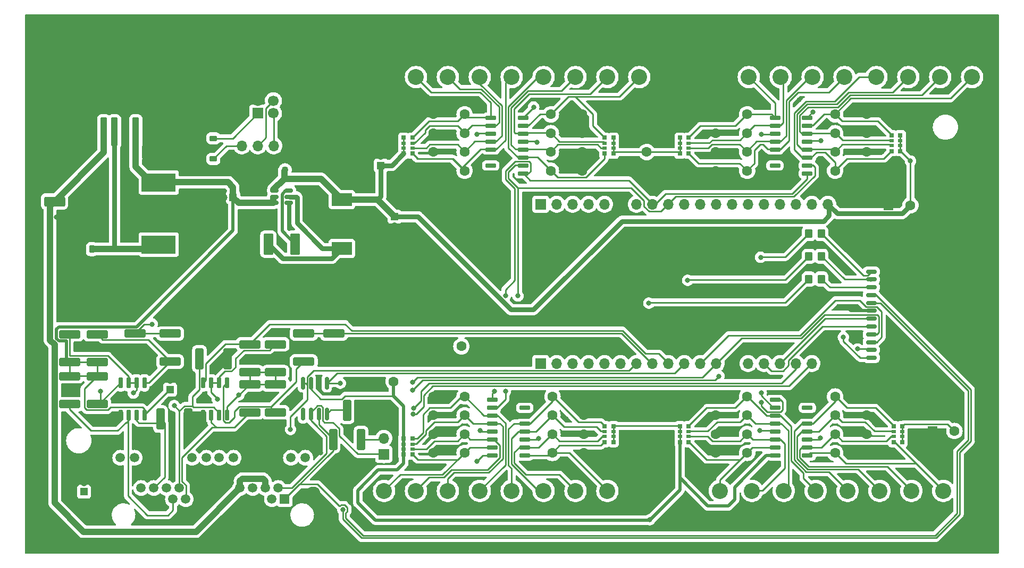
<source format=gtl>
%TF.GenerationSoftware,KiCad,Pcbnew,7.0.10*%
%TF.CreationDate,2024-07-06T13:46:37+02:00*%
%TF.ProjectId,Overlord,4f766572-6c6f-4726-942e-6b696361645f,rev?*%
%TF.SameCoordinates,Original*%
%TF.FileFunction,Copper,L1,Top*%
%TF.FilePolarity,Positive*%
%FSLAX46Y46*%
G04 Gerber Fmt 4.6, Leading zero omitted, Abs format (unit mm)*
G04 Created by KiCad (PCBNEW 7.0.10) date 2024-07-06 13:46:37*
%MOMM*%
%LPD*%
G01*
G04 APERTURE LIST*
G04 Aperture macros list*
%AMRoundRect*
0 Rectangle with rounded corners*
0 $1 Rounding radius*
0 $2 $3 $4 $5 $6 $7 $8 $9 X,Y pos of 4 corners*
0 Add a 4 corners polygon primitive as box body*
4,1,4,$2,$3,$4,$5,$6,$7,$8,$9,$2,$3,0*
0 Add four circle primitives for the rounded corners*
1,1,$1+$1,$2,$3*
1,1,$1+$1,$4,$5*
1,1,$1+$1,$6,$7*
1,1,$1+$1,$8,$9*
0 Add four rect primitives between the rounded corners*
20,1,$1+$1,$2,$3,$4,$5,0*
20,1,$1+$1,$4,$5,$6,$7,0*
20,1,$1+$1,$6,$7,$8,$9,0*
20,1,$1+$1,$8,$9,$2,$3,0*%
G04 Aperture macros list end*
%TA.AperFunction,SMDPad,CuDef*%
%ADD10RoundRect,0.250000X0.400000X1.450000X-0.400000X1.450000X-0.400000X-1.450000X0.400000X-1.450000X0*%
%TD*%
%TA.AperFunction,SMDPad,CuDef*%
%ADD11RoundRect,0.250000X-0.400000X-1.450000X0.400000X-1.450000X0.400000X1.450000X-0.400000X1.450000X0*%
%TD*%
%TA.AperFunction,SMDPad,CuDef*%
%ADD12RoundRect,0.250000X1.450000X-0.400000X1.450000X0.400000X-1.450000X0.400000X-1.450000X-0.400000X0*%
%TD*%
%TA.AperFunction,SMDPad,CuDef*%
%ADD13RoundRect,0.250000X-1.450000X0.400000X-1.450000X-0.400000X1.450000X-0.400000X1.450000X0.400000X0*%
%TD*%
%TA.AperFunction,SMDPad,CuDef*%
%ADD14RoundRect,0.250000X0.300000X-2.050000X0.300000X2.050000X-0.300000X2.050000X-0.300000X-2.050000X0*%
%TD*%
%TA.AperFunction,SMDPad,CuDef*%
%ADD15RoundRect,0.250000X2.375000X-2.025000X2.375000X2.025000X-2.375000X2.025000X-2.375000X-2.025000X0*%
%TD*%
%TA.AperFunction,SMDPad,CuDef*%
%ADD16RoundRect,0.250002X5.149998X-4.449998X5.149998X4.449998X-5.149998X4.449998X-5.149998X-4.449998X0*%
%TD*%
%TA.AperFunction,SMDPad,CuDef*%
%ADD17RoundRect,0.150000X-0.150000X0.725000X-0.150000X-0.725000X0.150000X-0.725000X0.150000X0.725000X0*%
%TD*%
%TA.AperFunction,SMDPad,CuDef*%
%ADD18RoundRect,0.150000X-0.150000X0.825000X-0.150000X-0.825000X0.150000X-0.825000X0.150000X0.825000X0*%
%TD*%
%TA.AperFunction,ComponentPad*%
%ADD19R,1.700000X1.700000*%
%TD*%
%TA.AperFunction,ComponentPad*%
%ADD20O,1.700000X1.700000*%
%TD*%
%TA.AperFunction,SMDPad,CuDef*%
%ADD21RoundRect,0.250000X-0.537500X-1.450000X0.537500X-1.450000X0.537500X1.450000X-0.537500X1.450000X0*%
%TD*%
%TA.AperFunction,SMDPad,CuDef*%
%ADD22R,3.200000X2.000000*%
%TD*%
%TA.AperFunction,SMDPad,CuDef*%
%ADD23RoundRect,0.150000X-0.512500X-0.150000X0.512500X-0.150000X0.512500X0.150000X-0.512500X0.150000X0*%
%TD*%
%TA.AperFunction,ComponentPad*%
%ADD24C,1.600000*%
%TD*%
%TA.AperFunction,SMDPad,CuDef*%
%ADD25RoundRect,0.250000X-1.412500X-0.550000X1.412500X-0.550000X1.412500X0.550000X-1.412500X0.550000X0*%
%TD*%
%TA.AperFunction,ComponentPad*%
%ADD26R,1.200000X1.200000*%
%TD*%
%TA.AperFunction,ComponentPad*%
%ADD27C,1.200000*%
%TD*%
%TA.AperFunction,ComponentPad*%
%ADD28C,2.540000*%
%TD*%
%TA.AperFunction,ComponentPad*%
%ADD29R,1.500000X1.500000*%
%TD*%
%TA.AperFunction,ComponentPad*%
%ADD30C,1.500000*%
%TD*%
%TA.AperFunction,ComponentPad*%
%ADD31C,2.300000*%
%TD*%
%TA.AperFunction,ComponentPad*%
%ADD32R,1.600000X1.600000*%
%TD*%
%TA.AperFunction,SMDPad,CuDef*%
%ADD33RoundRect,0.150000X-0.725000X-0.150000X0.725000X-0.150000X0.725000X0.150000X-0.725000X0.150000X0*%
%TD*%
%TA.AperFunction,SMDPad,CuDef*%
%ADD34RoundRect,0.150000X0.725000X0.150000X-0.725000X0.150000X-0.725000X-0.150000X0.725000X-0.150000X0*%
%TD*%
%TA.AperFunction,SMDPad,CuDef*%
%ADD35R,0.700000X0.640000*%
%TD*%
%TA.AperFunction,SMDPad,CuDef*%
%ADD36R,0.700000X0.500000*%
%TD*%
%TA.AperFunction,SMDPad,CuDef*%
%ADD37RoundRect,0.250000X0.350000X0.450000X-0.350000X0.450000X-0.350000X-0.450000X0.350000X-0.450000X0*%
%TD*%
%TA.AperFunction,SMDPad,CuDef*%
%ADD38R,5.400000X2.900000*%
%TD*%
%TA.AperFunction,SMDPad,CuDef*%
%ADD39RoundRect,0.225000X0.225000X0.375000X-0.225000X0.375000X-0.225000X-0.375000X0.225000X-0.375000X0*%
%TD*%
%TA.AperFunction,SMDPad,CuDef*%
%ADD40RoundRect,0.150000X0.700000X-0.150000X0.700000X0.150000X-0.700000X0.150000X-0.700000X-0.150000X0*%
%TD*%
%TA.AperFunction,SMDPad,CuDef*%
%ADD41RoundRect,0.250000X1.100000X-0.250000X1.100000X0.250000X-1.100000X0.250000X-1.100000X-0.250000X0*%
%TD*%
%TA.AperFunction,ComponentPad*%
%ADD42C,1.700000*%
%TD*%
%TA.AperFunction,ComponentPad*%
%ADD43C,3.500000*%
%TD*%
%TA.AperFunction,SMDPad,CuDef*%
%ADD44RoundRect,0.225000X0.375000X-0.225000X0.375000X0.225000X-0.375000X0.225000X-0.375000X-0.225000X0*%
%TD*%
%TA.AperFunction,ViaPad*%
%ADD45C,0.800000*%
%TD*%
%TA.AperFunction,ViaPad*%
%ADD46C,1.100000*%
%TD*%
%TA.AperFunction,Conductor*%
%ADD47C,0.250000*%
%TD*%
%TA.AperFunction,Conductor*%
%ADD48C,0.750000*%
%TD*%
%TA.AperFunction,Conductor*%
%ADD49C,0.500000*%
%TD*%
%TA.AperFunction,Conductor*%
%ADD50C,1.000000*%
%TD*%
G04 APERTURE END LIST*
D10*
%TO.P,R6,1*%
%TO.N,GND*%
X81125000Y-88600000D03*
%TO.P,R6,2*%
%TO.N,Net-(U6-Rs)*%
X76675000Y-88600000D03*
%TD*%
D11*
%TO.P,R7,1*%
%TO.N,CAN_H*%
X74465000Y-93260000D03*
%TO.P,R7,2*%
%TO.N,Net-(120R_enable1-Pin_2)*%
X78915000Y-93260000D03*
%TD*%
D12*
%TO.P,R8,1*%
%TO.N,+5V*%
X61200000Y-82525000D03*
%TO.P,R8,2*%
%TO.N,MB_TX_U2*%
X61200000Y-78075000D03*
%TD*%
%TO.P,R9,1*%
%TO.N,GND*%
X74600000Y-80825000D03*
%TO.P,R9,2*%
%TO.N,MB_RX_U2*%
X74600000Y-76375000D03*
%TD*%
D13*
%TO.P,R10,1*%
%TO.N,MB_RX_U2*%
X69800000Y-76375000D03*
%TO.P,R10,2*%
%TO.N,Net-(U7-RO)*%
X69800000Y-80825000D03*
%TD*%
D12*
%TO.P,R11,1*%
%TO.N,+5V*%
X65300000Y-82525000D03*
%TO.P,R11,2*%
%TO.N,MB_DIR_CTRL_U2*%
X65300000Y-78075000D03*
%TD*%
D13*
%TO.P,R12,1*%
%TO.N,+5V*%
X65300000Y-84475000D03*
%TO.P,R12,2*%
%TO.N,Net-(U7-RO)*%
X65300000Y-88925000D03*
%TD*%
%TO.P,R13,1*%
%TO.N,+5V*%
X61200000Y-84475000D03*
%TO.P,R13,2*%
%TO.N,MB_A_2+*%
X61200000Y-88925000D03*
%TD*%
D11*
%TO.P,R14,1*%
%TO.N,MB_B_2-*%
X53175000Y-80400000D03*
%TO.P,R14,2*%
%TO.N,GND*%
X57625000Y-80400000D03*
%TD*%
D14*
%TO.P,U5,1,VIN*%
%TO.N,+12V*%
X37945000Y-44195000D03*
%TO.P,U5,2,OUT*%
%TO.N,Net-(D1-K)*%
X39645000Y-44195000D03*
%TO.P,U5,3,GND*%
%TO.N,GND*%
X41345000Y-44195000D03*
D15*
X38570000Y-37470000D03*
X44120000Y-37470000D03*
D16*
X41345000Y-35045000D03*
D15*
X38570000Y-32620000D03*
X44120000Y-32620000D03*
D14*
%TO.P,U5,4,FB*%
%TO.N,+5V*%
X43045000Y-44195000D03*
%TO.P,U5,5,~{ON}/OFF*%
%TO.N,GND*%
X44745000Y-44195000D03*
%TD*%
D17*
%TO.P,U7,1,RO*%
%TO.N,Net-(U7-RO)*%
X57605000Y-84225000D03*
%TO.P,U7,2,~{RE}*%
%TO.N,MB_DIR_CTRL_U2*%
X56335000Y-84225000D03*
%TO.P,U7,3,DE*%
X55065000Y-84225000D03*
%TO.P,U7,4,DI*%
%TO.N,MB_TX_U2*%
X53795000Y-84225000D03*
%TO.P,U7,5,GND*%
%TO.N,GND*%
X53795000Y-89375000D03*
%TO.P,U7,6,A*%
%TO.N,MB_A_2+*%
X55065000Y-89375000D03*
%TO.P,U7,7,B*%
%TO.N,MB_B_2-*%
X56335000Y-89375000D03*
%TO.P,U7,8,VCC*%
%TO.N,+5V*%
X57605000Y-89375000D03*
%TD*%
D18*
%TO.P,U6,1,D*%
%TO.N,CAN_TX*%
X73455000Y-84285000D03*
%TO.P,U6,2,GND*%
%TO.N,GND*%
X72185000Y-84285000D03*
%TO.P,U6,3,VCC*%
%TO.N,+3.3V*%
X70915000Y-84285000D03*
%TO.P,U6,4,R*%
%TO.N,CAN_RX*%
X69645000Y-84285000D03*
%TO.P,U6,5,Vref*%
%TO.N,unconnected-(U6-Vref-Pad5)*%
X69645000Y-89235000D03*
%TO.P,U6,6,CANL*%
%TO.N,CAN_L*%
X70915000Y-89235000D03*
%TO.P,U6,7,CANH*%
%TO.N,CAN_H*%
X72185000Y-89235000D03*
%TO.P,U6,8,Rs*%
%TO.N,Net-(U6-Rs)*%
X73455000Y-89235000D03*
%TD*%
D19*
%TO.P,120R_enable1,1,Pin_1*%
%TO.N,CAN_L*%
X82530000Y-95610000D03*
D20*
%TO.P,120R_enable1,2,Pin_2*%
%TO.N,Net-(120R_enable1-Pin_2)*%
X82530000Y-93070000D03*
%TD*%
D21*
%TO.P,C4,1*%
%TO.N,Net-(U8-SW)*%
X64152500Y-62100000D03*
%TO.P,C4,2*%
%TO.N,Net-(U8-BST)*%
X68427500Y-62100000D03*
%TD*%
D22*
%TO.P,L2,1,1*%
%TO.N,Net-(U8-SW)*%
X75860000Y-62800000D03*
%TO.P,L2,2,2*%
%TO.N,+3.3V*%
X75860000Y-55000000D03*
%TD*%
D23*
%TO.P,U8,1,FB*%
%TO.N,+3.3V*%
X65132500Y-53590000D03*
%TO.P,U8,2,EN*%
%TO.N,+5V*%
X65132500Y-54540000D03*
%TO.P,U8,3,IN*%
X65132500Y-55490000D03*
%TO.P,U8,4,GND*%
%TO.N,GND*%
X67407500Y-55490000D03*
%TO.P,U8,5,SW*%
%TO.N,Net-(U8-SW)*%
X67407500Y-54540000D03*
%TO.P,U8,6,BST*%
%TO.N,Net-(U8-BST)*%
X67407500Y-53590000D03*
%TD*%
D24*
%TO.P,C12,1*%
%TO.N,GND*%
X84100000Y-89000000D03*
%TO.P,C12,2*%
%TO.N,+3.3V*%
X84100000Y-84000000D03*
%TD*%
D25*
%TO.P,C1,1*%
%TO.N,+12V*%
X30102500Y-55300000D03*
%TO.P,C1,2*%
%TO.N,GND*%
X35177500Y-55300000D03*
%TD*%
D26*
%TO.P,C3,1*%
%TO.N,+5V*%
X58540000Y-54620000D03*
D27*
%TO.P,C3,2*%
%TO.N,GND*%
X57040000Y-54620000D03*
%TD*%
D26*
%TO.P,C5,1*%
%TO.N,+3.3V*%
X82080000Y-49560000D03*
D27*
%TO.P,C5,2*%
%TO.N,GND*%
X82080000Y-48060000D03*
%TD*%
D26*
%TO.P,C6,1*%
%TO.N,+3.3V*%
X84270000Y-57727400D03*
D27*
%TO.P,C6,2*%
%TO.N,GND*%
X84270000Y-59227400D03*
%TD*%
D26*
%TO.P,C17,1*%
%TO.N,+5V*%
X34800000Y-101600000D03*
D27*
%TO.P,C17,2*%
%TO.N,GND*%
X34800000Y-100100000D03*
%TD*%
D13*
%TO.P,R24,1*%
%TO.N,+5V*%
X36900000Y-83175000D03*
%TO.P,R24,2*%
%TO.N,MB_TX_U1*%
X36900000Y-87625000D03*
%TD*%
D12*
%TO.P,R25,1*%
%TO.N,GND*%
X42900000Y-80825000D03*
%TO.P,R25,2*%
%TO.N,MB_RX_U1*%
X42900000Y-76375000D03*
%TD*%
D13*
%TO.P,R26,1*%
%TO.N,MB_RX_U1*%
X48500000Y-76375000D03*
%TO.P,R26,2*%
%TO.N,Net-(U9-RO)*%
X48500000Y-80825000D03*
%TD*%
D12*
%TO.P,R27,1*%
%TO.N,+5V*%
X32500000Y-80925000D03*
%TO.P,R27,2*%
%TO.N,MB_DIR_CTRL_U1*%
X32500000Y-76475000D03*
%TD*%
%TO.P,R28,1*%
%TO.N,+5V*%
X36900000Y-80925000D03*
%TO.P,R28,2*%
%TO.N,Net-(U9-RO)*%
X36900000Y-76475000D03*
%TD*%
D13*
%TO.P,R29,1*%
%TO.N,+5V*%
X32500000Y-83175000D03*
%TO.P,R29,2*%
%TO.N,MB_A_1+*%
X32500000Y-87625000D03*
%TD*%
D11*
%TO.P,R30,1*%
%TO.N,MB_B_1-*%
X46975000Y-90000000D03*
%TO.P,R30,2*%
%TO.N,GND*%
X51425000Y-90000000D03*
%TD*%
D17*
%TO.P,U9,1,RO*%
%TO.N,Net-(U9-RO)*%
X44405000Y-84225000D03*
%TO.P,U9,2,~{RE}*%
%TO.N,MB_DIR_CTRL_U1*%
X43135000Y-84225000D03*
%TO.P,U9,3,DE*%
X41865000Y-84225000D03*
%TO.P,U9,4,DI*%
%TO.N,MB_TX_U1*%
X40595000Y-84225000D03*
%TO.P,U9,5,GND*%
%TO.N,GND*%
X40595000Y-89375000D03*
%TO.P,U9,6,A*%
%TO.N,MB_A_1+*%
X41865000Y-89375000D03*
%TO.P,U9,7,B*%
%TO.N,MB_B_1-*%
X43135000Y-89375000D03*
%TO.P,U9,8,VCC*%
%TO.N,+5V*%
X44405000Y-89375000D03*
%TD*%
D26*
%TO.P,C2,1*%
%TO.N,+5V*%
X48500000Y-85300000D03*
D27*
%TO.P,C2,2*%
%TO.N,GND*%
X48500000Y-83800000D03*
%TD*%
D28*
%TO.P,J2,1,Pin_1*%
%TO.N,4_1Y2*%
X176220000Y-35450000D03*
%TO.P,J2,2,Pin_2*%
%TO.N,4_1Y1*%
X171140000Y-35450000D03*
%TO.P,J2,3,Pin_3*%
%TO.N,4_1Y0*%
X166060000Y-35450000D03*
%TO.P,J2,4,Pin_4*%
%TO.N,4_1Y3*%
X160980000Y-35450000D03*
%TO.P,J2,5,Pin_5*%
%TO.N,4_2Y1*%
X155900000Y-35450000D03*
%TO.P,J2,6,Pin_6*%
%TO.N,4_2Y3*%
X150820000Y-35450000D03*
%TO.P,J2,7,Pin_7*%
%TO.N,4_2Y2*%
X145740000Y-35450000D03*
%TO.P,J2,8,Pin_8*%
%TO.N,4_2Y0*%
X140660000Y-35450000D03*
%TO.P,J2,9,Pin_9*%
%TO.N,GND*%
X135580000Y-35450000D03*
%TD*%
%TO.P,J5,1,Pin_1*%
%TO.N,3_1Y2*%
X82580000Y-101450000D03*
%TO.P,J5,2,Pin_2*%
%TO.N,3_1Y1*%
X87660000Y-101450000D03*
%TO.P,J5,3,Pin_3*%
%TO.N,3_1Y0*%
X92740000Y-101450000D03*
%TO.P,J5,4,Pin_4*%
%TO.N,3_1Y3*%
X97820000Y-101450000D03*
%TO.P,J5,5,Pin_5*%
%TO.N,3_2Y1*%
X102900000Y-101450000D03*
%TO.P,J5,6,Pin_6*%
%TO.N,3_2Y3*%
X107980000Y-101450000D03*
%TO.P,J5,7,Pin_7*%
%TO.N,3_2Y2*%
X113060000Y-101450000D03*
%TO.P,J5,8,Pin_8*%
%TO.N,3_2Y0*%
X118140000Y-101450000D03*
%TO.P,J5,9,Pin_9*%
%TO.N,GND*%
X123220000Y-101450000D03*
%TD*%
%TO.P,J6,1,Pin_1*%
%TO.N,2_1Y2*%
X136080000Y-101450000D03*
%TO.P,J6,2,Pin_2*%
%TO.N,2_1Y1*%
X141160000Y-101450000D03*
%TO.P,J6,3,Pin_3*%
%TO.N,2_1Y0*%
X146240000Y-101450000D03*
%TO.P,J6,4,Pin_4*%
%TO.N,2_1Y3*%
X151320000Y-101450000D03*
%TO.P,J6,5,Pin_5*%
%TO.N,2_2Y1*%
X156400000Y-101450000D03*
%TO.P,J6,6,Pin_6*%
%TO.N,2_2Y3*%
X161480000Y-101450000D03*
%TO.P,J6,7,Pin_7*%
%TO.N,2_2Y2*%
X166560000Y-101450000D03*
%TO.P,J6,8,Pin_8*%
%TO.N,2_2Y0*%
X171640000Y-101450000D03*
%TO.P,J6,9,Pin_9*%
%TO.N,GND*%
X176720000Y-101450000D03*
%TD*%
%TO.P,J4,1,Pin_1*%
%TO.N,1_1Y2*%
X123220000Y-35450000D03*
%TO.P,J4,2,Pin_2*%
%TO.N,1_1Y1*%
X118140000Y-35450000D03*
%TO.P,J4,3,Pin_3*%
%TO.N,1_1Y0*%
X113060000Y-35450000D03*
%TO.P,J4,4,Pin_4*%
%TO.N,1_1Y3*%
X107980000Y-35450000D03*
%TO.P,J4,5,Pin_5*%
%TO.N,1_2Y1*%
X102900000Y-35450000D03*
%TO.P,J4,6,Pin_6*%
%TO.N,1_2Y3*%
X97820000Y-35450000D03*
%TO.P,J4,7,Pin_7*%
%TO.N,1_2Y2*%
X92740000Y-35450000D03*
%TO.P,J4,8,Pin_8*%
%TO.N,1_2Y0*%
X87660000Y-35450000D03*
%TO.P,J4,9,Pin_9*%
%TO.N,GND*%
X82580000Y-35450000D03*
%TD*%
D29*
%TO.P,J1,1*%
%TO.N,CAN_H*%
X66750000Y-102770000D03*
D30*
%TO.P,J1,2*%
%TO.N,CAN_L*%
X65734000Y-100990000D03*
%TO.P,J1,3*%
%TO.N,unconnected-(J1-Pad3)*%
X64718000Y-102770000D03*
%TO.P,J1,4*%
%TO.N,+12V*%
X63702000Y-100990000D03*
%TO.P,J1,5*%
%TO.N,GND*%
X62686000Y-102770000D03*
%TO.P,J1,6*%
%TO.N,unconnected-(J1-Pad6)*%
X61670000Y-100990000D03*
%TO.P,J1,7*%
%TO.N,GND*%
X60654000Y-102770000D03*
%TO.P,J1,8*%
%TO.N,+12V*%
X59638000Y-100990000D03*
%TO.P,J1,9*%
%TO.N,Net-(Q1-D)*%
X70050000Y-96170000D03*
%TO.P,J1,10*%
%TO.N,Net-(J1-Pad10)*%
X67760000Y-96170000D03*
%TO.P,J1,11*%
%TO.N,Net-(Q3-D)*%
X58620000Y-96170000D03*
%TO.P,J1,12*%
%TO.N,Net-(J1-Pad12)*%
X56330000Y-96170000D03*
%TO.P,J1,13*%
%TO.N,MB_A_2+*%
X51000000Y-102770000D03*
%TO.P,J1,14*%
%TO.N,MB_B_2-*%
X49984000Y-100990000D03*
%TO.P,J1,15*%
%TO.N,MB_A_1+*%
X48968000Y-102770000D03*
%TO.P,J1,16*%
%TO.N,+5V*%
X47952000Y-100990000D03*
%TO.P,J1,17*%
%TO.N,GND*%
X46936000Y-102770000D03*
%TO.P,J1,18*%
%TO.N,MB_B_1-*%
X45920000Y-100990000D03*
%TO.P,J1,19*%
%TO.N,GND*%
X44904000Y-102770000D03*
%TO.P,J1,20*%
%TO.N,+3.3V*%
X43888000Y-100990000D03*
%TO.P,J1,21*%
%TO.N,Net-(Q4-D)*%
X54300000Y-96170000D03*
%TO.P,J1,22*%
%TO.N,Net-(J1-Pad22)*%
X52010000Y-96170000D03*
%TO.P,J1,23*%
%TO.N,Net-(Q2-D)*%
X42870000Y-96170000D03*
%TO.P,J1,24*%
%TO.N,Net-(J1-Pad24)*%
X40580000Y-96170000D03*
D31*
%TO.P,J1,SH*%
%TO.N,GND*%
X71320000Y-101880000D03*
X39320000Y-101880000D03*
%TD*%
D32*
%TO.P,C13,1*%
%TO.N,GND*%
X124400000Y-50900000D03*
D24*
%TO.P,C13,2*%
%TO.N,+3.3V*%
X124400000Y-47400000D03*
%TD*%
%TO.P,C8,1*%
%TO.N,1_1Y2*%
X109150000Y-41400000D03*
%TO.P,C8,2*%
%TO.N,GND*%
X114150000Y-41400000D03*
%TD*%
D32*
%TO.P,C27,1*%
%TO.N,GND*%
X162900000Y-55900000D03*
D24*
%TO.P,C27,2*%
%TO.N,+3.3V*%
X166400000Y-55900000D03*
%TD*%
D32*
%TO.P,C44,1*%
%TO.N,GND*%
X91400000Y-78400000D03*
D24*
%TO.P,C44,2*%
%TO.N,+3.3V*%
X94900000Y-78400000D03*
%TD*%
D32*
%TO.P,C45,1*%
%TO.N,GND*%
X169900000Y-91900000D03*
D24*
%TO.P,C45,2*%
%TO.N,+3.3V*%
X173400000Y-91900000D03*
%TD*%
D33*
%TO.P,U1,1,2Y0*%
%TO.N,1_2Y0*%
X99575000Y-41955000D03*
%TO.P,U1,2,2Y2*%
%TO.N,1_2Y2*%
X99575000Y-43225000D03*
%TO.P,U1,3,2Z*%
%TO.N,Y7*%
X99575000Y-44495000D03*
%TO.P,U1,4,2Y3*%
%TO.N,1_2Y3*%
X99575000Y-45765000D03*
%TO.P,U1,5,2Y1*%
%TO.N,1_2Y1*%
X99575000Y-47035000D03*
%TO.P,U1,6,~{E}*%
%TO.N,GND*%
X99575000Y-48305000D03*
%TO.P,U1,7,VEE*%
%TO.N,unconnected-(U1-VEE-Pad7)*%
X99575000Y-49575000D03*
%TO.P,U1,8,GND*%
%TO.N,GND*%
X99575000Y-50845000D03*
%TO.P,U1,9,S1*%
%TO.N,S1*%
X104725000Y-50845000D03*
%TO.P,U1,10,S0*%
%TO.N,S0*%
X104725000Y-49575000D03*
%TO.P,U1,11,1Y3*%
%TO.N,1_1Y3*%
X104725000Y-48305000D03*
%TO.P,U1,12,1Y0*%
%TO.N,1_1Y0*%
X104725000Y-47035000D03*
%TO.P,U1,13,1Z*%
%TO.N,Y8*%
X104725000Y-45765000D03*
%TO.P,U1,14,1Y1*%
%TO.N,1_1Y1*%
X104725000Y-44495000D03*
%TO.P,U1,15,1Y2*%
%TO.N,1_1Y2*%
X104725000Y-43225000D03*
%TO.P,U1,16,VCC*%
%TO.N,+3.3V*%
X104725000Y-41955000D03*
%TD*%
D34*
%TO.P,U2,1,2Y0*%
%TO.N,2_2Y0*%
X149975000Y-95845000D03*
%TO.P,U2,2,2Y2*%
%TO.N,2_2Y2*%
X149975000Y-94575000D03*
%TO.P,U2,3,2Z*%
%TO.N,Y1*%
X149975000Y-93305000D03*
%TO.P,U2,4,2Y3*%
%TO.N,2_2Y3*%
X149975000Y-92035000D03*
%TO.P,U2,5,2Y1*%
%TO.N,2_2Y1*%
X149975000Y-90765000D03*
%TO.P,U2,6,~{E}*%
%TO.N,GND*%
X149975000Y-89495000D03*
%TO.P,U2,7,VEE*%
%TO.N,unconnected-(U2-VEE-Pad7)*%
X149975000Y-88225000D03*
%TO.P,U2,8,GND*%
%TO.N,GND*%
X149975000Y-86955000D03*
%TO.P,U2,9,S1*%
%TO.N,S1*%
X144825000Y-86955000D03*
%TO.P,U2,10,S0*%
%TO.N,S0*%
X144825000Y-88225000D03*
%TO.P,U2,11,1Y3*%
%TO.N,2_1Y3*%
X144825000Y-89495000D03*
%TO.P,U2,12,1Y0*%
%TO.N,2_1Y0*%
X144825000Y-90765000D03*
%TO.P,U2,13,1Z*%
%TO.N,Y2*%
X144825000Y-92035000D03*
%TO.P,U2,14,1Y1*%
%TO.N,2_1Y1*%
X144825000Y-93305000D03*
%TO.P,U2,15,1Y2*%
%TO.N,2_1Y2*%
X144825000Y-94575000D03*
%TO.P,U2,16,VCC*%
%TO.N,+3.3V*%
X144825000Y-95845000D03*
%TD*%
%TO.P,U3,1,2Y0*%
%TO.N,3_2Y0*%
X104975000Y-95845000D03*
%TO.P,U3,2,2Y2*%
%TO.N,3_2Y2*%
X104975000Y-94575000D03*
%TO.P,U3,3,2Z*%
%TO.N,Y3*%
X104975000Y-93305000D03*
%TO.P,U3,4,2Y3*%
%TO.N,3_2Y3*%
X104975000Y-92035000D03*
%TO.P,U3,5,2Y1*%
%TO.N,3_2Y1*%
X104975000Y-90765000D03*
%TO.P,U3,6,~{E}*%
%TO.N,GND*%
X104975000Y-89495000D03*
%TO.P,U3,7,VEE*%
%TO.N,unconnected-(U3-VEE-Pad7)*%
X104975000Y-88225000D03*
%TO.P,U3,8,GND*%
%TO.N,GND*%
X104975000Y-86955000D03*
%TO.P,U3,9,S1*%
%TO.N,S1*%
X99825000Y-86955000D03*
%TO.P,U3,10,S0*%
%TO.N,S0*%
X99825000Y-88225000D03*
%TO.P,U3,11,1Y3*%
%TO.N,3_1Y3*%
X99825000Y-89495000D03*
%TO.P,U3,12,1Y0*%
%TO.N,3_1Y0*%
X99825000Y-90765000D03*
%TO.P,U3,13,1Z*%
%TO.N,Y4*%
X99825000Y-92035000D03*
%TO.P,U3,14,1Y1*%
%TO.N,3_1Y1*%
X99825000Y-93305000D03*
%TO.P,U3,15,1Y2*%
%TO.N,3_1Y2*%
X99825000Y-94575000D03*
%TO.P,U3,16,VCC*%
%TO.N,+3.3V*%
X99825000Y-95845000D03*
%TD*%
D24*
%TO.P,C7,1*%
%TO.N,GND*%
X114150000Y-44400000D03*
%TO.P,C7,2*%
%TO.N,1_1Y1*%
X109150000Y-44400000D03*
%TD*%
%TO.P,C9,1*%
%TO.N,GND*%
X135400000Y-92400000D03*
%TO.P,C9,2*%
%TO.N,2_1Y1*%
X140400000Y-92400000D03*
%TD*%
%TO.P,C10,1*%
%TO.N,2_1Y2*%
X140400000Y-95400000D03*
%TO.P,C10,2*%
%TO.N,GND*%
X135400000Y-95400000D03*
%TD*%
%TO.P,C14,1*%
%TO.N,GND*%
X114150000Y-47400000D03*
%TO.P,C14,2*%
%TO.N,1_1Y0*%
X109150000Y-47400000D03*
%TD*%
%TO.P,C15,1*%
%TO.N,1_1Y3*%
X109150000Y-50400000D03*
%TO.P,C15,2*%
%TO.N,GND*%
X114150000Y-50400000D03*
%TD*%
%TO.P,C16,1*%
%TO.N,GND*%
X135400000Y-89400000D03*
%TO.P,C16,2*%
%TO.N,2_1Y0*%
X140400000Y-89400000D03*
%TD*%
%TO.P,C18,1*%
%TO.N,2_1Y3*%
X140400000Y-86400000D03*
%TO.P,C18,2*%
%TO.N,GND*%
X135400000Y-86400000D03*
%TD*%
%TO.P,C19,1*%
%TO.N,GND*%
X90400000Y-41400000D03*
%TO.P,C19,2*%
%TO.N,1_2Y0*%
X95400000Y-41400000D03*
%TD*%
%TO.P,C20,1*%
%TO.N,GND*%
X159400000Y-95400000D03*
%TO.P,C20,2*%
%TO.N,2_2Y0*%
X154400000Y-95400000D03*
%TD*%
%TO.P,C21,1*%
%TO.N,GND*%
X90400000Y-50400000D03*
%TO.P,C21,2*%
%TO.N,1_2Y1*%
X95400000Y-50400000D03*
%TD*%
%TO.P,C22,1*%
%TO.N,GND*%
X159400000Y-86400000D03*
%TO.P,C22,2*%
%TO.N,2_2Y1*%
X154400000Y-86400000D03*
%TD*%
%TO.P,C23,1*%
%TO.N,GND*%
X90400000Y-44400000D03*
%TO.P,C23,2*%
%TO.N,1_2Y2*%
X95400000Y-44400000D03*
%TD*%
%TO.P,C24,1*%
%TO.N,GND*%
X159400000Y-92400000D03*
%TO.P,C24,2*%
%TO.N,2_2Y2*%
X154400000Y-92400000D03*
%TD*%
%TO.P,C25,1*%
%TO.N,GND*%
X90400000Y-47400000D03*
%TO.P,C25,2*%
%TO.N,1_2Y3*%
X95400000Y-47400000D03*
%TD*%
%TO.P,C26,1*%
%TO.N,GND*%
X159400000Y-89400000D03*
%TO.P,C26,2*%
%TO.N,2_2Y3*%
X154400000Y-89400000D03*
%TD*%
%TO.P,C28,1*%
%TO.N,GND*%
X90400000Y-92400000D03*
%TO.P,C28,2*%
%TO.N,3_1Y1*%
X95400000Y-92400000D03*
%TD*%
%TO.P,C29,1*%
%TO.N,3_1Y2*%
X95400000Y-95400000D03*
%TO.P,C29,2*%
%TO.N,GND*%
X90400000Y-95400000D03*
%TD*%
%TO.P,C30,1*%
%TO.N,GND*%
X159400000Y-44400000D03*
%TO.P,C30,2*%
%TO.N,4_1Y1*%
X154400000Y-44400000D03*
%TD*%
%TO.P,C31,1*%
%TO.N,4_1Y2*%
X154400000Y-41400000D03*
%TO.P,C31,2*%
%TO.N,GND*%
X159400000Y-41400000D03*
%TD*%
%TO.P,C32,1*%
%TO.N,GND*%
X90400000Y-89400000D03*
%TO.P,C32,2*%
%TO.N,3_1Y0*%
X95400000Y-89400000D03*
%TD*%
%TO.P,C33,1*%
%TO.N,3_1Y3*%
X95400000Y-86400000D03*
%TO.P,C33,2*%
%TO.N,GND*%
X90400000Y-86400000D03*
%TD*%
%TO.P,C34,1*%
%TO.N,GND*%
X159400000Y-47400000D03*
%TO.P,C34,2*%
%TO.N,4_1Y0*%
X154400000Y-47400000D03*
%TD*%
%TO.P,C35,1*%
%TO.N,4_1Y3*%
X154400000Y-50400000D03*
%TO.P,C35,2*%
%TO.N,GND*%
X159400000Y-50400000D03*
%TD*%
%TO.P,C36,1*%
%TO.N,GND*%
X114400000Y-95400000D03*
%TO.P,C36,2*%
%TO.N,3_2Y0*%
X109400000Y-95400000D03*
%TD*%
%TO.P,C37,1*%
%TO.N,GND*%
X135400000Y-41400000D03*
%TO.P,C37,2*%
%TO.N,4_2Y0*%
X140400000Y-41400000D03*
%TD*%
%TO.P,C38,1*%
%TO.N,GND*%
X114400000Y-86400000D03*
%TO.P,C38,2*%
%TO.N,3_2Y1*%
X109400000Y-86400000D03*
%TD*%
%TO.P,C39,1*%
%TO.N,GND*%
X135400000Y-50400000D03*
%TO.P,C39,2*%
%TO.N,4_2Y1*%
X140400000Y-50400000D03*
%TD*%
%TO.P,C40,1*%
%TO.N,GND*%
X114400000Y-92400000D03*
%TO.P,C40,2*%
%TO.N,3_2Y2*%
X109400000Y-92400000D03*
%TD*%
%TO.P,C41,1*%
%TO.N,GND*%
X135400000Y-44400000D03*
%TO.P,C41,2*%
%TO.N,4_2Y2*%
X140400000Y-44400000D03*
%TD*%
%TO.P,C42,1*%
%TO.N,GND*%
X114400000Y-89400000D03*
%TO.P,C42,2*%
%TO.N,3_2Y3*%
X109400000Y-89400000D03*
%TD*%
%TO.P,C43,1*%
%TO.N,GND*%
X135400000Y-47400000D03*
%TO.P,C43,2*%
%TO.N,4_2Y3*%
X140400000Y-47400000D03*
%TD*%
D35*
%TO.P,RN1,1,R1.1*%
%TO.N,1_1Y2*%
X117700000Y-45130000D03*
D36*
%TO.P,RN1,2,R2.1*%
%TO.N,1_1Y1*%
X117700000Y-46000000D03*
%TO.P,RN1,3,R3.1*%
%TO.N,1_1Y0*%
X117700000Y-46800000D03*
D35*
%TO.P,RN1,4,R4.1*%
%TO.N,1_1Y3*%
X117700000Y-47670000D03*
%TO.P,RN1,5,R4.2*%
%TO.N,+3.3V*%
X119100000Y-47670000D03*
D36*
%TO.P,RN1,6,R3.2*%
X119100000Y-46800000D03*
%TO.P,RN1,7,R2.2*%
X119100000Y-46000000D03*
D35*
%TO.P,RN1,8,R1.2*%
X119100000Y-45130000D03*
%TD*%
%TO.P,RN2,1,R1.1*%
%TO.N,+3.3V*%
X85700000Y-45130000D03*
D36*
%TO.P,RN2,2,R2.1*%
X85700000Y-46000000D03*
%TO.P,RN2,3,R3.1*%
X85700000Y-46800000D03*
D35*
%TO.P,RN2,4,R4.1*%
X85700000Y-47670000D03*
%TO.P,RN2,5,R4.2*%
%TO.N,1_2Y1*%
X87100000Y-47670000D03*
D36*
%TO.P,RN2,6,R3.2*%
%TO.N,1_2Y3*%
X87100000Y-46800000D03*
%TO.P,RN2,7,R2.2*%
%TO.N,1_2Y2*%
X87100000Y-46000000D03*
D35*
%TO.P,RN2,8,R1.2*%
%TO.N,1_2Y0*%
X87100000Y-45130000D03*
%TD*%
%TO.P,RN3,1,R1.1*%
%TO.N,2_1Y2*%
X131100000Y-93670000D03*
D36*
%TO.P,RN3,2,R2.1*%
%TO.N,2_1Y1*%
X131100000Y-92800000D03*
%TO.P,RN3,3,R3.1*%
%TO.N,2_1Y0*%
X131100000Y-92000000D03*
D35*
%TO.P,RN3,4,R4.1*%
%TO.N,2_1Y3*%
X131100000Y-91130000D03*
%TO.P,RN3,5,R4.2*%
%TO.N,+3.3V*%
X129700000Y-91130000D03*
D36*
%TO.P,RN3,6,R3.2*%
X129700000Y-92000000D03*
%TO.P,RN3,7,R2.2*%
X129700000Y-92800000D03*
D35*
%TO.P,RN3,8,R1.2*%
X129700000Y-93670000D03*
%TD*%
%TO.P,RN4,1,R1.1*%
%TO.N,+3.3V*%
X165100000Y-93670000D03*
D36*
%TO.P,RN4,2,R2.1*%
X165100000Y-92800000D03*
%TO.P,RN4,3,R3.1*%
X165100000Y-92000000D03*
D35*
%TO.P,RN4,4,R4.1*%
X165100000Y-91130000D03*
%TO.P,RN4,5,R4.2*%
%TO.N,2_2Y1*%
X163700000Y-91130000D03*
D36*
%TO.P,RN4,6,R3.2*%
%TO.N,2_2Y3*%
X163700000Y-92000000D03*
%TO.P,RN4,7,R2.2*%
%TO.N,2_2Y2*%
X163700000Y-92800000D03*
D35*
%TO.P,RN4,8,R1.2*%
%TO.N,2_2Y0*%
X163700000Y-93670000D03*
%TD*%
%TO.P,RN5,1,R1.1*%
%TO.N,3_1Y2*%
X87100000Y-95670000D03*
D36*
%TO.P,RN5,2,R2.1*%
%TO.N,3_1Y1*%
X87100000Y-94800000D03*
%TO.P,RN5,3,R3.1*%
%TO.N,3_1Y0*%
X87100000Y-94000000D03*
D35*
%TO.P,RN5,4,R4.1*%
%TO.N,3_1Y3*%
X87100000Y-93130000D03*
%TO.P,RN5,5,R4.2*%
%TO.N,+3.3V*%
X85700000Y-93130000D03*
D36*
%TO.P,RN5,6,R3.2*%
X85700000Y-94000000D03*
%TO.P,RN5,7,R2.2*%
X85700000Y-94800000D03*
D35*
%TO.P,RN5,8,R1.2*%
X85700000Y-95670000D03*
%TD*%
%TO.P,RN6,1,R1.1*%
%TO.N,+3.3V*%
X119100000Y-93670000D03*
D36*
%TO.P,RN6,2,R2.1*%
X119100000Y-92800000D03*
%TO.P,RN6,3,R3.1*%
X119100000Y-92000000D03*
D35*
%TO.P,RN6,4,R4.1*%
X119100000Y-91130000D03*
%TO.P,RN6,5,R4.2*%
%TO.N,3_2Y1*%
X117700000Y-91130000D03*
D36*
%TO.P,RN6,6,R3.2*%
%TO.N,3_2Y3*%
X117700000Y-92000000D03*
%TO.P,RN6,7,R2.2*%
%TO.N,3_2Y2*%
X117700000Y-92800000D03*
D35*
%TO.P,RN6,8,R1.2*%
%TO.N,3_2Y0*%
X117700000Y-93670000D03*
%TD*%
%TO.P,RN7,1,R1.1*%
%TO.N,4_1Y2*%
X163400000Y-44730000D03*
D36*
%TO.P,RN7,2,R2.1*%
%TO.N,4_1Y1*%
X163400000Y-45600000D03*
%TO.P,RN7,3,R3.1*%
%TO.N,4_1Y0*%
X163400000Y-46400000D03*
D35*
%TO.P,RN7,4,R4.1*%
%TO.N,4_1Y3*%
X163400000Y-47270000D03*
%TO.P,RN7,5,R4.2*%
%TO.N,+3.3V*%
X164800000Y-47270000D03*
D36*
%TO.P,RN7,6,R3.2*%
X164800000Y-46400000D03*
%TO.P,RN7,7,R2.2*%
X164800000Y-45600000D03*
D35*
%TO.P,RN7,8,R1.2*%
X164800000Y-44730000D03*
%TD*%
%TO.P,RN8,1,R1.1*%
%TO.N,+3.3V*%
X129700000Y-45130000D03*
D36*
%TO.P,RN8,2,R2.1*%
X129700000Y-46000000D03*
%TO.P,RN8,3,R3.1*%
X129700000Y-46800000D03*
D35*
%TO.P,RN8,4,R4.1*%
X129700000Y-47670000D03*
%TO.P,RN8,5,R4.2*%
%TO.N,4_2Y1*%
X131100000Y-47670000D03*
D36*
%TO.P,RN8,6,R3.2*%
%TO.N,4_2Y3*%
X131100000Y-46800000D03*
%TO.P,RN8,7,R2.2*%
%TO.N,4_2Y2*%
X131100000Y-46000000D03*
D35*
%TO.P,RN8,8,R1.2*%
%TO.N,4_2Y0*%
X131100000Y-45130000D03*
%TD*%
D33*
%TO.P,U4,1,2Y0*%
%TO.N,4_2Y0*%
X144825000Y-41955000D03*
%TO.P,U4,2,2Y2*%
%TO.N,4_2Y2*%
X144825000Y-43225000D03*
%TO.P,U4,3,2Z*%
%TO.N,Y6*%
X144825000Y-44495000D03*
%TO.P,U4,4,2Y3*%
%TO.N,4_2Y3*%
X144825000Y-45765000D03*
%TO.P,U4,5,2Y1*%
%TO.N,4_2Y1*%
X144825000Y-47035000D03*
%TO.P,U4,6,~{E}*%
%TO.N,GND*%
X144825000Y-48305000D03*
%TO.P,U4,7,VEE*%
%TO.N,unconnected-(U4-VEE-Pad7)*%
X144825000Y-49575000D03*
%TO.P,U4,8,GND*%
%TO.N,GND*%
X144825000Y-50845000D03*
%TO.P,U4,9,S1*%
%TO.N,S1*%
X149975000Y-50845000D03*
%TO.P,U4,10,S0*%
%TO.N,S0*%
X149975000Y-49575000D03*
%TO.P,U4,11,1Y3*%
%TO.N,4_1Y3*%
X149975000Y-48305000D03*
%TO.P,U4,12,1Y0*%
%TO.N,4_1Y0*%
X149975000Y-47035000D03*
%TO.P,U4,13,1Z*%
%TO.N,Y5*%
X149975000Y-45765000D03*
%TO.P,U4,14,1Y1*%
%TO.N,4_1Y1*%
X149975000Y-44495000D03*
%TO.P,U4,15,1Y2*%
%TO.N,4_1Y2*%
X149975000Y-43225000D03*
%TO.P,U4,16,VCC*%
%TO.N,+3.3V*%
X149975000Y-41955000D03*
%TD*%
D37*
%TO.P,R16,1*%
%TO.N,Net-(J3-Pin_10)*%
X152220000Y-67660000D03*
%TO.P,R16,2*%
%TO.N,STATUS_LED_R*%
X150220000Y-67660000D03*
%TD*%
%TO.P,R17,1*%
%TO.N,Net-(J3-Pin_11)*%
X152220000Y-64040000D03*
%TO.P,R17,2*%
%TO.N,STATUS_LED_G*%
X150220000Y-64040000D03*
%TD*%
%TO.P,R18,1*%
%TO.N,Net-(J3-Pin_12)*%
X152220000Y-60420000D03*
%TO.P,R18,2*%
%TO.N,STATUS_LED_B*%
X150220000Y-60420000D03*
%TD*%
D19*
%TO.P,ESP1,1,CLK*%
%TO.N,unconnected-(ESP1-CLK-Pad1)*%
X107530000Y-81140000D03*
D20*
%TO.P,ESP1,2,D0*%
%TO.N,unconnected-(ESP1-D0-Pad2)*%
X110070000Y-81140000D03*
%TO.P,ESP1,3,D1*%
%TO.N,unconnected-(ESP1-D1-Pad3)*%
X112610000Y-81140000D03*
%TO.P,ESP1,4,D15*%
%TO.N,STATUS_LED_R*%
X115150000Y-81140000D03*
%TO.P,ESP1,5,D2*%
%TO.N,STATUS_LED_G*%
X117690000Y-81140000D03*
%TO.P,ESP1,6,D0*%
%TO.N,STATUS_LED_B*%
X120230000Y-81140000D03*
%TO.P,ESP1,7,D4*%
%TO.N,CAN_RX*%
X122770000Y-81140000D03*
%TO.P,ESP1,8,D16*%
%TO.N,MB_RX_U2*%
X125310000Y-81140000D03*
%TO.P,ESP1,9,D17*%
%TO.N,MB_TX_U2*%
X127850000Y-81140000D03*
%TO.P,ESP1,10,D5*%
%TO.N,CAN_TX*%
X130390000Y-81140000D03*
%TO.P,ESP1,11,D18*%
%TO.N,MB_TX_U1*%
X132930000Y-81140000D03*
%TO.P,ESP1,12,D19*%
%TO.N,MB_RX_U1*%
X135470000Y-81140000D03*
%TO.P,ESP1,13,GND*%
%TO.N,GND*%
X138010000Y-81140000D03*
%TO.P,ESP1,14,D22*%
%TO.N,unconnected-(ESP1-D22-Pad14)*%
X140550000Y-81140000D03*
%TO.P,ESP1,15,RX*%
%TO.N,UART_RX_0*%
X143090000Y-81140000D03*
%TO.P,ESP1,16,TX*%
%TO.N,UART_TX_0*%
X145630000Y-81140000D03*
%TO.P,ESP1,17,D22*%
%TO.N,MB_DIR_CTRL_U1*%
X148170000Y-81140000D03*
%TO.P,ESP1,18,D23*%
%TO.N,MB_DIR_CTRL_U2*%
X150710000Y-81140000D03*
%TO.P,ESP1,19,GND*%
%TO.N,GND*%
X153250000Y-81140000D03*
D19*
%TO.P,ESP1,20,+5V*%
%TO.N,unconnected-(ESP1-+5V-Pad20)*%
X107530000Y-55740000D03*
D20*
%TO.P,ESP1,21,CMD*%
%TO.N,unconnected-(ESP1-CMD-Pad21)*%
X110070000Y-55740000D03*
%TO.P,ESP1,22,D3*%
%TO.N,unconnected-(ESP1-D3-Pad22)*%
X112610000Y-55740000D03*
%TO.P,ESP1,23,D2*%
%TO.N,unconnected-(ESP1-D2-Pad23)*%
X115150000Y-55740000D03*
%TO.P,ESP1,24,D13*%
%TO.N,unconnected-(ESP1-D13-Pad24)*%
X117690000Y-55740000D03*
%TO.P,ESP1,25,GND*%
%TO.N,GND*%
X120230000Y-55740000D03*
%TO.P,ESP1,26,D12*%
%TO.N,unconnected-(ESP1-D12-Pad26)*%
X122770000Y-55740000D03*
%TO.P,ESP1,27,D14*%
%TO.N,S1*%
X125310000Y-55740000D03*
%TO.P,ESP1,28,D27*%
%TO.N,S0*%
X127850000Y-55740000D03*
%TO.P,ESP1,29,D26*%
%TO.N,Y8*%
X130390000Y-55740000D03*
%TO.P,ESP1,30,D25*%
%TO.N,Y7*%
X132930000Y-55740000D03*
%TO.P,ESP1,31,D33*%
%TO.N,Y6*%
X135470000Y-55740000D03*
%TO.P,ESP1,32,D32*%
%TO.N,Y5*%
X138010000Y-55740000D03*
%TO.P,ESP1,33,D35*%
%TO.N,Y4*%
X140550000Y-55740000D03*
%TO.P,ESP1,34,D34*%
%TO.N,Y3*%
X143090000Y-55740000D03*
%TO.P,ESP1,35,VIN*%
%TO.N,Y2*%
X145630000Y-55740000D03*
%TO.P,ESP1,36,VP*%
%TO.N,Y1*%
X148170000Y-55740000D03*
%TO.P,ESP1,37,EN*%
%TO.N,unconnected-(ESP1-EN-Pad37)*%
X150710000Y-55740000D03*
%TO.P,ESP1,38,3V3*%
%TO.N,+3.3V*%
X153250000Y-55740000D03*
%TD*%
D38*
%TO.P,L1,1,1*%
%TO.N,Net-(D1-K)*%
X46690000Y-62170000D03*
%TO.P,L1,2,2*%
%TO.N,+5V*%
X46690000Y-52270000D03*
%TD*%
D39*
%TO.P,D1,1,K*%
%TO.N,Net-(D1-K)*%
X36050000Y-62910000D03*
%TO.P,D1,2,A*%
%TO.N,GND*%
X32750000Y-62910000D03*
%TD*%
D40*
%TO.P,J3,1,Pin_1*%
%TO.N,MB_RX_U2*%
X160180000Y-80235000D03*
%TO.P,J3,2,Pin_2*%
%TO.N,MB_TX_U2*%
X160180000Y-78985000D03*
%TO.P,J3,3,Pin_3*%
%TO.N,MB_TX_U1*%
X160180000Y-77735000D03*
%TO.P,J3,4,Pin_4*%
%TO.N,MB_RX_U1*%
X160180000Y-76485000D03*
%TO.P,J3,5,Pin_5*%
%TO.N,UART_RX_0*%
X160180000Y-75235000D03*
%TO.P,J3,6,Pin_6*%
%TO.N,UART_TX_0*%
X160180000Y-73985000D03*
%TO.P,J3,7,Pin_7*%
%TO.N,GND*%
X160180000Y-72735000D03*
%TO.P,J3,8,Pin_8*%
%TO.N,CAN_H*%
X160180000Y-71485000D03*
%TO.P,J3,9,Pin_9*%
%TO.N,CAN_L*%
X160180000Y-70235000D03*
%TO.P,J3,10,Pin_10*%
%TO.N,Net-(J3-Pin_10)*%
X160180000Y-68985000D03*
%TO.P,J3,11,Pin_11*%
%TO.N,Net-(J3-Pin_11)*%
X160180000Y-67735000D03*
%TO.P,J3,12,Pin_12*%
%TO.N,Net-(J3-Pin_12)*%
X160180000Y-66485000D03*
D41*
%TO.P,J3,MP,MountPin*%
%TO.N,GND*%
X163380000Y-82085000D03*
X163380000Y-64635000D03*
%TD*%
D19*
%TO.P,J7,1,VBUS*%
%TO.N,Net-(D2-A)*%
X62460000Y-41227500D03*
D42*
%TO.P,J7,2,D-*%
%TO.N,Net-(J7-D-)*%
X64960000Y-41227500D03*
%TO.P,J7,3,D+*%
%TO.N,Net-(J7-D+)*%
X64960000Y-39227500D03*
%TO.P,J7,4,GND*%
%TO.N,GND*%
X62460000Y-39227500D03*
D43*
%TO.P,J7,5,Shield*%
X57690000Y-36517500D03*
X69730000Y-36517500D03*
%TD*%
D19*
%TO.P,J8,1,Pin_1*%
%TO.N,GND*%
X67550000Y-46420000D03*
D20*
%TO.P,J8,2,Pin_2*%
%TO.N,Net-(J7-D-)*%
X65010000Y-46420000D03*
%TO.P,J8,3,Pin_3*%
%TO.N,Net-(J7-D+)*%
X62470000Y-46420000D03*
%TO.P,J8,4,Pin_4*%
%TO.N,Net-(D2-K)*%
X59930000Y-46420000D03*
%TD*%
D44*
%TO.P,D2,1,K*%
%TO.N,Net-(D2-K)*%
X55400000Y-48520000D03*
%TO.P,D2,2,A*%
%TO.N,Net-(D2-A)*%
X55400000Y-45220000D03*
%TD*%
D45*
%TO.N,GND*%
X26760000Y-67220000D03*
X34380000Y-26580000D03*
X82640000Y-110400000D03*
X29300000Y-26580000D03*
X179160000Y-82460000D03*
X143600000Y-26580000D03*
X179160000Y-57060000D03*
X102960000Y-110400000D03*
X26760000Y-79920000D03*
X92540000Y-92040000D03*
X179160000Y-69760000D03*
X130130000Y-89520000D03*
X54700000Y-26580000D03*
X142630000Y-69550000D03*
X111420000Y-96660000D03*
X105500000Y-110400000D03*
X148680000Y-26580000D03*
X44540000Y-26580000D03*
X37180000Y-51240000D03*
X85180000Y-110400000D03*
X121560000Y-89620000D03*
X152100010Y-96455000D03*
X125820000Y-110400000D03*
X44790000Y-92760000D03*
X135980000Y-110400000D03*
X111570000Y-89940000D03*
X179160000Y-79920000D03*
X75020000Y-26580000D03*
X38190000Y-104040000D03*
X141060000Y-26580000D03*
X130900000Y-110400000D03*
X82640000Y-26580000D03*
X32620000Y-85400000D03*
X85180000Y-26580000D03*
X59542304Y-72530000D03*
X179160000Y-26580000D03*
X49620000Y-110400000D03*
X133440000Y-110400000D03*
X118200000Y-110400000D03*
X26760000Y-92620000D03*
X52160000Y-110400000D03*
X105500000Y-26580000D03*
X36880000Y-96840000D03*
X92710000Y-41350000D03*
X64860000Y-26580000D03*
X90260000Y-26580000D03*
X179160000Y-105320000D03*
X26760000Y-97700000D03*
X179160000Y-90080000D03*
X37815384Y-72530000D03*
X61600000Y-86110000D03*
X120740000Y-26580000D03*
X26760000Y-105320000D03*
X26760000Y-110400000D03*
X26760000Y-64680000D03*
X62320000Y-110400000D03*
X125820000Y-26580000D03*
X113120000Y-110400000D03*
X163920000Y-110400000D03*
X80100000Y-26580000D03*
X59780000Y-26580000D03*
X97880000Y-26580000D03*
X85614608Y-72530000D03*
X78900010Y-43605000D03*
X40210000Y-98230000D03*
X26760000Y-90080000D03*
X127036000Y-62470000D03*
X55730000Y-81310000D03*
X34380000Y-110400000D03*
X127820000Y-100470000D03*
X123280000Y-110400000D03*
X116600000Y-96290000D03*
X47080000Y-110400000D03*
X179160000Y-31660000D03*
X26760000Y-82460000D03*
X132390000Y-74120000D03*
X26760000Y-29120000D03*
X55450000Y-102600000D03*
X157100010Y-47355000D03*
X179160000Y-85000000D03*
X95340000Y-110400000D03*
X26760000Y-102780000D03*
X176620000Y-110400000D03*
X44540000Y-110400000D03*
X67400000Y-26580000D03*
X102960000Y-26580000D03*
X111890000Y-44170000D03*
X39460000Y-26580000D03*
X72578456Y-72530000D03*
X171540000Y-110400000D03*
X179160000Y-97700000D03*
X31840000Y-110400000D03*
X179160000Y-34200000D03*
X26760000Y-49440000D03*
X135980000Y-26580000D03*
X179160000Y-107860000D03*
X114776000Y-73270000D03*
X46010000Y-104120000D03*
X26760000Y-74840000D03*
X26760000Y-62140000D03*
X84690000Y-77870000D03*
X174080000Y-26580000D03*
X118200000Y-26580000D03*
X37790000Y-90460000D03*
X128360000Y-110400000D03*
X92600000Y-95050000D03*
X146140000Y-26580000D03*
X99940000Y-73000000D03*
X169000000Y-110400000D03*
X26760000Y-34200000D03*
X26760000Y-100240000D03*
X59780000Y-110400000D03*
X26760000Y-31660000D03*
X179160000Y-95160000D03*
X26760000Y-41820000D03*
X115660000Y-26580000D03*
X156380000Y-72220000D03*
X89960000Y-72530000D03*
X76923840Y-72530000D03*
X36910000Y-78560000D03*
X92510000Y-86400000D03*
X26760000Y-46900000D03*
X80100000Y-110400000D03*
X63887688Y-72530000D03*
X130900000Y-26580000D03*
X100420000Y-26580000D03*
X42000000Y-26580000D03*
X62320000Y-26580000D03*
X135150010Y-98105000D03*
X179160000Y-67220000D03*
X26760000Y-77380000D03*
X101770000Y-48210000D03*
X161380000Y-110400000D03*
X157810000Y-76490000D03*
X69940000Y-110400000D03*
X26760000Y-51980000D03*
X132610000Y-86580000D03*
X26760000Y-69760000D03*
X151220000Y-26580000D03*
X72450010Y-95355000D03*
X109710000Y-39190000D03*
X69940000Y-26580000D03*
X143900010Y-98105000D03*
X179160000Y-102780000D03*
X120740000Y-110400000D03*
X99940000Y-79530000D03*
X35570000Y-105320000D03*
X90260000Y-110400000D03*
X131650010Y-96105000D03*
X26760000Y-54520000D03*
X179160000Y-39280000D03*
X80570000Y-80950000D03*
X26760000Y-59600000D03*
X133150010Y-44855000D03*
X139150010Y-98105000D03*
X26760000Y-72300000D03*
X39460000Y-110400000D03*
X179160000Y-49440000D03*
X67550000Y-59430000D03*
X72480000Y-26580000D03*
X52160000Y-26580000D03*
X146140000Y-110400000D03*
X77560000Y-110400000D03*
X92450000Y-89360000D03*
X179160000Y-64680000D03*
X55196920Y-72530000D03*
X161380000Y-26580000D03*
X26760000Y-107860000D03*
X110580000Y-110400000D03*
X75020000Y-110400000D03*
X124584000Y-64630000D03*
X31840000Y-26580000D03*
X179160000Y-51980000D03*
X110580000Y-26580000D03*
X135750000Y-69500000D03*
X137900010Y-89355000D03*
X138520000Y-26580000D03*
X179160000Y-110400000D03*
X69330000Y-53200000D03*
X61050000Y-96050000D03*
X50851536Y-72530000D03*
X158840000Y-110400000D03*
X179160000Y-36740000D03*
X57240000Y-110400000D03*
X138520000Y-110400000D03*
X82550000Y-104730000D03*
X26760000Y-26580000D03*
X64980000Y-57090000D03*
X171540000Y-26580000D03*
X179160000Y-72300000D03*
X156300000Y-110400000D03*
X29300000Y-110400000D03*
X148650010Y-39105000D03*
X104450010Y-52055000D03*
X113120000Y-26580000D03*
X146250000Y-74270000D03*
X153760000Y-110400000D03*
X169000000Y-26580000D03*
X92800000Y-110400000D03*
X92800000Y-26580000D03*
X42820000Y-98900000D03*
X122132000Y-66790000D03*
X54700000Y-110400000D03*
X141060000Y-110400000D03*
X79970000Y-84870000D03*
X161900010Y-47355000D03*
X26760000Y-85000000D03*
X64860000Y-110400000D03*
X117270000Y-86680000D03*
X57250000Y-93330000D03*
X179160000Y-46900000D03*
X42160768Y-72530000D03*
X87200000Y-80880000D03*
X100420000Y-110400000D03*
X179160000Y-44360000D03*
X128020000Y-92640000D03*
X166460000Y-110400000D03*
X179160000Y-62140000D03*
X112240000Y-86640000D03*
X36920000Y-110400000D03*
X179160000Y-74840000D03*
X128360000Y-26580000D03*
X52140000Y-106020000D03*
X179160000Y-59600000D03*
X111950000Y-41710000D03*
X119680000Y-68950000D03*
X49620000Y-26580000D03*
X157150010Y-89355000D03*
X77920000Y-78140000D03*
X111950000Y-50220000D03*
X76380000Y-95920000D03*
X33470000Y-72530000D03*
X107090000Y-86510000D03*
X148680000Y-110400000D03*
X179160000Y-87540000D03*
X67400000Y-110400000D03*
X97880000Y-110400000D03*
X123870000Y-104490000D03*
X179160000Y-41820000D03*
X68160000Y-86190000D03*
X176620000Y-26580000D03*
X95340000Y-26580000D03*
X92820000Y-44680000D03*
X26760000Y-95160000D03*
X174080000Y-110400000D03*
X179160000Y-77380000D03*
X47080000Y-26580000D03*
X163920000Y-26580000D03*
X153760000Y-26580000D03*
X115660000Y-110400000D03*
X26760000Y-44360000D03*
X53490000Y-91160000D03*
X87720000Y-26580000D03*
X92840000Y-50460000D03*
X179160000Y-29120000D03*
X26760000Y-57060000D03*
X51400000Y-93460000D03*
X87900010Y-97605000D03*
X112090000Y-92360000D03*
X111860000Y-47540000D03*
X166460000Y-26580000D03*
X68330000Y-93840000D03*
X108040000Y-110400000D03*
X117228000Y-71110000D03*
X139220000Y-74220000D03*
X143600000Y-110400000D03*
X106960000Y-97140000D03*
X46110000Y-106460000D03*
X57240000Y-26580000D03*
X77560000Y-26580000D03*
X123280000Y-26580000D03*
X179160000Y-92620000D03*
X81269224Y-72530000D03*
X30420000Y-57780000D03*
X120960000Y-92600000D03*
X179160000Y-54520000D03*
X92820000Y-47340000D03*
X179160000Y-100240000D03*
X156300000Y-26580000D03*
X26760000Y-87540000D03*
X26760000Y-39280000D03*
X68233072Y-72530000D03*
X72480000Y-110400000D03*
X108040000Y-26580000D03*
X72800000Y-99170000D03*
X133440000Y-26580000D03*
X87720000Y-110400000D03*
X36920000Y-26580000D03*
X53640000Y-87030000D03*
X42000000Y-110400000D03*
X151220000Y-110400000D03*
X158840000Y-26580000D03*
X102690000Y-89440000D03*
X26760000Y-36740000D03*
%TO.N,+5V*%
X59462510Y-86167500D03*
D46*
X43020000Y-48440000D03*
D45*
%TO.N,Y4*%
X97900010Y-91855000D03*
%TO.N,S1*%
X100150010Y-85605000D03*
X101900010Y-70355000D03*
X142650010Y-87355000D03*
%TO.N,Y3*%
X107150010Y-93105000D03*
%TO.N,S0*%
X142650010Y-85855000D03*
X101900010Y-85605000D03*
X103900010Y-70355000D03*
%TO.N,Y2*%
X142400010Y-91855000D03*
%TO.N,Y1*%
X152070000Y-93030000D03*
%TO.N,CAN_RX*%
X67680000Y-91660000D03*
%TO.N,CAN_TX*%
X75610000Y-84290000D03*
%TO.N,CAN_L*%
X76020000Y-104420000D03*
%TO.N,+3.3V*%
X106400000Y-40240000D03*
X150840010Y-41045000D03*
D46*
X66820000Y-50260000D03*
D45*
X166400010Y-48855000D03*
X124890000Y-106040000D03*
X97340000Y-96780000D03*
%TO.N,MB_TX_U2*%
X157990000Y-78810000D03*
%TO.N,MB_RX_U2*%
X155720000Y-76920000D03*
%TO.N,MB_DIR_CTRL_U2*%
X56020000Y-86820000D03*
X87220000Y-89230000D03*
%TO.N,MB_B_2-*%
X49160000Y-87860000D03*
%TO.N,Y8*%
X106900010Y-45855000D03*
%TO.N,Y7*%
X97400010Y-44605000D03*
%TO.N,Y6*%
X142650010Y-44605000D03*
%TO.N,Y5*%
X152150010Y-45605000D03*
%TO.N,STATUS_LED_R*%
X124740000Y-71520000D03*
%TO.N,STATUS_LED_B*%
X142545000Y-64205000D03*
%TO.N,STATUS_LED_G*%
X130920000Y-67860000D03*
%TO.N,MB_TX_U1*%
X37400010Y-85605000D03*
X87150010Y-85355000D03*
X135900000Y-83160000D03*
%TO.N,MB_RX_U1*%
X87150010Y-84105000D03*
X45650010Y-74855000D03*
%TO.N,MB_DIR_CTRL_U1*%
X42650010Y-85855000D03*
X87271977Y-88281421D03*
%TD*%
D47*
%TO.N,Net-(120R_enable1-Pin_2)*%
X78915000Y-93260000D02*
X82340000Y-93260000D01*
X82340010Y-93215000D02*
X82530010Y-93025000D01*
X82340000Y-93260000D02*
X82530000Y-93070000D01*
D48*
%TO.N,Net-(U8-SW)*%
X72750000Y-62800000D02*
X75860000Y-62800000D01*
X67580000Y-54540000D02*
X68615000Y-54540000D01*
X74285000Y-64375000D02*
X75860000Y-62800000D01*
X66427500Y-64375000D02*
X74285000Y-64375000D01*
X64152500Y-62100000D02*
X66427500Y-64375000D01*
X68615000Y-54540000D02*
X68715000Y-54640000D01*
X68715000Y-54640000D02*
X68715000Y-58765000D01*
X68715000Y-58765000D02*
X72750000Y-62800000D01*
D49*
%TO.N,Net-(U8-BST)*%
X66345000Y-54158026D02*
X66345000Y-60017500D01*
X66345000Y-60017500D02*
X68427500Y-62100000D01*
X67407500Y-53590000D02*
X66913026Y-53590000D01*
X66913026Y-53590000D02*
X66345000Y-54158026D01*
%TO.N,GND*%
X156895000Y-72735000D02*
X160180000Y-72735000D01*
X156380000Y-72220000D02*
X156895000Y-72735000D01*
D50*
%TO.N,+12V*%
X59638010Y-100945000D02*
X52623010Y-107960000D01*
X63312669Y-99494999D02*
X60027351Y-99494999D01*
X63702010Y-99884340D02*
X63312669Y-99494999D01*
X52623010Y-107960000D02*
X34700000Y-107960000D01*
X29370000Y-77393958D02*
X29370000Y-56032500D01*
X29370000Y-56032500D02*
X30102500Y-55300000D01*
X59638010Y-99884340D02*
X59638010Y-100945000D01*
X37940000Y-47462500D02*
X30102500Y-55300000D01*
X60027351Y-99494999D02*
X59638010Y-99884340D01*
X63702010Y-100945000D02*
X63702010Y-99884340D01*
X30120000Y-103380000D02*
X30120000Y-78143958D01*
X37940000Y-44050000D02*
X37940000Y-47462500D01*
X34700000Y-107960000D02*
X30120000Y-103380000D01*
X30120000Y-78143958D02*
X29370000Y-77393958D01*
D47*
%TO.N,+5V*%
X35211830Y-88555010D02*
X34875000Y-88218180D01*
X36900010Y-80880000D02*
X36900010Y-83130000D01*
D49*
X30810044Y-75280000D02*
X43207548Y-75280000D01*
D47*
X65300010Y-84430000D02*
X61200010Y-84430000D01*
D49*
X31975010Y-77525000D02*
X30773834Y-77525000D01*
D50*
X46750000Y-52240000D02*
X45500000Y-52240000D01*
D49*
X30400000Y-77151166D02*
X30400000Y-75690044D01*
D50*
X58540000Y-54620000D02*
X58540000Y-53020000D01*
X64960000Y-55490000D02*
X64960000Y-54770000D01*
D47*
X59462510Y-86167500D02*
X61200010Y-84430000D01*
D49*
X32500010Y-80880000D02*
X31975010Y-80355000D01*
D47*
X57605010Y-89330000D02*
X57605010Y-88025000D01*
X34875000Y-85155010D02*
X36900010Y-83130000D01*
X44425010Y-89330000D02*
X44405010Y-89330000D01*
D49*
X30400000Y-75690044D02*
X30810044Y-75280000D01*
D47*
X44405010Y-89330000D02*
X44405010Y-88455000D01*
X48500010Y-85255000D02*
X44425010Y-89330000D01*
D49*
X31975010Y-80355000D02*
X31975010Y-77525000D01*
D47*
X57605010Y-88025000D02*
X59462510Y-86167500D01*
X38588190Y-88555010D02*
X35211830Y-88555010D01*
D49*
X30773834Y-77525000D02*
X30400000Y-77151166D01*
D47*
X36900010Y-83130000D02*
X32500010Y-83130000D01*
X39013210Y-88129990D02*
X38588190Y-88555010D01*
X61200010Y-84430000D02*
X61200010Y-82480000D01*
D49*
X43207548Y-75280000D02*
X58540000Y-59947548D01*
D50*
X59410000Y-55490000D02*
X58540000Y-54620000D01*
D47*
X32500010Y-80880000D02*
X36900010Y-80880000D01*
D50*
X43020000Y-48440000D02*
X43040000Y-48420000D01*
X58540000Y-53020000D02*
X57760000Y-52240000D01*
X43040000Y-48460000D02*
X43020000Y-48440000D01*
X43040000Y-49780000D02*
X43040000Y-48460000D01*
D49*
X58540000Y-59947548D02*
X58540000Y-54620000D01*
D50*
X43040000Y-48420000D02*
X43040000Y-44050000D01*
D47*
X32500010Y-83130000D02*
X32500010Y-80880000D01*
X34875000Y-88218180D02*
X34875000Y-85155010D01*
D50*
X64960000Y-54770000D02*
X64950000Y-54760000D01*
D47*
X44405010Y-88455000D02*
X44080000Y-88129990D01*
X44080000Y-88129990D02*
X39013210Y-88129990D01*
D50*
X45500000Y-52240000D02*
X43040000Y-49780000D01*
D47*
X65300010Y-82480000D02*
X65300010Y-84430000D01*
D50*
X64960000Y-55490000D02*
X59410000Y-55490000D01*
X57760000Y-52240000D02*
X46750000Y-52240000D01*
D47*
X61200010Y-82480000D02*
X65300010Y-82480000D01*
%TO.N,Y4*%
X99825010Y-91990000D02*
X98035010Y-91990000D01*
X98035010Y-91990000D02*
X97900010Y-91855000D01*
%TO.N,S1*%
X105600010Y-50800000D02*
X105925020Y-50474990D01*
X99825010Y-85930000D02*
X100150010Y-85605000D01*
X143554315Y-88824990D02*
X145726788Y-88824990D01*
X103400010Y-53241410D02*
X103400010Y-66468590D01*
X149975010Y-50800000D02*
X149975010Y-51710358D01*
X105925020Y-49183242D02*
X105646768Y-48904990D01*
X104725010Y-50800000D02*
X105855021Y-51930011D01*
X146025020Y-88526758D02*
X146025020Y-87235010D01*
X105925020Y-50474990D02*
X105925020Y-49183242D01*
X105855021Y-51930011D02*
X121545021Y-51930011D01*
X101950001Y-51791401D02*
X103400010Y-53241410D01*
X127425021Y-54079989D02*
X125800010Y-55705000D01*
X104725010Y-50800000D02*
X105600010Y-50800000D01*
X147605379Y-54079989D02*
X127425021Y-54079989D01*
X103400010Y-66468590D02*
X103400010Y-67855000D01*
X121545021Y-51930011D02*
X125320010Y-55705000D01*
X100150010Y-85605000D02*
X100150010Y-85605000D01*
X145700010Y-86910000D02*
X144825010Y-86910000D01*
X101900010Y-69355000D02*
X101900010Y-70355000D01*
X101900010Y-70355000D02*
X101900010Y-70355000D01*
X99825010Y-86910000D02*
X99825010Y-85930000D01*
X145726788Y-88824990D02*
X146025020Y-88526758D01*
X101950000Y-50418600D02*
X101950001Y-51791401D01*
X146025020Y-87235010D02*
X145700010Y-86910000D01*
X142650010Y-87355000D02*
X142650010Y-87920685D01*
X125800010Y-55705000D02*
X125320010Y-55705000D01*
X149975010Y-51710358D02*
X147605379Y-54079989D01*
X103463610Y-48904990D02*
X101950000Y-50418600D01*
X105646768Y-48904990D02*
X103463610Y-48904990D01*
X142650010Y-87920685D02*
X143554315Y-88824990D01*
X103400010Y-67855000D02*
X101900010Y-69355000D01*
%TO.N,Y3*%
X104975010Y-93260000D02*
X106995010Y-93260000D01*
X106995010Y-93260000D02*
X107150010Y-93105000D01*
%TO.N,S0*%
X142650010Y-86281768D02*
X142650010Y-85855000D01*
X147791779Y-54529999D02*
X151175020Y-51146758D01*
X101900010Y-85605000D02*
X101900010Y-85605000D01*
X103900010Y-66605000D02*
X103900010Y-70355000D01*
X100575010Y-88180000D02*
X101900010Y-86855000D01*
X103900010Y-53105000D02*
X102400010Y-51605000D01*
X123955011Y-56079003D02*
X123955011Y-55140999D01*
X102400010Y-51605000D02*
X102400010Y-50605000D01*
X144825010Y-88180000D02*
X144548242Y-88180000D01*
X121919012Y-53105000D02*
X103900010Y-53105000D01*
X144548242Y-88180000D02*
X142650010Y-86281768D01*
X127860010Y-55705000D02*
X129035011Y-54529999D01*
X102400010Y-50605000D02*
X103475010Y-49530000D01*
X151175020Y-49855010D02*
X150850010Y-49530000D01*
X103900010Y-53105000D02*
X103900010Y-66605000D01*
X124756009Y-56880001D02*
X123955011Y-56079003D01*
X101900010Y-86855000D02*
X101900010Y-85605000D01*
X127860010Y-55705000D02*
X126685009Y-56880001D01*
X126685009Y-56880001D02*
X124756009Y-56880001D01*
X150850010Y-49530000D02*
X149975010Y-49530000D01*
X99825010Y-88180000D02*
X100575010Y-88180000D01*
X103900010Y-70355000D02*
X103900010Y-70355000D01*
X151175020Y-51146758D02*
X151175020Y-49855010D01*
X103475010Y-49530000D02*
X104725010Y-49530000D01*
X123955011Y-55140999D02*
X121919012Y-53105000D01*
X129035011Y-54529999D02*
X147791779Y-54529999D01*
%TO.N,Y2*%
X142400010Y-91855000D02*
X144690010Y-91855000D01*
X144690010Y-91855000D02*
X144825010Y-91990000D01*
%TO.N,Y1*%
X149975000Y-93305000D02*
X151795000Y-93305000D01*
X151795000Y-93305000D02*
X152070000Y-93030000D01*
%TO.N,CAN_RX*%
X121615010Y-82270000D02*
X122780010Y-81105000D01*
X70340000Y-83270000D02*
X71340000Y-82270000D01*
X71340000Y-82270000D02*
X121615010Y-82270000D01*
X69645000Y-84285000D02*
X70075000Y-84285000D01*
X70340000Y-85460000D02*
X70340000Y-84550000D01*
X70340000Y-86959804D02*
X70340000Y-85460000D01*
X70340000Y-86959804D02*
X67680000Y-89619804D01*
X70075000Y-84285000D02*
X70340000Y-84550000D01*
X70340000Y-86120000D02*
X70340000Y-86959804D01*
X67680000Y-89619804D02*
X67680000Y-91660000D01*
X70340000Y-84550000D02*
X70340000Y-83270000D01*
X70340000Y-86120000D02*
X70340000Y-85460000D01*
%TO.N,CAN_TX*%
X128860000Y-82670000D02*
X130390000Y-81140000D01*
X75605000Y-84285000D02*
X75610000Y-84290000D01*
X75610000Y-84290000D02*
X75640000Y-84320000D01*
X75070000Y-82670000D02*
X128860000Y-82670000D01*
X73455000Y-84285000D02*
X75070000Y-82670000D01*
X73455000Y-84285000D02*
X75605000Y-84285000D01*
%TO.N,CAN_L*%
X76020000Y-105990000D02*
X76020000Y-104420000D01*
X176020000Y-93540000D02*
X174250000Y-95310000D01*
X82530000Y-96411838D02*
X82530000Y-95610000D01*
X176020000Y-85295712D02*
X176020000Y-93540000D01*
X74448200Y-90535000D02*
X75440020Y-91526820D01*
X65734000Y-100945010D02*
X65734000Y-100990000D01*
X160959288Y-70235000D02*
X176020000Y-85295712D01*
X160180000Y-70235000D02*
X160959288Y-70235000D01*
X70915000Y-88924804D02*
X70915000Y-89235000D01*
X72531768Y-87889990D02*
X72830000Y-88188222D01*
X76020000Y-104420000D02*
X75851838Y-104251838D01*
X75440020Y-91526820D02*
X75440020Y-92645010D01*
X65734000Y-100990000D02*
X65744000Y-101000000D01*
X67909324Y-101000000D02*
X73430000Y-95479324D01*
X65744000Y-101000000D02*
X67909324Y-101000000D01*
X78360010Y-95565000D02*
X82530010Y-95565000D01*
X71949814Y-87889990D02*
X72531768Y-87889990D01*
X73430000Y-95479324D02*
X73430000Y-92745676D01*
X73430000Y-92745676D02*
X71687162Y-91002838D01*
X75440020Y-92645010D02*
X78360010Y-95565000D01*
X70915000Y-89235000D02*
X70915000Y-90230676D01*
X70915000Y-90230676D02*
X71687162Y-91002838D01*
X72830000Y-90260908D02*
X73104092Y-90535000D01*
X79000000Y-108970000D02*
X76020000Y-105990000D01*
X71949814Y-87889990D02*
X70915000Y-88924804D01*
X174250000Y-95310000D02*
X174250000Y-105195686D01*
X73104092Y-90535000D02*
X74448200Y-90535000D01*
X170475686Y-108970000D02*
X79000000Y-108970000D01*
X65734010Y-100945000D02*
X65734000Y-100945010D01*
X174250000Y-105195686D02*
X170475686Y-108970000D01*
X72830000Y-88188222D02*
X72830000Y-90260908D01*
%TO.N,CAN_H*%
X75422347Y-103822347D02*
X72005000Y-100405000D01*
X170310000Y-108570000D02*
X79236396Y-108570000D01*
X160180000Y-71485000D02*
X161643603Y-71485000D01*
X76320305Y-103695000D02*
X75719695Y-103695000D01*
X75719695Y-103695000D02*
X75592347Y-103822347D01*
X72005000Y-100405000D02*
X69115000Y-100405000D01*
X175620000Y-93374314D02*
X173850000Y-95144314D01*
X173850000Y-105030000D02*
X170310000Y-108570000D01*
X69115000Y-100405000D02*
X66750000Y-102770000D01*
X76470000Y-105000000D02*
X76745000Y-104725000D01*
X74465010Y-95010000D02*
X74465010Y-93215000D01*
X79236396Y-108570000D02*
X76470000Y-105803604D01*
X175620000Y-85461397D02*
X175620000Y-93374314D01*
X72185010Y-89190000D02*
X72185010Y-90935000D01*
X72185010Y-90935000D02*
X74465010Y-93215000D01*
X76745000Y-104119695D02*
X76320305Y-103695000D01*
X66750010Y-102725000D02*
X74465010Y-95010000D01*
X76470000Y-105803604D02*
X76470000Y-105000000D01*
X173850000Y-95144314D02*
X173850000Y-105030000D01*
X161643603Y-71485000D02*
X175620000Y-85461397D01*
X75592347Y-103822347D02*
X75422347Y-103822347D01*
X76745000Y-104725000D02*
X76745000Y-104119695D01*
%TO.N,+3.3V*%
X119100000Y-45130000D02*
X119100000Y-47670000D01*
X165100000Y-91130000D02*
X165100000Y-93670000D01*
D48*
X154735000Y-57225000D02*
X165075000Y-57225000D01*
D50*
X75860000Y-55000000D02*
X72560000Y-51700000D01*
D48*
X82080000Y-49560000D02*
X83810000Y-49560000D01*
D49*
X85700010Y-87905000D02*
X84100010Y-86305000D01*
X138400010Y-102855000D02*
X138400010Y-100855000D01*
X85700010Y-95625000D02*
X85700010Y-87905000D01*
X137400010Y-103855000D02*
X138400010Y-102855000D01*
D48*
X153430000Y-57550000D02*
X152550000Y-58430000D01*
D49*
X84100010Y-86305000D02*
X84100010Y-83955000D01*
D47*
X99825000Y-95845000D02*
X98255000Y-95845000D01*
D49*
X129700010Y-99405000D02*
X129700010Y-101305000D01*
D47*
X97340000Y-96760000D02*
X97340000Y-96780000D01*
X76370610Y-86305000D02*
X84100010Y-86305000D01*
D48*
X120470000Y-58430000D02*
X106350000Y-72550000D01*
D49*
X129700010Y-101305000D02*
X124900010Y-106105000D01*
D47*
X119100010Y-91085000D02*
X129700010Y-91085000D01*
D48*
X153250000Y-55740000D02*
X153430000Y-55920000D01*
D47*
X97340000Y-96780000D02*
X97320000Y-96780000D01*
D49*
X143455010Y-95800000D02*
X144825010Y-95800000D01*
D48*
X102786862Y-72550000D02*
X87964262Y-57727400D01*
X106350000Y-72550000D02*
X102786862Y-72550000D01*
X87964262Y-57727400D02*
X84270000Y-57727400D01*
D47*
X124400000Y-47400000D02*
X119370000Y-47400000D01*
X165405000Y-90825000D02*
X172325000Y-90825000D01*
D48*
X83810000Y-49560000D02*
X85700000Y-47670000D01*
X82080000Y-49560000D02*
X82080000Y-54462600D01*
D49*
X138400010Y-100855000D02*
X143455010Y-95800000D01*
D47*
X129430000Y-47400000D02*
X129700000Y-47670000D01*
X106400000Y-40240000D02*
X106440000Y-40240000D01*
X129700010Y-91085000D02*
X129700010Y-93625000D01*
X124400000Y-47400000D02*
X129430000Y-47400000D01*
X150840010Y-41045000D02*
X151030010Y-40855000D01*
D50*
X81542600Y-55000000D02*
X84270000Y-57727400D01*
D49*
X124900010Y-106105000D02*
X81150010Y-106105000D01*
X85700010Y-97055000D02*
X85700010Y-95625000D01*
D48*
X153250000Y-55740000D02*
X154735000Y-57225000D01*
D47*
X70915000Y-84285000D02*
X70915000Y-85259999D01*
X149975010Y-41910000D02*
X150840010Y-41045000D01*
D49*
X78400010Y-101355000D02*
X81650010Y-98105000D01*
D48*
X152550000Y-58430000D02*
X120470000Y-58430000D01*
D47*
X166400010Y-48825000D02*
X164800010Y-47225000D01*
D49*
X134150010Y-103855000D02*
X137400010Y-103855000D01*
D47*
X98255000Y-95845000D02*
X97340000Y-96760000D01*
X106400000Y-40280000D02*
X106400000Y-40240000D01*
X85700010Y-45085000D02*
X85700010Y-47625000D01*
D49*
X81150010Y-106105000D02*
X78400010Y-103355000D01*
D47*
X97320000Y-96780000D02*
X97320000Y-96780000D01*
D50*
X72560000Y-51700000D02*
X66675000Y-51700000D01*
X66820000Y-50260000D02*
X66675000Y-50405000D01*
D49*
X81650010Y-98105000D02*
X84650010Y-98105000D01*
D47*
X75835610Y-86840000D02*
X76370610Y-86305000D01*
D49*
X84650010Y-98105000D02*
X85700010Y-97055000D01*
D50*
X66675000Y-51700000D02*
X64960000Y-53415000D01*
X66675000Y-50405000D02*
X66675000Y-51700000D01*
D49*
X78400010Y-103355000D02*
X78400010Y-101355000D01*
D48*
X153430000Y-55920000D02*
X153430000Y-57550000D01*
D47*
X70915000Y-85259999D02*
X72495001Y-86840000D01*
X165100000Y-91130000D02*
X165405000Y-90825000D01*
D49*
X129700010Y-99405000D02*
X134150010Y-103855000D01*
D47*
X106440000Y-40240000D02*
X106380000Y-40300000D01*
X172325000Y-90825000D02*
X173400000Y-91900000D01*
D50*
X75860000Y-55000000D02*
X81542600Y-55000000D01*
D47*
X119100010Y-91085000D02*
X119100010Y-93625000D01*
D48*
X82080000Y-54462600D02*
X81542600Y-55000000D01*
D47*
X166400010Y-55855000D02*
X166400010Y-48825000D01*
X129700000Y-45130000D02*
X129700000Y-47670000D01*
X104725000Y-41955000D02*
X106400000Y-40280000D01*
X164800010Y-44685000D02*
X164800010Y-47225000D01*
D49*
X129700010Y-93625000D02*
X129700010Y-99405000D01*
D48*
X165075000Y-57225000D02*
X166400000Y-55900000D01*
D47*
X119370000Y-47400000D02*
X119100000Y-47670000D01*
X72495001Y-86840000D02*
X75835610Y-86840000D01*
D50*
%TO.N,Net-(D1-K)*%
X39190000Y-62900000D02*
X45990000Y-62900000D01*
D48*
X39640000Y-62450000D02*
X39190000Y-62900000D01*
D50*
X36280000Y-62900000D02*
X39190000Y-62900000D01*
D48*
X39640000Y-58300000D02*
X39640000Y-62450000D01*
D50*
X45990000Y-62900000D02*
X46750000Y-62140000D01*
D48*
X39640000Y-44050000D02*
X39640000Y-58300000D01*
D47*
%TO.N,MB_TX_U2*%
X126310010Y-79555000D02*
X127860010Y-81105000D01*
X157990000Y-78810000D02*
X160005000Y-78810000D01*
X61200010Y-78030000D02*
X57286820Y-78030000D01*
X64375010Y-74855000D02*
X75150010Y-74855000D01*
X76400010Y-74855000D02*
X75150010Y-74855000D01*
X77425000Y-75879990D02*
X120566823Y-75879991D01*
X77425000Y-75879990D02*
X76400010Y-74855000D01*
X120566823Y-75879991D02*
X124241832Y-79555000D01*
X124241832Y-79555000D02*
X126310010Y-79555000D01*
X54150020Y-81166800D02*
X54150020Y-83824990D01*
X160005000Y-78810000D02*
X160180000Y-78985000D01*
X61200010Y-78030000D02*
X64375010Y-74855000D01*
X57286820Y-78030000D02*
X54150020Y-81166800D01*
X54150020Y-83824990D02*
X53795010Y-84180000D01*
%TO.N,MB_RX_U2*%
X158389695Y-80235000D02*
X160180000Y-80235000D01*
X120380422Y-76330000D02*
X125155422Y-81105000D01*
X155720000Y-77565305D02*
X158389695Y-80235000D01*
X125155422Y-81105000D02*
X125320010Y-81105000D01*
X74600010Y-76330000D02*
X120380422Y-76330000D01*
X69800010Y-76330000D02*
X74600010Y-76330000D01*
X155720000Y-76920000D02*
X155720000Y-77565305D01*
%TO.N,MB_DIR_CTRL_U2*%
X87220000Y-89230000D02*
X87690000Y-89230000D01*
X58263190Y-82380010D02*
X58900010Y-81743190D01*
X90322992Y-84755020D02*
X147069990Y-84755020D01*
X57260000Y-82380010D02*
X58263190Y-82380010D01*
X147069990Y-84755020D02*
X150720010Y-81105000D01*
X56335010Y-84180000D02*
X56335010Y-83305000D01*
X60250000Y-79005010D02*
X64325000Y-79005010D01*
X56020000Y-86820000D02*
X56020000Y-86724990D01*
X58900010Y-80355000D02*
X60250000Y-79005010D01*
X87690000Y-89230000D02*
X88870000Y-88050000D01*
X58900010Y-81743190D02*
X58900010Y-80355000D01*
X55065010Y-85770000D02*
X55065010Y-84180000D01*
X56020000Y-86724990D02*
X55065010Y-85770000D01*
X55065010Y-84180000D02*
X56335010Y-84180000D01*
X56335010Y-83305000D02*
X57260000Y-82380010D01*
X64325000Y-79005010D02*
X65300010Y-78030000D01*
X88870000Y-88050000D02*
X88870000Y-86208012D01*
X88870000Y-86208012D02*
X90322992Y-84755020D01*
%TO.N,MB_A_2+*%
X55175000Y-91355000D02*
X50384010Y-96145990D01*
X61200010Y-88880000D02*
X58725010Y-91355000D01*
X55900010Y-91355000D02*
X55175000Y-91355000D01*
X55065000Y-89375000D02*
X55065000Y-90519990D01*
X51009000Y-102716010D02*
X51009000Y-100565431D01*
X51009000Y-100565431D02*
X50408569Y-99965000D01*
X55065000Y-90519990D02*
X55900010Y-91355000D01*
X50408569Y-99965000D02*
X50384010Y-99965000D01*
X50384010Y-99965000D02*
X50384010Y-96145990D01*
X51000010Y-102725000D02*
X51009000Y-102716010D01*
X55900010Y-91355000D02*
X58725010Y-91355000D01*
%TO.N,MB_B_2-*%
X56335010Y-89053232D02*
X55411768Y-88129990D01*
X49160000Y-87860000D02*
X49984010Y-88684010D01*
X49984010Y-88732810D02*
X49984010Y-88870000D01*
X53175010Y-85284990D02*
X53175010Y-80355000D01*
X52263190Y-88129990D02*
X52063190Y-87929990D01*
X52063190Y-87929990D02*
X50786830Y-87929990D01*
X56335010Y-89330000D02*
X56335010Y-89053232D01*
X49984010Y-88870000D02*
X49984010Y-96559998D01*
X52063190Y-87929990D02*
X52063190Y-86396810D01*
X55411768Y-88129990D02*
X52263190Y-88129990D01*
X52063190Y-86396810D02*
X53175010Y-85284990D01*
X49984010Y-88684010D02*
X49984010Y-88870000D01*
X49984010Y-96559998D02*
X49984010Y-100945000D01*
X50786830Y-87929990D02*
X49984010Y-88732810D01*
%TO.N,1_1Y1*%
X115421795Y-38123215D02*
X105654615Y-38123215D01*
X103250040Y-40527790D02*
X103250040Y-44205030D01*
X104820010Y-44355000D02*
X104725010Y-44450000D01*
X117475011Y-45730001D02*
X117700010Y-45955000D01*
X109150010Y-44355000D02*
X110525011Y-45730001D01*
X105654615Y-38123215D02*
X103250040Y-40527790D01*
X118140010Y-35405000D02*
X115421795Y-38123215D01*
X103250040Y-44205030D02*
X103495010Y-44450000D01*
X109150010Y-44355000D02*
X104820010Y-44355000D01*
X103495010Y-44450000D02*
X104725010Y-44450000D01*
X110525011Y-45730001D02*
X117475011Y-45730001D01*
%TO.N,1_1Y2*%
X111931785Y-38573225D02*
X120051785Y-38573225D01*
X115845009Y-41384997D02*
X113033237Y-38573225D01*
X104725010Y-43180000D02*
X105600010Y-43180000D01*
X105600010Y-43180000D02*
X107425010Y-41355000D01*
X109150010Y-41355000D02*
X111931785Y-38573225D01*
X115845009Y-43229999D02*
X117700010Y-45085000D01*
X107425010Y-41355000D02*
X109150010Y-41355000D01*
X120051785Y-38573225D02*
X123220010Y-35405000D01*
X115845009Y-43229999D02*
X115845009Y-41384997D01*
X113033237Y-38573225D02*
X111931785Y-38573225D01*
%TO.N,2_1Y1*%
X146400010Y-97855000D02*
X142850010Y-101405000D01*
X139275009Y-93480001D02*
X140400010Y-92355000D01*
X134860009Y-93480001D02*
X139275009Y-93480001D01*
X131100010Y-92755000D02*
X134135008Y-92755000D01*
X144825010Y-93260000D02*
X145700010Y-93260000D01*
X146400010Y-93960000D02*
X146400010Y-97855000D01*
X134135008Y-92755000D02*
X134860009Y-93480001D01*
X141305010Y-93260000D02*
X144825010Y-93260000D01*
X145700010Y-93260000D02*
X146400010Y-93960000D01*
X142850010Y-101405000D02*
X141160010Y-101405000D01*
X140400010Y-92355000D02*
X141305010Y-93260000D01*
%TO.N,2_1Y2*%
X141225010Y-94530000D02*
X144825010Y-94530000D01*
X136080010Y-99675000D02*
X140400010Y-95355000D01*
X131100010Y-93625000D02*
X133955011Y-96480001D01*
X133955011Y-96480001D02*
X139275009Y-96480001D01*
X136080010Y-101405000D02*
X136080010Y-99675000D01*
X140400010Y-95355000D02*
X141225010Y-94530000D01*
X139275009Y-96480001D02*
X140400010Y-95355000D01*
%TO.N,1_1Y0*%
X102800030Y-46255020D02*
X103535010Y-46990000D01*
X110791805Y-37673205D02*
X105468215Y-37673205D01*
X105468215Y-37673205D02*
X102800030Y-40341390D01*
X110275011Y-46229999D02*
X116575009Y-46229999D01*
X117100010Y-46755000D02*
X117700010Y-46755000D01*
X104725010Y-46990000D02*
X108785010Y-46990000D01*
X116575009Y-46229999D02*
X117100010Y-46755000D01*
X102800030Y-40341390D02*
X102800030Y-46255020D01*
X103535010Y-46990000D02*
X104725010Y-46990000D01*
X109150010Y-47355000D02*
X110275011Y-46229999D01*
X113060010Y-35405000D02*
X110791805Y-37673205D01*
X108785010Y-46990000D02*
X109150010Y-47355000D01*
%TO.N,1_1Y3*%
X103850010Y-48260000D02*
X102350020Y-46760010D01*
X110275011Y-51480001D02*
X114690011Y-51480001D01*
X107055010Y-48260000D02*
X109150010Y-50355000D01*
X117700010Y-48470002D02*
X117700010Y-47625000D01*
X114690011Y-51480001D02*
X117700010Y-48470002D01*
X104725010Y-48260000D02*
X103850010Y-48260000D01*
X107100010Y-35405000D02*
X107980010Y-35405000D01*
X102350020Y-46760010D02*
X102350020Y-40154990D01*
X109150010Y-50355000D02*
X110275011Y-51480001D01*
X104725010Y-48260000D02*
X107055010Y-48260000D01*
X102350020Y-40154990D02*
X107100010Y-35405000D01*
%TO.N,2_1Y0*%
X144825010Y-90720000D02*
X145815000Y-90720000D01*
X135610007Y-90480001D02*
X139275009Y-90480001D01*
X134135008Y-91955000D02*
X135610007Y-90480001D01*
X146950000Y-91855000D02*
X146950000Y-100695010D01*
X145815000Y-90720000D02*
X146950000Y-91855000D01*
X146950000Y-100695010D02*
X146240010Y-101405000D01*
X141765010Y-90720000D02*
X144825010Y-90720000D01*
X140400010Y-89355000D02*
X141765010Y-90720000D01*
X131100010Y-91955000D02*
X134135008Y-91955000D01*
X139275009Y-90480001D02*
X140400010Y-89355000D01*
%TO.N,2_1Y3*%
X140400010Y-86355000D02*
X143495010Y-89450000D01*
X147400010Y-96680996D02*
X147400010Y-91150000D01*
X149360442Y-98641428D02*
X147400010Y-96680996D01*
X143495010Y-89450000D02*
X144825010Y-89450000D01*
X133955011Y-88229999D02*
X138525011Y-88229999D01*
X149360442Y-99445432D02*
X149360442Y-98641428D01*
X138525011Y-88229999D02*
X140400010Y-86355000D01*
X145700010Y-89450000D02*
X144825010Y-89450000D01*
X151320010Y-101405000D02*
X149360442Y-99445432D01*
X147400010Y-91150000D02*
X145700010Y-89450000D01*
X131100010Y-91085000D02*
X133955011Y-88229999D01*
%TO.N,1_2Y0*%
X94275009Y-42480001D02*
X89705009Y-42480001D01*
X95400010Y-41355000D02*
X94275009Y-42480001D01*
X99575010Y-41910000D02*
X95955010Y-41910000D01*
X90110010Y-37855000D02*
X87660010Y-35405000D01*
X99575010Y-41910000D02*
X99575010Y-39530000D01*
X97900010Y-37855000D02*
X90110010Y-37855000D01*
X95955010Y-41910000D02*
X95400010Y-41355000D01*
X89705009Y-42480001D02*
X87100010Y-45085000D01*
X99575010Y-39530000D02*
X97900010Y-37855000D01*
%TO.N,2_2Y0*%
X163860010Y-93625000D02*
X168120010Y-97885000D01*
X150420010Y-95355000D02*
X149975010Y-95800000D01*
X154400010Y-95355000D02*
X150420010Y-95355000D01*
X171640010Y-101405000D02*
X168120010Y-97885000D01*
X156150010Y-97105000D02*
X154400010Y-95355000D01*
X167340010Y-97105000D02*
X156150010Y-97105000D01*
X163700010Y-93625000D02*
X163860010Y-93625000D01*
X168120010Y-97885000D02*
X167340010Y-97105000D01*
%TO.N,1_2Y1*%
X87955011Y-48480001D02*
X87100010Y-47625000D01*
X102900010Y-35405000D02*
X101900010Y-36405000D01*
X95710000Y-49200000D02*
X94977505Y-49932495D01*
X93475000Y-48475000D02*
X87905000Y-48475000D01*
X95400000Y-49510000D02*
X95710000Y-49200000D01*
X100450010Y-46990000D02*
X97920000Y-46990000D01*
X97920000Y-46990000D02*
X95710000Y-49200000D01*
X93525011Y-48480001D02*
X87955011Y-48480001D01*
X101900010Y-36405000D02*
X101900010Y-45540000D01*
X101900010Y-45540000D02*
X100450010Y-46990000D01*
X87905000Y-48475000D02*
X87100000Y-47670000D01*
X94977505Y-49932495D02*
X93525011Y-48480001D01*
X95400000Y-50400000D02*
X95400000Y-49510000D01*
X95400000Y-50400000D02*
X93475000Y-48475000D01*
%TO.N,2_2Y1*%
X149975010Y-90720000D02*
X150850010Y-90720000D01*
X149100010Y-90720000D02*
X147874981Y-91945029D01*
X160845009Y-88229999D02*
X163700010Y-91085000D01*
X150850010Y-90720000D02*
X154400010Y-87170000D01*
X154400010Y-87170000D02*
X154400010Y-86355000D01*
X154400010Y-86355000D02*
X156275009Y-88229999D01*
X149975010Y-90720000D02*
X149100010Y-90720000D01*
X153450038Y-98455028D02*
X156400010Y-101405000D01*
X147874981Y-96519559D02*
X149810452Y-98455028D01*
X149810452Y-98455028D02*
X153450038Y-98455028D01*
X147874981Y-91945029D02*
X147874981Y-96519559D01*
X156275009Y-88229999D02*
X160845009Y-88229999D01*
%TO.N,1_2Y2*%
X95400010Y-44355000D02*
X94275009Y-43229999D01*
X100450010Y-43180000D02*
X99575010Y-43180000D01*
X100900010Y-42730000D02*
X100450010Y-43180000D01*
X100900010Y-40218590D02*
X100900010Y-42730000D01*
X99575010Y-43180000D02*
X96575010Y-43180000D01*
X89150010Y-44290002D02*
X87485012Y-45955000D01*
X96575010Y-43180000D02*
X95400010Y-44355000D01*
X87485012Y-45955000D02*
X87100010Y-45955000D01*
X98036420Y-37355000D02*
X100900010Y-40218590D01*
X94275009Y-43229999D02*
X89860009Y-43229999D01*
X89150010Y-43939998D02*
X89150010Y-44290002D01*
X94690010Y-37355000D02*
X98036420Y-37355000D01*
X92740010Y-35405000D02*
X94690010Y-37355000D01*
X89860009Y-43229999D02*
X89150010Y-43939998D01*
%TO.N,2_2Y2*%
X163700010Y-92755000D02*
X163315008Y-92755000D01*
X155525011Y-93480001D02*
X154400010Y-92355000D01*
X152225010Y-94530000D02*
X149975010Y-94530000D01*
X149975010Y-94530000D02*
X149100010Y-94530000D01*
X162710020Y-97555010D02*
X166560010Y-101405000D01*
X148775000Y-96146758D02*
X150183252Y-97555010D01*
X149100010Y-94530000D02*
X148775000Y-94855010D01*
X163315008Y-92755000D02*
X162590007Y-93480001D01*
X148775000Y-94855010D02*
X148775000Y-96146758D01*
X154400010Y-92355000D02*
X152225010Y-94530000D01*
X150183252Y-97555010D02*
X162710020Y-97555010D01*
X162590007Y-93480001D02*
X155525011Y-93480001D01*
%TO.N,1_2Y3*%
X89335008Y-46755000D02*
X89860009Y-46229999D01*
X101350020Y-44819990D02*
X100450010Y-45720000D01*
X97035010Y-45720000D02*
X95400010Y-47355000D01*
X100450010Y-45720000D02*
X99575010Y-45720000D01*
X87100010Y-46755000D02*
X89335008Y-46755000D01*
X97820010Y-36502180D02*
X101350020Y-40032190D01*
X97820010Y-35405000D02*
X97820010Y-36502180D01*
X94275009Y-46229999D02*
X95400010Y-47355000D01*
X89860009Y-46229999D02*
X94275009Y-46229999D01*
X101350020Y-40032190D02*
X101350020Y-44819990D01*
X99575010Y-45720000D02*
X97035010Y-45720000D01*
%TO.N,2_2Y3*%
X148324990Y-92765020D02*
X149100010Y-91990000D01*
X149975010Y-91990000D02*
X151765010Y-91990000D01*
X151765010Y-91990000D02*
X154400010Y-89355000D01*
X149996851Y-98005019D02*
X148324990Y-96333158D01*
X148324990Y-96333158D02*
X148324990Y-92765020D01*
X160665012Y-91955000D02*
X159190013Y-90480001D01*
X163700010Y-91955000D02*
X160665012Y-91955000D01*
X149100010Y-91990000D02*
X149975010Y-91990000D01*
X159190013Y-90480001D02*
X155525011Y-90480001D01*
X161480010Y-101405000D02*
X158080030Y-98005020D01*
X155525011Y-90480001D02*
X154400010Y-89355000D01*
X158080030Y-98005020D02*
X149996851Y-98005019D01*
%TO.N,3_1Y1*%
X95400010Y-92355000D02*
X96305010Y-93260000D01*
X87100010Y-94755000D02*
X89335008Y-94755000D01*
X93286420Y-98105000D02*
X99066778Y-98105000D01*
X89759998Y-99305012D02*
X92086408Y-99305012D01*
X96305010Y-93260000D02*
X99825010Y-93260000D01*
X92086408Y-99305012D02*
X93286420Y-98105000D01*
X101025020Y-94183242D02*
X100101778Y-93260000D01*
X87660010Y-101405000D02*
X89759998Y-99305012D01*
X90610007Y-93480001D02*
X94275009Y-93480001D01*
X94275009Y-93480001D02*
X95400010Y-92355000D01*
X101025020Y-96146758D02*
X101025020Y-94183242D01*
X99066778Y-98105000D02*
X101025020Y-96146758D01*
X100101778Y-93260000D02*
X99825010Y-93260000D01*
X89335008Y-94755000D02*
X90610007Y-93480001D01*
%TO.N,3_1Y2*%
X87955011Y-96480001D02*
X94275009Y-96480001D01*
X85130010Y-98855000D02*
X91900010Y-98855000D01*
X94275009Y-96480001D02*
X95400010Y-95355000D01*
X91900010Y-98855000D02*
X95400010Y-95355000D01*
X96225010Y-94530000D02*
X99825010Y-94530000D01*
X82580010Y-101405000D02*
X85130010Y-98855000D01*
X87100010Y-95625000D02*
X87955011Y-96480001D01*
X95400010Y-95355000D02*
X96225010Y-94530000D01*
%TO.N,4_1Y1*%
X154305010Y-44450000D02*
X154400010Y-44355000D01*
X148775000Y-44124990D02*
X149100010Y-44450000D01*
X171140010Y-35405000D02*
X168190010Y-38355000D01*
X149975010Y-44450000D02*
X154305010Y-44450000D01*
X156763600Y-38355000D02*
X154888601Y-40229999D01*
X168190010Y-38355000D02*
X156763600Y-38355000D01*
X155600010Y-45555000D02*
X163400010Y-45555000D01*
X154888601Y-40229999D02*
X150108243Y-40229999D01*
X148775000Y-41563242D02*
X148775000Y-44124990D01*
X149100010Y-44450000D02*
X149975010Y-44450000D01*
X150108243Y-40229999D02*
X148775000Y-41563242D01*
X154400010Y-44355000D02*
X155600010Y-45555000D01*
%TO.N,4_1Y2*%
X172770010Y-38855000D02*
X176220010Y-35405000D01*
X154400010Y-41355000D02*
X156900010Y-38855000D01*
X152675010Y-41355000D02*
X154400010Y-41355000D01*
X154400010Y-41355000D02*
X155525011Y-42480001D01*
X155525011Y-42480001D02*
X161195011Y-42480001D01*
X156900010Y-38855000D02*
X172770010Y-38855000D01*
X150850010Y-43180000D02*
X152675010Y-41355000D01*
X161195011Y-42480001D02*
X163400010Y-44685000D01*
X149975010Y-43180000D02*
X150850010Y-43180000D01*
%TO.N,3_1Y0*%
X87100010Y-93955000D02*
X87700010Y-93955000D01*
X87700010Y-93955000D02*
X89275009Y-92380001D01*
X101015010Y-90720000D02*
X99825010Y-90720000D01*
X95400010Y-89355000D02*
X96765010Y-90720000D01*
X92740010Y-99515000D02*
X93700000Y-98555010D01*
X93700000Y-98555010D02*
X99253179Y-98555009D01*
X89275009Y-92380001D02*
X89275009Y-91814999D01*
X99253179Y-98555009D02*
X101475030Y-96333158D01*
X101475030Y-91180020D02*
X101015010Y-90720000D01*
X92740010Y-101405000D02*
X92740010Y-99515000D01*
X96765010Y-90720000D02*
X99825010Y-90720000D01*
X94275009Y-90480001D02*
X95400010Y-89355000D01*
X89275009Y-91814999D02*
X90610007Y-90480001D01*
X101475030Y-96333158D02*
X101475030Y-91180020D01*
X90610007Y-90480001D02*
X94275009Y-90480001D01*
%TO.N,3_1Y3*%
X101925039Y-90675029D02*
X101925039Y-97299971D01*
X87100010Y-93085000D02*
X87920010Y-93085000D01*
X87920010Y-93085000D02*
X88824999Y-92180011D01*
X93125009Y-88229999D02*
X95000008Y-86355000D01*
X88824999Y-92180011D02*
X88824999Y-89265009D01*
X88824999Y-89265009D02*
X89860009Y-88229999D01*
X95400010Y-86355000D02*
X98495010Y-89450000D01*
X100700010Y-89450000D02*
X101925039Y-90675029D01*
X98495010Y-89450000D02*
X99825010Y-89450000D01*
X99825010Y-89450000D02*
X100700010Y-89450000D01*
X95000008Y-86355000D02*
X95400010Y-86355000D01*
X89860009Y-88229999D02*
X93125009Y-88229999D01*
X101925039Y-97299971D02*
X97820010Y-101405000D01*
%TO.N,4_1Y0*%
X163560020Y-37904990D02*
X166060010Y-35405000D01*
X155525011Y-46229999D02*
X163275009Y-46229999D01*
X154035010Y-46990000D02*
X154400010Y-47355000D01*
X154400010Y-47355000D02*
X155525011Y-46229999D01*
X148324990Y-41376842D02*
X149921843Y-39779989D01*
X156577200Y-37904990D02*
X163560020Y-37904990D01*
X149975010Y-46990000D02*
X154035010Y-46990000D01*
X149975010Y-46990000D02*
X149100010Y-46990000D01*
X154702201Y-39779989D02*
X156577200Y-37904990D01*
X163275009Y-46229999D02*
X163400010Y-46355000D01*
X149921843Y-39779989D02*
X154702201Y-39779989D01*
X148324991Y-46214981D02*
X148324990Y-41376842D01*
X149100010Y-46990000D02*
X148324991Y-46214981D01*
%TO.N,4_1Y3*%
X158260612Y-35405000D02*
X154335633Y-39329979D01*
X151450010Y-47455000D02*
X152800010Y-47455000D01*
X150645010Y-48260000D02*
X151450010Y-47455000D01*
X152800010Y-47455000D02*
X154400010Y-49055000D01*
X149975010Y-48260000D02*
X150645010Y-48260000D01*
X160980010Y-35405000D02*
X158260612Y-35405000D01*
X154400010Y-49055000D02*
X154400010Y-50355000D01*
X149735442Y-39329980D02*
X147874981Y-41190443D01*
X147874981Y-47034971D02*
X149100010Y-48260000D01*
X162145009Y-48480001D02*
X163400010Y-47225000D01*
X147874981Y-41190443D02*
X147874981Y-47034971D01*
X156275009Y-48480001D02*
X162145009Y-48480001D01*
X154400010Y-50355000D02*
X156275009Y-48480001D01*
X149100010Y-48260000D02*
X149975010Y-48260000D01*
X154335633Y-39329979D02*
X149735442Y-39329980D01*
%TO.N,3_2Y0*%
X104975010Y-95800000D02*
X108955010Y-95800000D01*
X109400010Y-95355000D02*
X110525011Y-94229999D01*
X117095011Y-94229999D02*
X117700010Y-93625000D01*
X112090010Y-95355000D02*
X118140010Y-101405000D01*
X109400010Y-95355000D02*
X112090010Y-95355000D01*
X108955010Y-95800000D02*
X109400010Y-95355000D01*
X110525011Y-94229999D02*
X117095011Y-94229999D01*
%TO.N,4_2Y0*%
X138525011Y-43229999D02*
X140400010Y-41355000D01*
X132955011Y-43229999D02*
X138525011Y-43229999D01*
X131100010Y-45085000D02*
X132955011Y-43229999D01*
X144825010Y-39570000D02*
X140660010Y-35405000D01*
X144270010Y-41355000D02*
X144825010Y-41910000D01*
X140400010Y-41355000D02*
X144270010Y-41355000D01*
X144825010Y-41910000D02*
X144825010Y-39570000D01*
%TO.N,3_2Y1*%
X102400010Y-97379962D02*
X102400010Y-91605000D01*
X103285010Y-90720000D02*
X104975010Y-90720000D01*
X104975010Y-90720000D02*
X105850010Y-90720000D01*
X102900010Y-97879962D02*
X102400010Y-97379962D01*
X113525011Y-90480001D02*
X117095011Y-90480001D01*
X102400010Y-91605000D02*
X103285010Y-90720000D01*
X102900010Y-101405000D02*
X102900010Y-97879962D01*
X109400010Y-86355000D02*
X113525011Y-90480001D01*
X105850010Y-90720000D02*
X109400010Y-87170000D01*
X109400010Y-87170000D02*
X109400010Y-86355000D01*
X117095011Y-90480001D02*
X117700010Y-91085000D01*
%TO.N,4_2Y1*%
X144825010Y-46990000D02*
X145700010Y-46990000D01*
X147050030Y-45639980D02*
X147050030Y-39341390D01*
X142915020Y-46170010D02*
X142485000Y-46170010D01*
X145700010Y-46990000D02*
X147050030Y-45639980D01*
X141525011Y-49229999D02*
X140400010Y-50355000D01*
X147050030Y-39341390D02*
X148536420Y-37855000D01*
X139225009Y-49229999D02*
X140350010Y-50355000D01*
X141525011Y-47129999D02*
X141525011Y-49229999D01*
X143715010Y-46990000D02*
X143715010Y-46970000D01*
X142485000Y-46170010D02*
X141525011Y-47129999D01*
X132705009Y-49229999D02*
X139225009Y-49229999D01*
X143715010Y-46970000D02*
X142915020Y-46170010D01*
X148536420Y-37855000D02*
X153450010Y-37855000D01*
X143715010Y-46990000D02*
X144825010Y-46990000D01*
X153450010Y-37855000D02*
X155900010Y-35405000D01*
X131100010Y-47625000D02*
X132705009Y-49229999D01*
%TO.N,3_2Y2*%
X110510010Y-98855000D02*
X113060010Y-101405000D01*
X103300030Y-97005020D02*
X105150010Y-98855000D01*
X110525011Y-93480001D02*
X116590007Y-93480001D01*
X104975010Y-94530000D02*
X104100010Y-94530000D01*
X116590007Y-93480001D02*
X117315008Y-92755000D01*
X104975010Y-94530000D02*
X107225010Y-94530000D01*
X103300030Y-95329980D02*
X103300030Y-97005020D01*
X109400010Y-92355000D02*
X110525011Y-93480001D01*
X117315008Y-92755000D02*
X117700010Y-92755000D01*
X107225010Y-94530000D02*
X109400010Y-92355000D01*
X105150010Y-98855000D02*
X110510010Y-98855000D01*
X104100010Y-94530000D02*
X103300030Y-95329980D01*
%TO.N,4_2Y2*%
X134398598Y-45955000D02*
X134873597Y-45480001D01*
X139275009Y-45480001D02*
X140400010Y-44355000D01*
X134873597Y-45480001D02*
X139275009Y-45480001D01*
X140400010Y-44355000D02*
X141575010Y-43180000D01*
X145700010Y-43180000D02*
X144825010Y-43180000D01*
X145740010Y-35405000D02*
X146150010Y-35815000D01*
X146150010Y-42730000D02*
X145700010Y-43180000D01*
X146150010Y-35815000D02*
X146150010Y-42730000D01*
X131100010Y-45955000D02*
X134398598Y-45955000D01*
X141575010Y-43180000D02*
X144825010Y-43180000D01*
%TO.N,3_2Y3*%
X111275009Y-91229999D02*
X116375009Y-91229999D01*
X117100010Y-91955000D02*
X117700010Y-91955000D01*
X106765010Y-91990000D02*
X109400010Y-89355000D01*
X107061458Y-101405000D02*
X107980010Y-101405000D01*
X104975010Y-91990000D02*
X103965020Y-91990000D01*
X103965020Y-91990000D02*
X102850020Y-93105000D01*
X102850020Y-97193562D02*
X107061458Y-101405000D01*
X109400010Y-89355000D02*
X111275009Y-91229999D01*
X116375009Y-91229999D02*
X117100010Y-91955000D01*
X102850020Y-93105000D02*
X102850020Y-97193562D01*
X104975010Y-91990000D02*
X106765010Y-91990000D01*
%TO.N,4_2Y3*%
X150350010Y-35405000D02*
X150820010Y-35405000D01*
X139225009Y-46179999D02*
X140350010Y-47305000D01*
X141935010Y-45720000D02*
X144825010Y-45720000D01*
X140350010Y-47305000D02*
X141935010Y-45720000D01*
X131100010Y-46755000D02*
X134235008Y-46755000D01*
X145700010Y-45720000D02*
X146600020Y-44819990D01*
X146600020Y-39154990D02*
X150350010Y-35405000D01*
X134810009Y-46179999D02*
X139225009Y-46179999D01*
X134235008Y-46755000D02*
X134810009Y-46179999D01*
X146600020Y-44819990D02*
X146600020Y-39154990D01*
X144825010Y-45720000D02*
X145700010Y-45720000D01*
%TO.N,Y8*%
X106765010Y-45720000D02*
X106900010Y-45855000D01*
X104725010Y-45720000D02*
X106765010Y-45720000D01*
X106900010Y-45855000D02*
X106900010Y-45855000D01*
%TO.N,Y7*%
X97555010Y-44450000D02*
X97400010Y-44605000D01*
X99575010Y-44450000D02*
X97555010Y-44450000D01*
X97400010Y-44605000D02*
X97400010Y-44605000D01*
%TO.N,Y6*%
X142650010Y-44605000D02*
X144670010Y-44605000D01*
X144670010Y-44605000D02*
X144825010Y-44450000D01*
%TO.N,Y5*%
X150090010Y-45605000D02*
X149975010Y-45720000D01*
X152150010Y-45605000D02*
X150090010Y-45605000D01*
%TO.N,STATUS_LED_R*%
X146490000Y-71390000D02*
X140500000Y-71390000D01*
X124740000Y-71520000D02*
X124870000Y-71390000D01*
X124870000Y-71390000D02*
X140500000Y-71390000D01*
X150220000Y-67660000D02*
X146490000Y-71390000D01*
%TO.N,STATUS_LED_B*%
X142600000Y-64150000D02*
X146490000Y-64150000D01*
X146490000Y-64150000D02*
X150220000Y-60420000D01*
X142545000Y-64205000D02*
X142600000Y-64150000D01*
%TO.N,STATUS_LED_G*%
X130920000Y-67860000D02*
X131010000Y-67770000D01*
X146490000Y-67770000D02*
X150220000Y-64040000D01*
X131010000Y-67770000D02*
X146490000Y-67770000D01*
%TO.N,MB_TX_U1*%
X40595010Y-84180000D02*
X37195010Y-87580000D01*
X148847208Y-76650000D02*
X137420000Y-76650000D01*
X88700000Y-83805010D02*
X133670000Y-83805010D01*
X135970000Y-83160000D02*
X135930000Y-83200000D01*
X154437208Y-71060000D02*
X148847208Y-76650000D01*
X158299804Y-71060000D02*
X154437208Y-71060000D01*
X135324990Y-83805010D02*
X135900000Y-83230000D01*
X37400010Y-87080000D02*
X36900010Y-87580000D01*
X161030908Y-72060000D02*
X159299804Y-72060000D01*
X159299804Y-72060000D02*
X158299804Y-71060000D01*
X161805000Y-76959999D02*
X161805000Y-72834092D01*
X37400010Y-85605000D02*
X37400010Y-87080000D01*
X87150010Y-85355000D02*
X87150010Y-85355000D01*
X37195010Y-87580000D02*
X36900010Y-87580000D01*
X135900000Y-83230000D02*
X135900000Y-83160000D01*
X135900000Y-83160000D02*
X135970000Y-83160000D01*
X160180000Y-77735000D02*
X161029999Y-77735000D01*
X161805000Y-72834092D02*
X161030908Y-72060000D01*
X87150010Y-85355000D02*
X88700000Y-83805010D01*
X133670000Y-83805010D02*
X135324990Y-83805010D01*
X137420000Y-76650000D02*
X132930000Y-81140000D01*
X161029999Y-77735000D02*
X161805000Y-76959999D01*
%TO.N,MB_RX_U1*%
X149033604Y-77100000D02*
X139510000Y-77100000D01*
X161080908Y-73360000D02*
X152773604Y-73360000D01*
X135470000Y-81140000D02*
X133255000Y-83355000D01*
X133240000Y-83355000D02*
X87900010Y-83355000D01*
X161355000Y-73634092D02*
X161080908Y-73360000D01*
X87900010Y-83355000D02*
X87150010Y-84105000D01*
X44375010Y-74855000D02*
X42900010Y-76330000D01*
X161355000Y-76159999D02*
X161355000Y-73634092D01*
X48500010Y-76330000D02*
X42900010Y-76330000D01*
X45650010Y-74855000D02*
X44375010Y-74855000D01*
X160180000Y-76485000D02*
X161029999Y-76485000D01*
X139510000Y-77100000D02*
X135470000Y-81140000D01*
X161029999Y-76485000D02*
X161355000Y-76159999D01*
X133255000Y-83355000D02*
X133240000Y-83355000D01*
X87150010Y-84105000D02*
X87150010Y-84105000D01*
X152773604Y-73360000D02*
X149033604Y-77100000D01*
%TO.N,UART_RX_0*%
X146993198Y-80655101D02*
X152413299Y-75235000D01*
X146116701Y-82315000D02*
X146993198Y-81438503D01*
X146993198Y-81438503D02*
X146993198Y-80655101D01*
X144265000Y-82315000D02*
X146116701Y-82315000D01*
X143090000Y-81140000D02*
X144265000Y-82315000D01*
X152413299Y-75235000D02*
X160180000Y-75235000D01*
%TO.N,UART_TX_0*%
X145630000Y-81140000D02*
X152785000Y-73985000D01*
X152785000Y-73985000D02*
X160180000Y-73985000D01*
%TO.N,MB_DIR_CTRL_U1*%
X41865010Y-84180000D02*
X43135010Y-84180000D01*
X38588190Y-79904990D02*
X41865010Y-83181810D01*
X89749990Y-84255020D02*
X145904980Y-84255020D01*
X32500010Y-76430000D02*
X32500010Y-79904990D01*
X43135010Y-84180000D02*
X43135010Y-85340000D01*
X148180010Y-81979990D02*
X148180010Y-81105000D01*
X41865010Y-83181810D02*
X41865010Y-84180000D01*
X43135010Y-85340000D02*
X43150010Y-85355000D01*
X43150010Y-85355000D02*
X42650010Y-85855000D01*
X145904980Y-84255020D02*
X148180010Y-81979990D01*
X32500010Y-79904990D02*
X38588190Y-79904990D01*
X87271977Y-88281421D02*
X88470000Y-87083398D01*
X88470000Y-87083398D02*
X88470000Y-85535010D01*
X88470000Y-85535010D02*
X89749990Y-84255020D01*
%TO.N,MB_B_1-*%
X46975000Y-90000000D02*
X47625010Y-90650010D01*
X46325010Y-90605000D02*
X46975010Y-89955000D01*
X43135010Y-89330000D02*
X43135010Y-90205000D01*
X47625010Y-99284990D02*
X45920000Y-100990000D01*
X43535010Y-90605000D02*
X46325010Y-90605000D01*
X43135010Y-90205000D02*
X43535010Y-90605000D01*
X47625010Y-90650010D02*
X47625010Y-99284990D01*
%TO.N,MB_A_1+*%
X41795009Y-102249999D02*
X44900010Y-105355000D01*
X41540000Y-90530010D02*
X41865010Y-90205000D01*
X48968010Y-104537000D02*
X48968010Y-102725000D01*
X41540000Y-90530010D02*
X41475000Y-90530010D01*
X48150010Y-105355000D02*
X48968010Y-104537000D01*
X32500010Y-88455000D02*
X32500010Y-87580000D01*
X44900010Y-105355000D02*
X48150010Y-105355000D01*
X35900010Y-91855000D02*
X32500010Y-88455000D01*
X40150010Y-91855000D02*
X35900010Y-91855000D01*
X41865010Y-90205000D02*
X41865010Y-89330000D01*
X41795009Y-89400001D02*
X41795009Y-102249999D01*
X41475000Y-90530010D02*
X40150010Y-91855000D01*
X41865010Y-89330000D02*
X41795009Y-89400001D01*
%TO.N,Net-(J3-Pin_10)*%
X152405000Y-67735000D02*
X152370000Y-67770000D01*
X153545000Y-68985000D02*
X152220000Y-67660000D01*
X160180000Y-68985000D02*
X153545000Y-68985000D01*
%TO.N,Net-(J3-Pin_11)*%
X155915000Y-67735000D02*
X160180000Y-67735000D01*
X160000000Y-67915000D02*
X160180000Y-67735000D01*
X152220000Y-64040000D02*
X155915000Y-67735000D01*
%TO.N,Net-(J3-Pin_12)*%
X152220000Y-60420000D02*
X158900000Y-67100000D01*
X159565000Y-67100000D02*
X160180000Y-66485000D01*
X158900000Y-67100000D02*
X159565000Y-67100000D01*
%TO.N,Net-(D2-K)*%
X57500000Y-46420000D02*
X55400000Y-48520000D01*
X59930000Y-46420000D02*
X57500000Y-46420000D01*
%TO.N,Net-(J7-D-)*%
X65010000Y-46420000D02*
X65010000Y-41277500D01*
X65010000Y-41277500D02*
X64960000Y-41227500D01*
%TO.N,Net-(J7-D+)*%
X63785000Y-45105000D02*
X62470000Y-46420000D01*
X63785000Y-40402500D02*
X63785000Y-45105000D01*
X64960000Y-39227500D02*
X63785000Y-40402500D01*
%TO.N,Net-(U6-Rs)*%
X76675010Y-88555000D02*
X74090010Y-88555000D01*
X74090010Y-88555000D02*
X73455010Y-89190000D01*
%TO.N,Net-(U7-RO)*%
X57605010Y-84180000D02*
X56980000Y-84805010D01*
X56980000Y-84805010D02*
X56980000Y-90230196D01*
X64612190Y-88000000D02*
X68569990Y-84042200D01*
X68569990Y-82010020D02*
X69800010Y-80780000D01*
X56980000Y-90230196D02*
X57274804Y-90525000D01*
X58740000Y-89720196D02*
X58740000Y-88785610D01*
X57935196Y-90525000D02*
X58740000Y-89720196D01*
X65300000Y-88925000D02*
X64612190Y-88237190D01*
X68569990Y-84042200D02*
X68569990Y-82010020D01*
X59525610Y-88000000D02*
X64612190Y-88000000D01*
X64612190Y-88237190D02*
X64612190Y-88000000D01*
X58740000Y-88785610D02*
X59525610Y-88000000D01*
X57274804Y-90525000D02*
X57935196Y-90525000D01*
%TO.N,Net-(U9-RO)*%
X36900010Y-76430000D02*
X37780010Y-77310000D01*
X48500010Y-80780000D02*
X45100010Y-84180000D01*
X45030010Y-77310000D02*
X48500010Y-80780000D01*
X37780010Y-77310000D02*
X45030010Y-77310000D01*
X45100010Y-84180000D02*
X44405010Y-84180000D01*
%TO.N,Net-(D2-A)*%
X58467500Y-45220000D02*
X62460000Y-41227500D01*
X55400000Y-45220000D02*
X58467500Y-45220000D01*
%TD*%
%TA.AperFunction,Conductor*%
%TO.N,GND*%
G36*
X83676760Y-86958502D02*
G01*
X83697734Y-86975405D01*
X84904605Y-88182276D01*
X84938631Y-88244588D01*
X84941510Y-88271371D01*
X84941510Y-92465220D01*
X84921508Y-92533341D01*
X84916380Y-92540727D01*
X84899110Y-92563797D01*
X84848011Y-92700795D01*
X84848009Y-92700803D01*
X84841500Y-92761350D01*
X84841500Y-93498649D01*
X84848009Y-93559195D01*
X84849823Y-93566867D01*
X84847624Y-93567386D01*
X84851866Y-93626799D01*
X84849068Y-93636327D01*
X84848009Y-93640804D01*
X84841500Y-93701350D01*
X84841500Y-94298649D01*
X84848009Y-94359195D01*
X84849823Y-94366867D01*
X84847624Y-94367386D01*
X84851866Y-94426799D01*
X84849068Y-94436327D01*
X84848009Y-94440804D01*
X84841500Y-94501350D01*
X84841500Y-95098649D01*
X84848009Y-95159195D01*
X84849823Y-95166867D01*
X84847624Y-95167386D01*
X84851866Y-95226799D01*
X84849068Y-95236327D01*
X84848009Y-95240804D01*
X84841500Y-95301350D01*
X84841500Y-96038649D01*
X84848009Y-96099196D01*
X84848011Y-96099204D01*
X84899109Y-96236200D01*
X84899110Y-96236201D01*
X84899111Y-96236204D01*
X84916379Y-96259271D01*
X84941189Y-96325788D01*
X84941510Y-96334778D01*
X84941510Y-96688629D01*
X84921508Y-96756750D01*
X84904605Y-96777724D01*
X84372734Y-97309595D01*
X84310422Y-97343621D01*
X84283639Y-97346500D01*
X81714451Y-97346500D01*
X81696191Y-97345170D01*
X81672222Y-97341659D01*
X81672221Y-97341659D01*
X81649796Y-97343621D01*
X81622364Y-97346021D01*
X81611383Y-97346500D01*
X81605824Y-97346500D01*
X81574719Y-97350135D01*
X81571077Y-97350507D01*
X81495587Y-97357112D01*
X81488396Y-97358597D01*
X81488382Y-97358532D01*
X81481018Y-97360165D01*
X81481034Y-97360229D01*
X81473897Y-97361920D01*
X81402668Y-97387844D01*
X81399212Y-97389045D01*
X81327278Y-97412883D01*
X81320625Y-97415986D01*
X81320596Y-97415925D01*
X81313802Y-97419214D01*
X81313832Y-97419273D01*
X81307279Y-97422563D01*
X81243930Y-97464229D01*
X81240840Y-97466197D01*
X81176361Y-97505968D01*
X81170598Y-97510525D01*
X81170557Y-97510473D01*
X81164714Y-97515233D01*
X81164756Y-97515283D01*
X81159138Y-97519996D01*
X81107097Y-97575156D01*
X81104544Y-97577783D01*
X77909235Y-100773092D01*
X77895386Y-100785062D01*
X77875953Y-100799529D01*
X77843781Y-100837870D01*
X77836370Y-100845958D01*
X77832430Y-100849898D01*
X77832424Y-100849905D01*
X77813007Y-100874460D01*
X77810699Y-100877294D01*
X77761974Y-100935364D01*
X77757945Y-100941491D01*
X77757890Y-100941455D01*
X77753835Y-100947820D01*
X77753892Y-100947855D01*
X77750040Y-100954098D01*
X77718006Y-101022794D01*
X77716411Y-101026087D01*
X77682404Y-101093805D01*
X77679892Y-101100707D01*
X77679830Y-101100684D01*
X77677353Y-101107810D01*
X77677414Y-101107831D01*
X77675106Y-101114795D01*
X77659769Y-101189064D01*
X77658977Y-101192637D01*
X77641510Y-101266340D01*
X77640658Y-101273634D01*
X77640591Y-101273626D01*
X77639824Y-101281126D01*
X77639891Y-101281132D01*
X77639251Y-101288442D01*
X77641457Y-101364258D01*
X77641510Y-101367922D01*
X77641510Y-103290559D01*
X77640180Y-103308819D01*
X77636669Y-103332786D01*
X77636669Y-103332795D01*
X77641030Y-103382633D01*
X77641510Y-103393616D01*
X77641510Y-103399185D01*
X77645145Y-103430289D01*
X77645517Y-103433932D01*
X77652121Y-103509418D01*
X77653606Y-103516606D01*
X77653541Y-103516619D01*
X77655175Y-103523989D01*
X77655239Y-103523975D01*
X77656931Y-103531116D01*
X77682856Y-103602342D01*
X77684059Y-103605804D01*
X77707894Y-103677735D01*
X77710997Y-103684388D01*
X77710936Y-103684416D01*
X77714221Y-103691202D01*
X77714280Y-103691173D01*
X77717573Y-103697730D01*
X77759242Y-103761084D01*
X77761181Y-103764127D01*
X77800980Y-103828651D01*
X77800982Y-103828654D01*
X77805532Y-103834408D01*
X77805478Y-103834450D01*
X77810238Y-103840292D01*
X77810289Y-103840250D01*
X77815007Y-103845872D01*
X77870165Y-103897911D01*
X77872794Y-103900465D01*
X80568102Y-106595773D01*
X80580075Y-106609627D01*
X80594541Y-106629058D01*
X80632884Y-106661231D01*
X80640977Y-106668648D01*
X80644909Y-106672580D01*
X80669462Y-106691994D01*
X80672294Y-106694300D01*
X80730370Y-106743032D01*
X80730376Y-106743035D01*
X80736505Y-106747067D01*
X80736467Y-106747123D01*
X80742823Y-106751172D01*
X80742859Y-106751115D01*
X80749104Y-106754967D01*
X80817851Y-106787023D01*
X80821021Y-106788557D01*
X80888822Y-106822609D01*
X80888824Y-106822609D01*
X80895717Y-106825118D01*
X80895694Y-106825180D01*
X80902820Y-106827657D01*
X80902841Y-106827595D01*
X80909803Y-106829902D01*
X80984062Y-106845234D01*
X80987554Y-106846008D01*
X81061354Y-106863500D01*
X81061356Y-106863500D01*
X81068642Y-106864352D01*
X81068634Y-106864418D01*
X81076132Y-106865184D01*
X81076138Y-106865118D01*
X81083445Y-106865756D01*
X81083452Y-106865758D01*
X81158195Y-106863583D01*
X81159234Y-106863553D01*
X81162898Y-106863500D01*
X124479197Y-106863500D01*
X124530446Y-106874393D01*
X124607712Y-106908794D01*
X124794513Y-106948500D01*
X124985487Y-106948500D01*
X125172288Y-106908794D01*
X125346752Y-106831118D01*
X125501253Y-106718866D01*
X125501255Y-106718864D01*
X125629034Y-106576951D01*
X125629035Y-106576949D01*
X125629040Y-106576944D01*
X125724527Y-106411556D01*
X125743283Y-106353826D01*
X125774019Y-106303670D01*
X130190788Y-101886901D01*
X130204627Y-101874941D01*
X130224068Y-101860469D01*
X130256237Y-101822130D01*
X130263655Y-101814034D01*
X130267590Y-101810101D01*
X130287054Y-101785483D01*
X130289251Y-101782785D01*
X130338042Y-101724640D01*
X130338044Y-101724634D01*
X130338047Y-101724632D01*
X130342076Y-101718508D01*
X130342132Y-101718545D01*
X130346181Y-101712190D01*
X130346123Y-101712155D01*
X130349973Y-101705912D01*
X130349974Y-101705909D01*
X130349977Y-101705906D01*
X130382028Y-101637170D01*
X130383580Y-101633963D01*
X130417619Y-101566188D01*
X130417620Y-101566181D01*
X130420129Y-101559291D01*
X130420193Y-101559314D01*
X130422668Y-101552193D01*
X130422603Y-101552172D01*
X130424908Y-101545213D01*
X130424912Y-101545206D01*
X130436295Y-101490076D01*
X130469657Y-101427407D01*
X130531606Y-101392723D01*
X130602471Y-101397037D01*
X130648787Y-101426458D01*
X133568102Y-104345773D01*
X133580075Y-104359627D01*
X133594541Y-104379058D01*
X133632884Y-104411231D01*
X133640977Y-104418648D01*
X133644909Y-104422580D01*
X133669462Y-104441994D01*
X133672294Y-104444300D01*
X133730370Y-104493032D01*
X133730376Y-104493035D01*
X133736505Y-104497067D01*
X133736467Y-104497123D01*
X133742823Y-104501172D01*
X133742859Y-104501115D01*
X133749104Y-104504967D01*
X133817851Y-104537023D01*
X133821021Y-104538557D01*
X133888822Y-104572609D01*
X133888824Y-104572609D01*
X133895717Y-104575118D01*
X133895694Y-104575180D01*
X133902820Y-104577657D01*
X133902841Y-104577595D01*
X133909803Y-104579902D01*
X133984062Y-104595234D01*
X133987554Y-104596008D01*
X134061354Y-104613500D01*
X134061356Y-104613500D01*
X134068642Y-104614352D01*
X134068634Y-104614418D01*
X134076132Y-104615184D01*
X134076138Y-104615118D01*
X134083445Y-104615756D01*
X134083452Y-104615758D01*
X134158195Y-104613583D01*
X134159234Y-104613553D01*
X134162898Y-104613500D01*
X137335569Y-104613500D01*
X137353829Y-104614830D01*
X137359499Y-104615660D01*
X137377799Y-104618341D01*
X137427656Y-104613978D01*
X137438637Y-104613500D01*
X137444185Y-104613500D01*
X137444190Y-104613500D01*
X137475297Y-104609863D01*
X137478899Y-104609495D01*
X137554436Y-104602887D01*
X137554440Y-104602885D01*
X137561628Y-104601402D01*
X137561641Y-104601468D01*
X137568997Y-104599836D01*
X137568982Y-104599771D01*
X137576112Y-104598080D01*
X137576123Y-104598079D01*
X137647410Y-104572132D01*
X137650779Y-104570961D01*
X137722748Y-104547114D01*
X137722757Y-104547108D01*
X137729399Y-104544012D01*
X137729428Y-104544074D01*
X137736213Y-104540789D01*
X137736183Y-104540729D01*
X137742734Y-104537437D01*
X137742742Y-104537435D01*
X137806101Y-104495761D01*
X137809171Y-104493806D01*
X137810428Y-104493031D01*
X137873661Y-104454030D01*
X137873669Y-104454021D01*
X137879418Y-104449477D01*
X137879460Y-104449531D01*
X137885299Y-104444775D01*
X137885256Y-104444723D01*
X137890874Y-104440007D01*
X137890884Y-104440001D01*
X137942971Y-104384790D01*
X137945458Y-104382231D01*
X138890788Y-103436901D01*
X138904627Y-103424941D01*
X138924068Y-103410469D01*
X138956237Y-103372130D01*
X138963655Y-103364034D01*
X138967591Y-103360100D01*
X138987035Y-103335507D01*
X138989275Y-103332757D01*
X139038042Y-103274640D01*
X139038043Y-103274636D01*
X139038046Y-103274634D01*
X139042080Y-103268502D01*
X139042137Y-103268539D01*
X139046181Y-103262191D01*
X139046122Y-103262155D01*
X139049975Y-103255907D01*
X139049977Y-103255905D01*
X139082045Y-103187132D01*
X139083567Y-103183989D01*
X139117619Y-103116188D01*
X139117619Y-103116184D01*
X139117621Y-103116182D01*
X139120129Y-103109291D01*
X139120194Y-103109314D01*
X139122668Y-103102197D01*
X139122604Y-103102176D01*
X139124913Y-103095207D01*
X139140248Y-103020936D01*
X139141032Y-103017397D01*
X139158510Y-102943656D01*
X139158510Y-102943655D01*
X139159362Y-102936368D01*
X139159429Y-102936375D01*
X139160195Y-102928877D01*
X139160129Y-102928872D01*
X139160767Y-102921565D01*
X139160769Y-102921558D01*
X139158563Y-102845740D01*
X139158510Y-102842076D01*
X139158510Y-101791687D01*
X139178512Y-101723566D01*
X139232168Y-101677073D01*
X139302442Y-101666969D01*
X139367022Y-101696463D01*
X139405406Y-101756189D01*
X139407351Y-101763650D01*
X139455746Y-101975687D01*
X139553130Y-102223819D01*
X139553132Y-102223823D01*
X139686411Y-102454670D01*
X139686413Y-102454673D01*
X139686414Y-102454674D01*
X139852612Y-102663079D01*
X140048014Y-102844386D01*
X140048020Y-102844390D01*
X140268247Y-102994539D01*
X140268254Y-102994543D01*
X140268257Y-102994545D01*
X140404070Y-103059949D01*
X140508414Y-103110199D01*
X140508427Y-103110204D01*
X140763126Y-103188768D01*
X140763128Y-103188768D01*
X140763137Y-103188771D01*
X141026720Y-103228500D01*
X141026725Y-103228500D01*
X141293275Y-103228500D01*
X141293280Y-103228500D01*
X141556863Y-103188771D01*
X141762090Y-103125467D01*
X141811572Y-103110204D01*
X141811574Y-103110202D01*
X141811581Y-103110201D01*
X141811586Y-103110198D01*
X141811590Y-103110197D01*
X142051738Y-102994548D01*
X142051738Y-102994547D01*
X142051744Y-102994545D01*
X142271986Y-102844386D01*
X142467388Y-102663079D01*
X142633586Y-102454674D01*
X142766866Y-102223826D01*
X142809011Y-102116440D01*
X142852516Y-102060340D01*
X142919448Y-102036662D01*
X142922287Y-102036540D01*
X142949899Y-102035673D01*
X142969357Y-102030019D01*
X142988704Y-102026013D01*
X143008807Y-102023474D01*
X143049920Y-102007195D01*
X143061140Y-102003353D01*
X143085923Y-101996154D01*
X143103601Y-101991019D01*
X143103605Y-101991017D01*
X143121036Y-101980708D01*
X143138790Y-101972009D01*
X143157627Y-101964552D01*
X143193402Y-101938558D01*
X143203308Y-101932051D01*
X143241372Y-101909542D01*
X143255695Y-101895218D01*
X143270734Y-101882374D01*
X143273432Y-101880414D01*
X143287117Y-101870472D01*
X143315313Y-101836386D01*
X143323282Y-101827630D01*
X144317920Y-100832992D01*
X144380230Y-100798968D01*
X144451045Y-100804033D01*
X144507881Y-100846580D01*
X144532692Y-100913100D01*
X144529854Y-100950126D01*
X144476434Y-101184180D01*
X144476433Y-101184185D01*
X144456513Y-101450000D01*
X144476433Y-101715815D01*
X144476434Y-101715819D01*
X144535746Y-101975687D01*
X144633130Y-102223819D01*
X144633132Y-102223823D01*
X144766411Y-102454670D01*
X144766413Y-102454673D01*
X144766414Y-102454674D01*
X144932612Y-102663079D01*
X145128014Y-102844386D01*
X145128020Y-102844390D01*
X145348247Y-102994539D01*
X145348254Y-102994543D01*
X145348257Y-102994545D01*
X145484070Y-103059949D01*
X145588414Y-103110199D01*
X145588427Y-103110204D01*
X145843126Y-103188768D01*
X145843128Y-103188768D01*
X145843137Y-103188771D01*
X146106720Y-103228500D01*
X146106725Y-103228500D01*
X146373275Y-103228500D01*
X146373280Y-103228500D01*
X146636863Y-103188771D01*
X146842090Y-103125467D01*
X146891572Y-103110204D01*
X146891574Y-103110202D01*
X146891581Y-103110201D01*
X146891586Y-103110198D01*
X146891590Y-103110197D01*
X147131738Y-102994548D01*
X147131738Y-102994547D01*
X147131744Y-102994545D01*
X147351986Y-102844386D01*
X147547388Y-102663079D01*
X147713586Y-102454674D01*
X147846866Y-102223826D01*
X147944252Y-101975692D01*
X148003567Y-101715815D01*
X148023487Y-101450000D01*
X148003567Y-101184185D01*
X147944252Y-100924308D01*
X147883937Y-100770629D01*
X147846869Y-100676180D01*
X147846867Y-100676176D01*
X147820588Y-100630660D01*
X147759918Y-100525575D01*
X147713588Y-100445329D01*
X147713583Y-100445322D01*
X147610989Y-100316672D01*
X147584155Y-100250942D01*
X147583500Y-100238113D01*
X147583500Y-98064580D01*
X147603502Y-97996459D01*
X147657158Y-97949966D01*
X147727432Y-97939862D01*
X147792012Y-97969356D01*
X147798595Y-97975485D01*
X148690037Y-98866927D01*
X148724063Y-98929239D01*
X148726942Y-98956022D01*
X148726942Y-99361578D01*
X148725193Y-99377420D01*
X148725486Y-99377448D01*
X148724740Y-99385339D01*
X148724740Y-99385341D01*
X148726572Y-99443616D01*
X148726880Y-99453416D01*
X148726942Y-99457375D01*
X148726942Y-99485283D01*
X148726943Y-99485301D01*
X148727449Y-99489309D01*
X148728379Y-99501128D01*
X148729768Y-99545320D01*
X148729769Y-99545325D01*
X148735419Y-99564771D01*
X148739428Y-99584129D01*
X148741967Y-99604225D01*
X148741968Y-99604232D01*
X148758242Y-99645335D01*
X148762086Y-99656561D01*
X148774424Y-99699025D01*
X148784736Y-99716463D01*
X148793430Y-99734211D01*
X148800886Y-99753041D01*
X148800892Y-99753052D01*
X148826874Y-99788813D01*
X148833391Y-99798733D01*
X148855900Y-99836794D01*
X148855901Y-99836795D01*
X148855903Y-99836798D01*
X148870221Y-99851116D01*
X148883059Y-99866146D01*
X148894968Y-99882536D01*
X148894972Y-99882541D01*
X148929040Y-99910724D01*
X148937820Y-99918714D01*
X149649766Y-100630660D01*
X149683792Y-100692972D01*
X149678727Y-100763787D01*
X149677961Y-100765787D01*
X149615750Y-100924299D01*
X149615747Y-100924309D01*
X149556434Y-101184180D01*
X149556433Y-101184185D01*
X149536513Y-101450000D01*
X149556433Y-101715815D01*
X149556434Y-101715819D01*
X149615746Y-101975687D01*
X149713130Y-102223819D01*
X149713132Y-102223823D01*
X149846411Y-102454670D01*
X149846413Y-102454673D01*
X149846414Y-102454674D01*
X150012612Y-102663079D01*
X150208014Y-102844386D01*
X150208020Y-102844390D01*
X150428247Y-102994539D01*
X150428254Y-102994543D01*
X150428257Y-102994545D01*
X150564070Y-103059949D01*
X150668414Y-103110199D01*
X150668427Y-103110204D01*
X150923126Y-103188768D01*
X150923128Y-103188768D01*
X150923137Y-103188771D01*
X151186720Y-103228500D01*
X151186725Y-103228500D01*
X151453275Y-103228500D01*
X151453280Y-103228500D01*
X151716863Y-103188771D01*
X151922090Y-103125467D01*
X151971572Y-103110204D01*
X151971574Y-103110202D01*
X151971581Y-103110201D01*
X151971586Y-103110198D01*
X151971590Y-103110197D01*
X152211738Y-102994548D01*
X152211738Y-102994547D01*
X152211744Y-102994545D01*
X152431986Y-102844386D01*
X152627388Y-102663079D01*
X152793586Y-102454674D01*
X152926866Y-102223826D01*
X153024252Y-101975692D01*
X153083567Y-101715815D01*
X153103487Y-101450000D01*
X153083567Y-101184185D01*
X153024252Y-100924308D01*
X152963937Y-100770629D01*
X152926869Y-100676180D01*
X152926867Y-100676176D01*
X152900588Y-100630660D01*
X152839918Y-100525575D01*
X152793588Y-100445329D01*
X152793587Y-100445327D01*
X152793586Y-100445326D01*
X152627388Y-100236921D01*
X152431986Y-100055614D01*
X152412443Y-100042290D01*
X152335604Y-99989902D01*
X152211744Y-99905455D01*
X152211740Y-99905453D01*
X152211739Y-99905452D01*
X152211738Y-99905451D01*
X151971590Y-99789802D01*
X151971572Y-99789795D01*
X151716873Y-99711231D01*
X151716865Y-99711229D01*
X151716863Y-99711229D01*
X151453280Y-99671500D01*
X151186720Y-99671500D01*
X150923137Y-99711229D01*
X150923135Y-99711229D01*
X150923126Y-99711231D01*
X150689223Y-99783381D01*
X150618233Y-99784347D01*
X150562988Y-99752074D01*
X150114538Y-99303623D01*
X150080513Y-99241311D01*
X150085578Y-99170495D01*
X150128125Y-99113660D01*
X150194645Y-99088849D01*
X150203634Y-99088528D01*
X153135444Y-99088528D01*
X153203565Y-99108530D01*
X153224539Y-99125433D01*
X154729766Y-100630660D01*
X154763792Y-100692972D01*
X154758727Y-100763787D01*
X154757961Y-100765787D01*
X154695750Y-100924299D01*
X154695747Y-100924309D01*
X154636434Y-101184180D01*
X154636433Y-101184185D01*
X154616513Y-101450000D01*
X154636433Y-101715815D01*
X154636434Y-101715819D01*
X154695746Y-101975687D01*
X154793130Y-102223819D01*
X154793132Y-102223823D01*
X154926411Y-102454670D01*
X154926413Y-102454673D01*
X154926414Y-102454674D01*
X155092612Y-102663079D01*
X155288014Y-102844386D01*
X155288020Y-102844390D01*
X155508247Y-102994539D01*
X155508254Y-102994543D01*
X155508257Y-102994545D01*
X155644070Y-103059949D01*
X155748414Y-103110199D01*
X155748427Y-103110204D01*
X156003126Y-103188768D01*
X156003128Y-103188768D01*
X156003137Y-103188771D01*
X156266720Y-103228500D01*
X156266725Y-103228500D01*
X156533275Y-103228500D01*
X156533280Y-103228500D01*
X156796863Y-103188771D01*
X157002090Y-103125467D01*
X157051572Y-103110204D01*
X157051574Y-103110202D01*
X157051581Y-103110201D01*
X157051586Y-103110198D01*
X157051590Y-103110197D01*
X157291738Y-102994548D01*
X157291738Y-102994547D01*
X157291744Y-102994545D01*
X157511986Y-102844386D01*
X157707388Y-102663079D01*
X157873586Y-102454674D01*
X158006866Y-102223826D01*
X158104252Y-101975692D01*
X158163567Y-101715815D01*
X158183487Y-101450000D01*
X158163567Y-101184185D01*
X158104252Y-100924308D01*
X158043937Y-100770629D01*
X158006869Y-100676180D01*
X158006867Y-100676176D01*
X157980588Y-100630660D01*
X157919918Y-100525575D01*
X157873588Y-100445329D01*
X157873587Y-100445327D01*
X157873586Y-100445326D01*
X157707388Y-100236921D01*
X157511986Y-100055614D01*
X157492443Y-100042290D01*
X157415604Y-99989902D01*
X157291744Y-99905455D01*
X157291740Y-99905453D01*
X157291739Y-99905452D01*
X157291738Y-99905451D01*
X157051590Y-99789802D01*
X157051572Y-99789795D01*
X156796873Y-99711231D01*
X156796865Y-99711229D01*
X156796863Y-99711229D01*
X156533280Y-99671500D01*
X156266720Y-99671500D01*
X156003137Y-99711229D01*
X156003135Y-99711229D01*
X156003126Y-99711231D01*
X155769223Y-99783381D01*
X155698233Y-99784347D01*
X155642989Y-99752074D01*
X154744529Y-98853614D01*
X154710503Y-98791302D01*
X154715568Y-98720487D01*
X154758115Y-98663651D01*
X154824635Y-98638840D01*
X154833624Y-98638519D01*
X157765435Y-98638519D01*
X157833556Y-98658521D01*
X157854530Y-98675424D01*
X159809766Y-100630661D01*
X159843792Y-100692973D01*
X159838727Y-100763789D01*
X159837961Y-100765789D01*
X159775749Y-100924303D01*
X159775747Y-100924309D01*
X159716434Y-101184180D01*
X159716433Y-101184185D01*
X159696513Y-101450000D01*
X159716433Y-101715815D01*
X159716434Y-101715819D01*
X159775746Y-101975687D01*
X159873130Y-102223819D01*
X159873132Y-102223823D01*
X160006411Y-102454670D01*
X160006413Y-102454673D01*
X160006414Y-102454674D01*
X160172612Y-102663079D01*
X160368014Y-102844386D01*
X160368020Y-102844390D01*
X160588247Y-102994539D01*
X160588254Y-102994543D01*
X160588257Y-102994545D01*
X160724070Y-103059949D01*
X160828414Y-103110199D01*
X160828427Y-103110204D01*
X161083126Y-103188768D01*
X161083128Y-103188768D01*
X161083137Y-103188771D01*
X161346720Y-103228500D01*
X161346725Y-103228500D01*
X161613275Y-103228500D01*
X161613280Y-103228500D01*
X161876863Y-103188771D01*
X162082090Y-103125467D01*
X162131572Y-103110204D01*
X162131574Y-103110202D01*
X162131581Y-103110201D01*
X162131586Y-103110198D01*
X162131590Y-103110197D01*
X162371738Y-102994548D01*
X162371738Y-102994547D01*
X162371744Y-102994545D01*
X162591986Y-102844386D01*
X162787388Y-102663079D01*
X162953586Y-102454674D01*
X163086866Y-102223826D01*
X163184252Y-101975692D01*
X163243567Y-101715815D01*
X163263487Y-101450000D01*
X163243567Y-101184185D01*
X163184252Y-100924308D01*
X163123937Y-100770629D01*
X163086869Y-100676180D01*
X163086867Y-100676176D01*
X163060588Y-100630660D01*
X162999918Y-100525575D01*
X162953588Y-100445329D01*
X162953587Y-100445327D01*
X162953586Y-100445326D01*
X162787388Y-100236921D01*
X162591986Y-100055614D01*
X162572443Y-100042290D01*
X162495604Y-99989902D01*
X162371744Y-99905455D01*
X162371740Y-99905453D01*
X162371739Y-99905452D01*
X162371738Y-99905451D01*
X162131590Y-99789802D01*
X162131572Y-99789795D01*
X161876873Y-99711231D01*
X161876865Y-99711229D01*
X161876863Y-99711229D01*
X161613280Y-99671500D01*
X161346720Y-99671500D01*
X161083137Y-99711229D01*
X161083135Y-99711229D01*
X161083126Y-99711231D01*
X160849222Y-99783381D01*
X160778232Y-99784347D01*
X160722988Y-99752074D01*
X159374520Y-98403605D01*
X159340494Y-98341293D01*
X159345559Y-98270477D01*
X159388106Y-98213642D01*
X159454626Y-98188831D01*
X159463615Y-98188510D01*
X162395426Y-98188510D01*
X162463547Y-98208512D01*
X162484521Y-98225415D01*
X164889766Y-100630661D01*
X164923792Y-100692973D01*
X164918727Y-100763789D01*
X164917961Y-100765789D01*
X164855749Y-100924303D01*
X164855747Y-100924309D01*
X164796434Y-101184180D01*
X164796433Y-101184185D01*
X164776513Y-101450000D01*
X164796433Y-101715815D01*
X164796434Y-101715819D01*
X164855746Y-101975687D01*
X164953130Y-102223819D01*
X164953132Y-102223823D01*
X165086411Y-102454670D01*
X165086413Y-102454673D01*
X165086414Y-102454674D01*
X165252612Y-102663079D01*
X165448014Y-102844386D01*
X165448020Y-102844390D01*
X165668247Y-102994539D01*
X165668254Y-102994543D01*
X165668257Y-102994545D01*
X165804070Y-103059949D01*
X165908414Y-103110199D01*
X165908427Y-103110204D01*
X166163126Y-103188768D01*
X166163128Y-103188768D01*
X166163137Y-103188771D01*
X166426720Y-103228500D01*
X166426725Y-103228500D01*
X166693275Y-103228500D01*
X166693280Y-103228500D01*
X166956863Y-103188771D01*
X167162090Y-103125467D01*
X167211572Y-103110204D01*
X167211574Y-103110202D01*
X167211581Y-103110201D01*
X167211586Y-103110198D01*
X167211590Y-103110197D01*
X167451738Y-102994548D01*
X167451738Y-102994547D01*
X167451744Y-102994545D01*
X167671986Y-102844386D01*
X167867388Y-102663079D01*
X168033586Y-102454674D01*
X168166866Y-102223826D01*
X168264252Y-101975692D01*
X168323567Y-101715815D01*
X168343487Y-101450000D01*
X168323567Y-101184185D01*
X168264252Y-100924308D01*
X168203937Y-100770629D01*
X168166869Y-100676180D01*
X168166867Y-100676176D01*
X168140588Y-100630660D01*
X168079918Y-100525575D01*
X168033588Y-100445329D01*
X168033587Y-100445327D01*
X168033586Y-100445326D01*
X167867388Y-100236921D01*
X167671986Y-100055614D01*
X167652443Y-100042290D01*
X167575604Y-99989902D01*
X167451744Y-99905455D01*
X167451740Y-99905453D01*
X167451739Y-99905452D01*
X167451738Y-99905451D01*
X167211590Y-99789802D01*
X167211572Y-99789795D01*
X166956873Y-99711231D01*
X166956865Y-99711229D01*
X166956863Y-99711229D01*
X166693280Y-99671500D01*
X166426720Y-99671500D01*
X166163137Y-99711229D01*
X166163135Y-99711229D01*
X166163126Y-99711231D01*
X165929222Y-99783381D01*
X165858232Y-99784347D01*
X165802988Y-99752074D01*
X164004510Y-97953595D01*
X163970484Y-97891283D01*
X163975549Y-97820467D01*
X164018096Y-97763632D01*
X164084616Y-97738821D01*
X164093605Y-97738500D01*
X167025415Y-97738500D01*
X167093536Y-97758502D01*
X167114505Y-97775400D01*
X167416673Y-98077568D01*
X167703401Y-98364296D01*
X167703416Y-98364310D01*
X169969766Y-100630661D01*
X170003792Y-100692973D01*
X169998727Y-100763789D01*
X169997961Y-100765789D01*
X169935749Y-100924303D01*
X169935747Y-100924309D01*
X169876434Y-101184180D01*
X169876433Y-101184185D01*
X169856513Y-101450000D01*
X169876433Y-101715815D01*
X169876434Y-101715819D01*
X169935746Y-101975687D01*
X170033130Y-102223819D01*
X170033132Y-102223823D01*
X170166411Y-102454670D01*
X170166413Y-102454673D01*
X170166414Y-102454674D01*
X170332612Y-102663079D01*
X170528014Y-102844386D01*
X170528020Y-102844390D01*
X170748247Y-102994539D01*
X170748254Y-102994543D01*
X170748257Y-102994545D01*
X170884070Y-103059949D01*
X170988414Y-103110199D01*
X170988427Y-103110204D01*
X171243126Y-103188768D01*
X171243128Y-103188768D01*
X171243137Y-103188771D01*
X171506720Y-103228500D01*
X171506725Y-103228500D01*
X171773275Y-103228500D01*
X171773280Y-103228500D01*
X172036863Y-103188771D01*
X172242090Y-103125467D01*
X172291572Y-103110204D01*
X172291574Y-103110202D01*
X172291581Y-103110201D01*
X172291586Y-103110198D01*
X172291590Y-103110197D01*
X172531738Y-102994548D01*
X172531738Y-102994547D01*
X172531744Y-102994545D01*
X172751986Y-102844386D01*
X172947388Y-102663079D01*
X172991989Y-102607150D01*
X173050100Y-102566363D01*
X173121037Y-102563466D01*
X173182279Y-102599382D01*
X173214382Y-102662706D01*
X173216500Y-102685710D01*
X173216500Y-104715405D01*
X173196498Y-104783526D01*
X173179595Y-104804500D01*
X170084500Y-107899595D01*
X170022188Y-107933621D01*
X169995405Y-107936500D01*
X79550990Y-107936500D01*
X79482869Y-107916498D01*
X79461895Y-107899595D01*
X77140405Y-105578104D01*
X77106379Y-105515792D01*
X77103500Y-105489009D01*
X77103500Y-105316428D01*
X77123502Y-105248307D01*
X77149189Y-105219340D01*
X77152016Y-105217001D01*
X77152015Y-105217001D01*
X77152018Y-105217000D01*
X77198661Y-105167328D01*
X77201352Y-105164551D01*
X77221135Y-105144770D01*
X77223614Y-105141573D01*
X77231311Y-105132559D01*
X77261586Y-105100321D01*
X77271346Y-105082565D01*
X77282195Y-105066050D01*
X77294614Y-105050041D01*
X77312179Y-105009446D01*
X77317384Y-104998821D01*
X77338695Y-104960060D01*
X77343733Y-104940434D01*
X77350137Y-104921732D01*
X77358180Y-104903147D01*
X77358179Y-104903147D01*
X77358181Y-104903145D01*
X77365096Y-104859481D01*
X77367504Y-104847852D01*
X77378500Y-104805030D01*
X77378500Y-104784775D01*
X77380051Y-104765063D01*
X77383220Y-104745057D01*
X77379059Y-104701036D01*
X77378500Y-104689179D01*
X77378500Y-104203544D01*
X77380249Y-104187707D01*
X77379955Y-104187680D01*
X77380701Y-104179787D01*
X77378562Y-104111726D01*
X77378500Y-104107768D01*
X77378500Y-104079846D01*
X77378500Y-104079839D01*
X77377991Y-104075818D01*
X77377061Y-104063991D01*
X77375673Y-104019805D01*
X77370022Y-104000358D01*
X77366012Y-103980995D01*
X77363474Y-103960898D01*
X77347192Y-103919776D01*
X77343358Y-103908577D01*
X77331018Y-103866101D01*
X77320700Y-103848656D01*
X77312005Y-103830904D01*
X77304553Y-103812080D01*
X77304550Y-103812074D01*
X77278564Y-103776308D01*
X77272045Y-103766384D01*
X77271940Y-103766207D01*
X77255111Y-103737749D01*
X77249541Y-103728330D01*
X77235218Y-103714007D01*
X77222377Y-103698974D01*
X77216709Y-103691173D01*
X77210472Y-103682588D01*
X77204609Y-103677738D01*
X77176405Y-103654405D01*
X77167626Y-103646416D01*
X76827549Y-103306339D01*
X76817584Y-103293901D01*
X76817357Y-103294090D01*
X76812306Y-103287984D01*
X76812305Y-103287982D01*
X76787470Y-103264661D01*
X76762654Y-103241357D01*
X76759810Y-103238600D01*
X76740082Y-103218871D01*
X76740076Y-103218866D01*
X76736872Y-103216380D01*
X76727861Y-103208683D01*
X76695630Y-103178417D01*
X76695624Y-103178413D01*
X76677868Y-103168651D01*
X76661352Y-103157802D01*
X76645346Y-103145386D01*
X76604769Y-103127827D01*
X76594112Y-103122605D01*
X76555368Y-103101306D01*
X76555365Y-103101305D01*
X76535741Y-103096266D01*
X76517041Y-103089864D01*
X76498450Y-103081819D01*
X76498448Y-103081818D01*
X76498446Y-103081818D01*
X76454779Y-103074901D01*
X76443160Y-103072495D01*
X76400335Y-103061500D01*
X76380081Y-103061500D01*
X76360371Y-103059949D01*
X76340362Y-103056780D01*
X76296344Y-103060941D01*
X76284486Y-103061500D01*
X75803551Y-103061500D01*
X75787709Y-103059750D01*
X75787682Y-103060044D01*
X75779789Y-103059297D01*
X75711699Y-103061438D01*
X75707741Y-103061500D01*
X75679839Y-103061500D01*
X75679835Y-103061500D01*
X75679823Y-103061501D01*
X75675826Y-103062006D01*
X75664007Y-103062936D01*
X75616544Y-103064428D01*
X75547828Y-103046576D01*
X75523490Y-103027585D01*
X72512244Y-100016339D01*
X72502279Y-100003901D01*
X72502052Y-100004090D01*
X72497001Y-99997984D01*
X72497000Y-99997982D01*
X72493775Y-99994954D01*
X72447349Y-99951357D01*
X72444505Y-99948600D01*
X72424777Y-99928871D01*
X72424771Y-99928866D01*
X72423300Y-99927725D01*
X72421567Y-99926380D01*
X72412556Y-99918683D01*
X72380325Y-99888417D01*
X72380319Y-99888413D01*
X72362563Y-99878651D01*
X72346047Y-99867802D01*
X72330041Y-99855386D01*
X72289464Y-99837827D01*
X72278807Y-99832605D01*
X72240063Y-99811306D01*
X72240060Y-99811305D01*
X72220436Y-99806266D01*
X72201736Y-99799864D01*
X72199122Y-99798733D01*
X72183145Y-99791819D01*
X72183143Y-99791818D01*
X72183141Y-99791818D01*
X72139474Y-99784901D01*
X72127855Y-99782495D01*
X72085030Y-99771500D01*
X72064776Y-99771500D01*
X72045066Y-99769949D01*
X72025057Y-99766780D01*
X71990613Y-99770036D01*
X71981039Y-99770941D01*
X71969181Y-99771500D01*
X70903604Y-99771500D01*
X70835483Y-99751498D01*
X70788990Y-99697842D01*
X70778886Y-99627568D01*
X70808380Y-99562988D01*
X70814509Y-99556405D01*
X71816281Y-98554633D01*
X74853667Y-95517245D01*
X74866107Y-95507280D01*
X74865920Y-95507053D01*
X74878141Y-95496944D01*
X74879500Y-95498587D01*
X74931180Y-95468212D01*
X74949024Y-95465078D01*
X75019426Y-95457887D01*
X75187738Y-95402115D01*
X75338652Y-95309030D01*
X75464030Y-95183652D01*
X75557115Y-95032738D01*
X75612887Y-94864426D01*
X75623500Y-94760545D01*
X75623499Y-94028582D01*
X75643501Y-93960462D01*
X75697157Y-93913969D01*
X75767430Y-93903865D01*
X75832011Y-93933358D01*
X75838594Y-93939488D01*
X77852763Y-95953657D01*
X77862730Y-95966097D01*
X77862957Y-95965910D01*
X77868009Y-95972017D01*
X77868010Y-95972018D01*
X77885968Y-95988882D01*
X77917676Y-96018657D01*
X77920520Y-96021414D01*
X77940236Y-96041131D01*
X77943433Y-96043611D01*
X77952454Y-96051316D01*
X77984689Y-96081586D01*
X77984690Y-96081586D01*
X77984692Y-96081588D01*
X78002439Y-96091344D01*
X78018969Y-96102202D01*
X78034969Y-96114613D01*
X78075546Y-96132172D01*
X78086197Y-96137390D01*
X78124950Y-96158695D01*
X78144572Y-96163733D01*
X78163273Y-96170135D01*
X78181865Y-96178181D01*
X78225532Y-96185096D01*
X78237135Y-96187498D01*
X78279980Y-96198500D01*
X78300241Y-96198500D01*
X78319949Y-96200050D01*
X78339953Y-96203219D01*
X78383964Y-96199058D01*
X78395821Y-96198500D01*
X81045500Y-96198500D01*
X81113621Y-96218502D01*
X81160114Y-96272158D01*
X81171500Y-96324500D01*
X81171500Y-96508649D01*
X81178009Y-96569196D01*
X81178011Y-96569204D01*
X81229110Y-96706202D01*
X81229112Y-96706207D01*
X81316738Y-96823261D01*
X81433792Y-96910887D01*
X81433794Y-96910888D01*
X81433796Y-96910889D01*
X81462272Y-96921510D01*
X81570795Y-96961988D01*
X81570803Y-96961990D01*
X81631350Y-96968499D01*
X81631355Y-96968499D01*
X81631362Y-96968500D01*
X82196943Y-96968500D01*
X82250591Y-96980492D01*
X82332682Y-97019121D01*
X82332684Y-97019121D01*
X82332684Y-97019122D01*
X82489899Y-97049112D01*
X82489902Y-97049112D01*
X82489906Y-97049113D01*
X82489908Y-97049112D01*
X82489910Y-97049113D01*
X82571908Y-97043954D01*
X82649650Y-97039063D01*
X82735640Y-97011123D01*
X82801869Y-96989604D01*
X82801869Y-96989603D01*
X82801875Y-96989602D01*
X82804221Y-96988113D01*
X82806357Y-96987492D01*
X82809042Y-96986229D01*
X82809242Y-96986654D01*
X82871732Y-96968500D01*
X83428632Y-96968500D01*
X83428638Y-96968500D01*
X83428645Y-96968499D01*
X83428649Y-96968499D01*
X83489196Y-96961990D01*
X83489199Y-96961989D01*
X83489201Y-96961989D01*
X83626204Y-96910889D01*
X83686121Y-96866036D01*
X83743261Y-96823261D01*
X83830887Y-96706207D01*
X83830887Y-96706206D01*
X83830889Y-96706204D01*
X83881989Y-96569201D01*
X83885503Y-96536521D01*
X83888499Y-96508649D01*
X83888500Y-96508632D01*
X83888500Y-94711367D01*
X83888499Y-94711350D01*
X83881990Y-94650803D01*
X83881988Y-94650795D01*
X83846520Y-94555703D01*
X83830889Y-94513796D01*
X83830888Y-94513794D01*
X83830887Y-94513792D01*
X83743261Y-94396738D01*
X83626207Y-94309112D01*
X83626203Y-94309110D01*
X83511192Y-94266213D01*
X83454356Y-94223667D01*
X83429546Y-94157146D01*
X83444638Y-94087772D01*
X83462525Y-94062820D01*
X83605714Y-93907277D01*
X83605724Y-93907265D01*
X83635820Y-93861199D01*
X83728860Y-93718791D01*
X83819296Y-93512616D01*
X83874564Y-93294368D01*
X83893156Y-93070000D01*
X83874564Y-92845632D01*
X83869719Y-92826499D01*
X83819297Y-92627387D01*
X83819296Y-92627386D01*
X83819296Y-92627384D01*
X83728860Y-92421209D01*
X83715004Y-92400001D01*
X83605724Y-92232734D01*
X83605720Y-92232729D01*
X83453237Y-92067091D01*
X83355962Y-91991379D01*
X83275576Y-91928811D01*
X83077574Y-91821658D01*
X83077572Y-91821657D01*
X83077571Y-91821656D01*
X82864639Y-91748557D01*
X82864630Y-91748555D01*
X82809993Y-91739438D01*
X82642569Y-91711500D01*
X82417431Y-91711500D01*
X82269211Y-91736233D01*
X82195369Y-91748555D01*
X82195360Y-91748557D01*
X81982428Y-91821656D01*
X81982426Y-91821658D01*
X81790249Y-91925659D01*
X81784426Y-91928810D01*
X81784424Y-91928811D01*
X81606762Y-92067091D01*
X81454279Y-92232729D01*
X81454275Y-92232734D01*
X81331141Y-92421206D01*
X81322319Y-92441318D01*
X81274158Y-92551114D01*
X81228479Y-92605462D01*
X81160667Y-92626486D01*
X81158772Y-92626500D01*
X80199499Y-92626500D01*
X80131378Y-92606498D01*
X80084885Y-92552842D01*
X80073499Y-92500500D01*
X80073499Y-91759455D01*
X80062887Y-91655574D01*
X80048009Y-91610675D01*
X80007115Y-91487262D01*
X79914030Y-91336348D01*
X79914029Y-91336347D01*
X79914024Y-91336341D01*
X79788658Y-91210975D01*
X79788652Y-91210970D01*
X79774515Y-91202250D01*
X79637738Y-91117885D01*
X79540032Y-91085509D01*
X79469427Y-91062113D01*
X79469420Y-91062112D01*
X79365553Y-91051500D01*
X78464455Y-91051500D01*
X78360574Y-91062112D01*
X78192261Y-91117885D01*
X78041347Y-91210970D01*
X78041341Y-91210975D01*
X77915975Y-91336341D01*
X77915970Y-91336347D01*
X77822885Y-91487262D01*
X77767113Y-91655572D01*
X77767112Y-91655579D01*
X77756500Y-91759446D01*
X77756500Y-93761395D01*
X77736498Y-93829516D01*
X77682842Y-93876009D01*
X77612568Y-93886113D01*
X77547988Y-93856619D01*
X77541405Y-93850490D01*
X76110425Y-92419510D01*
X76076399Y-92357198D01*
X76073520Y-92330415D01*
X76073520Y-91610675D01*
X76075269Y-91594834D01*
X76074976Y-91594807D01*
X76075721Y-91586914D01*
X76075722Y-91586911D01*
X76073582Y-91518833D01*
X76073520Y-91514874D01*
X76073520Y-91486969D01*
X76073520Y-91486964D01*
X76073012Y-91482950D01*
X76072081Y-91471117D01*
X76071883Y-91464803D01*
X76070693Y-91426930D01*
X76065042Y-91407483D01*
X76061032Y-91388120D01*
X76060045Y-91380306D01*
X76058494Y-91368023D01*
X76055313Y-91359990D01*
X76047805Y-91341026D01*
X76042215Y-91326910D01*
X76038373Y-91315689D01*
X76026038Y-91273227D01*
X76015725Y-91255789D01*
X76007030Y-91238042D01*
X75999572Y-91219203D01*
X75973588Y-91183440D01*
X75967071Y-91173519D01*
X75944561Y-91135455D01*
X75930238Y-91121132D01*
X75917397Y-91106099D01*
X75908012Y-91093182D01*
X75905492Y-91089713D01*
X75893764Y-91080011D01*
X75871425Y-91061530D01*
X75862646Y-91053541D01*
X75667934Y-90858829D01*
X75633908Y-90796517D01*
X75638973Y-90725702D01*
X75681520Y-90668866D01*
X75748040Y-90644055D01*
X75817414Y-90659146D01*
X75823156Y-90662481D01*
X75952262Y-90742115D01*
X76120574Y-90797887D01*
X76224455Y-90808500D01*
X77125544Y-90808499D01*
X77229426Y-90797887D01*
X77397738Y-90742115D01*
X77548652Y-90649030D01*
X77674030Y-90523652D01*
X77767115Y-90372738D01*
X77822887Y-90204426D01*
X77833500Y-90100545D01*
X77833499Y-87099456D01*
X77831236Y-87077305D01*
X77844212Y-87007505D01*
X77892864Y-86955800D01*
X77956584Y-86938500D01*
X83608639Y-86938500D01*
X83676760Y-86958502D01*
G37*
%TD.AperFunction*%
%TA.AperFunction,Conductor*%
G36*
X31954543Y-88803501D02*
G01*
X31990152Y-88840457D01*
X31990612Y-88840101D01*
X31993923Y-88844370D01*
X31994874Y-88845357D01*
X31995469Y-88846363D01*
X31995472Y-88846367D01*
X32009789Y-88860684D01*
X32022627Y-88875714D01*
X32034536Y-88892104D01*
X32034540Y-88892109D01*
X32068608Y-88920292D01*
X32077388Y-88928282D01*
X34412921Y-91263816D01*
X34446947Y-91326128D01*
X34441882Y-91396944D01*
X34399335Y-91453779D01*
X34332815Y-91478590D01*
X34297044Y-91476032D01*
X34245426Y-91464803D01*
X34102841Y-91454606D01*
X34031448Y-91449500D01*
X33888552Y-91449500D01*
X33812954Y-91454906D01*
X33674575Y-91464803D01*
X33394953Y-91525631D01*
X33126839Y-91625632D01*
X33126829Y-91625637D01*
X32875692Y-91762768D01*
X32875687Y-91762772D01*
X32646603Y-91934262D01*
X32646594Y-91934270D01*
X32444270Y-92136594D01*
X32444262Y-92136603D01*
X32272772Y-92365687D01*
X32272768Y-92365692D01*
X32135637Y-92616829D01*
X32135632Y-92616839D01*
X32035631Y-92884953D01*
X31974803Y-93164575D01*
X31954390Y-93450000D01*
X31974803Y-93735424D01*
X32035631Y-94015046D01*
X32135632Y-94283160D01*
X32135637Y-94283170D01*
X32272768Y-94534307D01*
X32272772Y-94534312D01*
X32272774Y-94534315D01*
X32429181Y-94743251D01*
X32444262Y-94763396D01*
X32444270Y-94763405D01*
X32646594Y-94965729D01*
X32646603Y-94965737D01*
X32646605Y-94965739D01*
X32875685Y-95137226D01*
X32875687Y-95137227D01*
X32875692Y-95137231D01*
X33126829Y-95274362D01*
X33126839Y-95274367D01*
X33394954Y-95374369D01*
X33674572Y-95435196D01*
X33888552Y-95450500D01*
X33888558Y-95450500D01*
X34031442Y-95450500D01*
X34031448Y-95450500D01*
X34245428Y-95435196D01*
X34525046Y-95374369D01*
X34793161Y-95274367D01*
X34846540Y-95245220D01*
X35044307Y-95137231D01*
X35044309Y-95137229D01*
X35044315Y-95137226D01*
X35273395Y-94965739D01*
X35475739Y-94763395D01*
X35647226Y-94534315D01*
X35647229Y-94534309D01*
X35647231Y-94534307D01*
X35784362Y-94283170D01*
X35784367Y-94283161D01*
X35884369Y-94015046D01*
X35945196Y-93735428D01*
X35965610Y-93450000D01*
X35945196Y-93164572D01*
X35884369Y-92884954D01*
X35800524Y-92660159D01*
X35795460Y-92589347D01*
X35829485Y-92527035D01*
X35891798Y-92493010D01*
X35906722Y-92490689D01*
X35914482Y-92489956D01*
X35923974Y-92489059D01*
X35935829Y-92488500D01*
X40066157Y-92488500D01*
X40081998Y-92490249D01*
X40082026Y-92489956D01*
X40089912Y-92490700D01*
X40089919Y-92490702D01*
X40157996Y-92488562D01*
X40161955Y-92488500D01*
X40189861Y-92488500D01*
X40189866Y-92488500D01*
X40193877Y-92487992D01*
X40205709Y-92487061D01*
X40249899Y-92485673D01*
X40269357Y-92480019D01*
X40288704Y-92476013D01*
X40308807Y-92473474D01*
X40313571Y-92471588D01*
X40342756Y-92460032D01*
X40349920Y-92457195D01*
X40361140Y-92453353D01*
X40393015Y-92444094D01*
X40403601Y-92441019D01*
X40403605Y-92441017D01*
X40421036Y-92430708D01*
X40438790Y-92422009D01*
X40457627Y-92414552D01*
X40493402Y-92388558D01*
X40503308Y-92382051D01*
X40541372Y-92359542D01*
X40555695Y-92345218D01*
X40570734Y-92332374D01*
X40587117Y-92320472D01*
X40615309Y-92286392D01*
X40623277Y-92277635D01*
X40946415Y-91954498D01*
X41008726Y-91920474D01*
X41079542Y-91925539D01*
X41136377Y-91968086D01*
X41161188Y-92034606D01*
X41161509Y-92043595D01*
X41161509Y-94858713D01*
X41141507Y-94926834D01*
X41087851Y-94973327D01*
X41017577Y-94983431D01*
X41002898Y-94980420D01*
X40820326Y-94931500D01*
X40799371Y-94925885D01*
X40580000Y-94906693D01*
X40360629Y-94925885D01*
X40147926Y-94982879D01*
X40147920Y-94982881D01*
X39948346Y-95075944D01*
X39767965Y-95202248D01*
X39767959Y-95202253D01*
X39612253Y-95357959D01*
X39612248Y-95357965D01*
X39485944Y-95538346D01*
X39392881Y-95737920D01*
X39392879Y-95737926D01*
X39340099Y-95934902D01*
X39335885Y-95950629D01*
X39316693Y-96170000D01*
X39335885Y-96389371D01*
X39365127Y-96498502D01*
X39392879Y-96602073D01*
X39392881Y-96602079D01*
X39476947Y-96782359D01*
X39485944Y-96801654D01*
X39598213Y-96961990D01*
X39612251Y-96982038D01*
X39612254Y-96982042D01*
X39767957Y-97137745D01*
X39767961Y-97137748D01*
X39767962Y-97137749D01*
X39948346Y-97264056D01*
X40147924Y-97357120D01*
X40360629Y-97414115D01*
X40580000Y-97433307D01*
X40799371Y-97414115D01*
X41002898Y-97359579D01*
X41073874Y-97361269D01*
X41132670Y-97401063D01*
X41160618Y-97466327D01*
X41161509Y-97481286D01*
X41161509Y-102166145D01*
X41159760Y-102181987D01*
X41160053Y-102182015D01*
X41159307Y-102189906D01*
X41161447Y-102257983D01*
X41161509Y-102261942D01*
X41161509Y-102289850D01*
X41161510Y-102289868D01*
X41162016Y-102293876D01*
X41162946Y-102305695D01*
X41164335Y-102349887D01*
X41164336Y-102349892D01*
X41169986Y-102369338D01*
X41173995Y-102388696D01*
X41176534Y-102408792D01*
X41176535Y-102408799D01*
X41192809Y-102449902D01*
X41196653Y-102461128D01*
X41208991Y-102503592D01*
X41219303Y-102521030D01*
X41227997Y-102538778D01*
X41235453Y-102557608D01*
X41235459Y-102557619D01*
X41261441Y-102593380D01*
X41267958Y-102603300D01*
X41290467Y-102641361D01*
X41290468Y-102641362D01*
X41290470Y-102641365D01*
X41304788Y-102655683D01*
X41317626Y-102670713D01*
X41329535Y-102687103D01*
X41329539Y-102687108D01*
X41363607Y-102715291D01*
X41372387Y-102723281D01*
X42083444Y-103434338D01*
X42117470Y-103496650D01*
X42112405Y-103567465D01*
X42069858Y-103624301D01*
X42003338Y-103649112D01*
X41940868Y-103637520D01*
X41847862Y-103593921D01*
X41761779Y-103553567D01*
X41602223Y-103505564D01*
X41498875Y-103474471D01*
X41227272Y-103434500D01*
X41227269Y-103434500D01*
X41021453Y-103434500D01*
X40816191Y-103449523D01*
X40548231Y-103509214D01*
X40548219Y-103509218D01*
X40291801Y-103607289D01*
X40052397Y-103741649D01*
X40052393Y-103741651D01*
X39835094Y-103909444D01*
X39835093Y-103909445D01*
X39644548Y-104107081D01*
X39484807Y-104330358D01*
X39484803Y-104330364D01*
X39359270Y-104574524D01*
X39270631Y-104834348D01*
X39270628Y-104834361D01*
X39220764Y-105104317D01*
X39220763Y-105104328D01*
X39210738Y-105378680D01*
X39240762Y-105651566D01*
X39310204Y-105917184D01*
X39364724Y-106045479D01*
X39417577Y-106169852D01*
X39560595Y-106404196D01*
X39736209Y-106615218D01*
X39736211Y-106615220D01*
X39736213Y-106615222D01*
X39866164Y-106731659D01*
X39903551Y-106792014D01*
X39902372Y-106863001D01*
X39863002Y-106922082D01*
X39797940Y-106950498D01*
X39782082Y-106951500D01*
X35169924Y-106951500D01*
X35101803Y-106931498D01*
X35080829Y-106914595D01*
X31165405Y-102999171D01*
X31131379Y-102936859D01*
X31128500Y-102910076D01*
X31128500Y-102248649D01*
X33691500Y-102248649D01*
X33698009Y-102309196D01*
X33698011Y-102309204D01*
X33749110Y-102446202D01*
X33749112Y-102446207D01*
X33836738Y-102563261D01*
X33953792Y-102650887D01*
X33953794Y-102650888D01*
X33953796Y-102650889D01*
X34006946Y-102670713D01*
X34090795Y-102701988D01*
X34090803Y-102701990D01*
X34151350Y-102708499D01*
X34151355Y-102708499D01*
X34151362Y-102708500D01*
X34151368Y-102708500D01*
X35448632Y-102708500D01*
X35448638Y-102708500D01*
X35448645Y-102708499D01*
X35448649Y-102708499D01*
X35509196Y-102701990D01*
X35509199Y-102701989D01*
X35509201Y-102701989D01*
X35646204Y-102650889D01*
X35716602Y-102598190D01*
X35763261Y-102563261D01*
X35850887Y-102446207D01*
X35850887Y-102446206D01*
X35850889Y-102446204D01*
X35901989Y-102309201D01*
X35903005Y-102299758D01*
X35908499Y-102248649D01*
X35908500Y-102248632D01*
X35908500Y-100951367D01*
X35908499Y-100951350D01*
X35901990Y-100890803D01*
X35901988Y-100890795D01*
X35854615Y-100763787D01*
X35850889Y-100753796D01*
X35850888Y-100753794D01*
X35850887Y-100753792D01*
X35763261Y-100636738D01*
X35646207Y-100549112D01*
X35646202Y-100549110D01*
X35509204Y-100498011D01*
X35509196Y-100498009D01*
X35448649Y-100491500D01*
X35448638Y-100491500D01*
X34151362Y-100491500D01*
X34151350Y-100491500D01*
X34090803Y-100498009D01*
X34090795Y-100498011D01*
X33953797Y-100549110D01*
X33953792Y-100549112D01*
X33836738Y-100636738D01*
X33749112Y-100753792D01*
X33749110Y-100753797D01*
X33698011Y-100890795D01*
X33698009Y-100890803D01*
X33691500Y-100951350D01*
X33691500Y-102248649D01*
X31128500Y-102248649D01*
X31128500Y-88909499D01*
X31148502Y-88841378D01*
X31202158Y-88794885D01*
X31254500Y-88783499D01*
X31886422Y-88783499D01*
X31954543Y-88803501D01*
G37*
%TD.AperFunction*%
%TA.AperFunction,Conductor*%
G36*
X68754532Y-89545342D02*
G01*
X68811368Y-89587889D01*
X68836179Y-89654409D01*
X68836500Y-89663398D01*
X68836500Y-90126511D01*
X68839437Y-90163828D01*
X68839437Y-90163829D01*
X68885856Y-90323605D01*
X68970544Y-90466803D01*
X68970549Y-90466810D01*
X69088189Y-90584450D01*
X69088196Y-90584455D01*
X69231394Y-90669143D01*
X69231397Y-90669143D01*
X69231399Y-90669145D01*
X69391169Y-90715562D01*
X69428488Y-90718499D01*
X69428489Y-90718500D01*
X69428498Y-90718500D01*
X69861511Y-90718500D01*
X69861511Y-90718499D01*
X69898831Y-90715562D01*
X70058601Y-90669145D01*
X70058603Y-90669143D01*
X70058605Y-90669143D01*
X70201795Y-90584460D01*
X70201794Y-90584460D01*
X70201807Y-90584453D01*
X70201817Y-90584442D01*
X70202759Y-90583713D01*
X70203653Y-90583361D01*
X70208631Y-90580418D01*
X70209105Y-90581220D01*
X70268841Y-90557757D01*
X70338465Y-90571648D01*
X70357228Y-90583704D01*
X70358190Y-90584450D01*
X70358193Y-90584453D01*
X70380418Y-90597596D01*
X70405374Y-90616955D01*
X70424779Y-90636360D01*
X70437617Y-90651390D01*
X70447156Y-90664519D01*
X70448982Y-90667032D01*
X70449526Y-90667780D01*
X70449530Y-90667785D01*
X70483592Y-90695963D01*
X70492372Y-90703952D01*
X70881600Y-91093181D01*
X71270553Y-91482134D01*
X71270568Y-91482148D01*
X72759595Y-92971175D01*
X72793621Y-93033487D01*
X72796500Y-93060270D01*
X72796500Y-95164729D01*
X72776498Y-95232850D01*
X72759595Y-95253824D01*
X71505858Y-96507560D01*
X71443546Y-96541586D01*
X71372730Y-96536521D01*
X71315895Y-96493974D01*
X71291084Y-96427454D01*
X71294192Y-96394968D01*
X71293160Y-96394786D01*
X71294114Y-96389376D01*
X71294114Y-96389374D01*
X71294115Y-96389371D01*
X71313307Y-96170000D01*
X71294115Y-95950629D01*
X71237120Y-95737924D01*
X71144056Y-95538347D01*
X71017749Y-95357962D01*
X70862038Y-95202251D01*
X70858823Y-95200000D01*
X70802659Y-95160673D01*
X70681654Y-95075944D01*
X70681648Y-95075941D01*
X70482079Y-94982881D01*
X70482073Y-94982879D01*
X70364611Y-94951405D01*
X70269371Y-94925885D01*
X70050000Y-94906693D01*
X69830629Y-94925885D01*
X69617926Y-94982879D01*
X69617920Y-94982881D01*
X69418346Y-95075944D01*
X69237965Y-95202248D01*
X69237959Y-95202253D01*
X69082253Y-95357959D01*
X69082248Y-95357965D01*
X69008213Y-95463698D01*
X68952755Y-95508026D01*
X68882136Y-95515335D01*
X68818776Y-95483304D01*
X68801787Y-95463698D01*
X68727751Y-95357965D01*
X68727749Y-95357962D01*
X68572038Y-95202251D01*
X68568823Y-95200000D01*
X68512659Y-95160673D01*
X68391654Y-95075944D01*
X68391648Y-95075941D01*
X68192079Y-94982881D01*
X68192073Y-94982879D01*
X68074611Y-94951405D01*
X67979371Y-94925885D01*
X67760000Y-94906693D01*
X67540629Y-94925885D01*
X67327926Y-94982879D01*
X67327920Y-94982881D01*
X67128346Y-95075944D01*
X66947965Y-95202248D01*
X66947959Y-95202253D01*
X66792253Y-95357959D01*
X66792248Y-95357965D01*
X66665944Y-95538346D01*
X66572881Y-95737920D01*
X66572879Y-95737926D01*
X66520099Y-95934902D01*
X66515885Y-95950629D01*
X66496693Y-96170000D01*
X66515885Y-96389371D01*
X66545127Y-96498502D01*
X66572879Y-96602073D01*
X66572881Y-96602079D01*
X66656947Y-96782359D01*
X66665944Y-96801654D01*
X66778213Y-96961990D01*
X66792251Y-96982038D01*
X66792254Y-96982042D01*
X66947957Y-97137745D01*
X66947961Y-97137748D01*
X66947962Y-97137749D01*
X67128346Y-97264056D01*
X67327924Y-97357120D01*
X67540629Y-97414115D01*
X67760000Y-97433307D01*
X67979371Y-97414115D01*
X68192076Y-97357120D01*
X68391654Y-97264056D01*
X68572038Y-97137749D01*
X68727749Y-96982038D01*
X68801787Y-96876300D01*
X68857244Y-96831972D01*
X68927863Y-96824663D01*
X68991223Y-96856693D01*
X69008211Y-96876299D01*
X69014027Y-96884605D01*
X69082247Y-96982033D01*
X69082254Y-96982042D01*
X69237957Y-97137745D01*
X69237961Y-97137748D01*
X69237962Y-97137749D01*
X69418346Y-97264056D01*
X69617924Y-97357120D01*
X69830629Y-97414115D01*
X70050000Y-97433307D01*
X70269371Y-97414115D01*
X70269374Y-97414114D01*
X70269376Y-97414114D01*
X70274786Y-97413160D01*
X70275161Y-97415288D01*
X70336783Y-97416731D01*
X70395594Y-97456502D01*
X70423568Y-97521755D01*
X70411822Y-97591773D01*
X70387560Y-97625858D01*
X67683824Y-100329595D01*
X67621512Y-100363621D01*
X67594729Y-100366500D01*
X66899356Y-100366500D01*
X66831235Y-100346498D01*
X66796143Y-100312770D01*
X66701755Y-100177970D01*
X66701751Y-100177965D01*
X66701749Y-100177962D01*
X66546038Y-100022251D01*
X66511378Y-99997982D01*
X66479151Y-99975416D01*
X66365654Y-99895944D01*
X66365650Y-99895942D01*
X66166079Y-99802881D01*
X66166073Y-99802879D01*
X66043502Y-99770036D01*
X65953371Y-99745885D01*
X65734000Y-99726693D01*
X65514629Y-99745885D01*
X65301926Y-99802879D01*
X65301920Y-99802881D01*
X65102346Y-99895944D01*
X64921965Y-100022248D01*
X64918645Y-100025035D01*
X64853606Y-100053503D01*
X64783500Y-100042290D01*
X64730586Y-99994954D01*
X64711664Y-99926526D01*
X64712255Y-99916166D01*
X64712419Y-99914508D01*
X64715390Y-99884340D01*
X64715213Y-99882539D01*
X64695919Y-99686645D01*
X64695918Y-99686643D01*
X64695918Y-99686639D01*
X64638251Y-99496536D01*
X64544605Y-99321336D01*
X64531237Y-99305047D01*
X64418578Y-99167772D01*
X64384866Y-99140105D01*
X64375706Y-99131802D01*
X64065201Y-98821297D01*
X64056908Y-98812148D01*
X64029237Y-98778431D01*
X63875673Y-98652404D01*
X63700474Y-98558758D01*
X63700472Y-98558757D01*
X63686875Y-98554633D01*
X63510370Y-98501090D01*
X63510361Y-98501088D01*
X63312673Y-98481619D01*
X63312666Y-98481619D01*
X63269282Y-98485892D01*
X63256932Y-98486499D01*
X60083085Y-98486499D01*
X60070736Y-98485892D01*
X60055483Y-98484389D01*
X60027353Y-98481619D01*
X60027348Y-98481619D01*
X59829760Y-98501079D01*
X59829761Y-98501080D01*
X59829645Y-98501091D01*
X59829643Y-98501091D01*
X59639551Y-98558755D01*
X59639547Y-98558757D01*
X59464346Y-98652404D01*
X59310781Y-98778431D01*
X59283116Y-98812141D01*
X59274814Y-98821300D01*
X58964311Y-99131803D01*
X58955152Y-99140105D01*
X58921442Y-99167770D01*
X58795415Y-99321335D01*
X58727081Y-99449180D01*
X58701770Y-99496532D01*
X58701764Y-99496547D01*
X58644101Y-99686635D01*
X58644099Y-99686647D01*
X58624630Y-99884335D01*
X58624630Y-99884341D01*
X58626149Y-99899759D01*
X58628770Y-99926380D01*
X58628903Y-99927725D01*
X58629510Y-99940076D01*
X58629510Y-100196418D01*
X58609508Y-100264539D01*
X58606723Y-100268689D01*
X58543944Y-100358346D01*
X58450877Y-100557928D01*
X58405454Y-100727448D01*
X58372843Y-100783931D01*
X52242181Y-106914595D01*
X52179869Y-106948621D01*
X52153086Y-106951500D01*
X42402209Y-106951500D01*
X42334088Y-106931498D01*
X42287595Y-106877842D01*
X42277491Y-106807568D01*
X42306985Y-106742988D01*
X42325200Y-106725772D01*
X42326231Y-106724975D01*
X42344904Y-106710557D01*
X42535454Y-106512916D01*
X42695196Y-106289637D01*
X42820727Y-106045479D01*
X42820727Y-106045478D01*
X42820729Y-106045475D01*
X42891765Y-105837250D01*
X42909370Y-105785646D01*
X42940805Y-105615457D01*
X42959235Y-105515682D01*
X42959236Y-105515671D01*
X42960534Y-105480152D01*
X42969262Y-105241320D01*
X42948216Y-105050041D01*
X42939237Y-104968433D01*
X42904184Y-104834354D01*
X42869796Y-104702818D01*
X42866526Y-104695124D01*
X42826006Y-104599771D01*
X42767300Y-104461626D01*
X42759068Y-104391111D01*
X42790266Y-104327336D01*
X42850991Y-104290553D01*
X42921962Y-104292438D01*
X42972360Y-104323254D01*
X44392763Y-105743657D01*
X44402730Y-105756097D01*
X44402957Y-105755910D01*
X44408009Y-105762017D01*
X44408010Y-105762018D01*
X44433975Y-105786401D01*
X44457676Y-105808657D01*
X44460520Y-105811414D01*
X44480241Y-105831135D01*
X44481838Y-105832374D01*
X44483426Y-105833605D01*
X44492456Y-105841317D01*
X44511863Y-105859542D01*
X44524688Y-105871585D01*
X44524692Y-105871588D01*
X44542440Y-105881345D01*
X44558967Y-105892201D01*
X44574970Y-105904614D01*
X44615549Y-105922174D01*
X44626197Y-105927391D01*
X44664944Y-105948692D01*
X44664946Y-105948693D01*
X44664950Y-105948695D01*
X44684572Y-105953733D01*
X44703273Y-105960135D01*
X44715824Y-105965567D01*
X44721862Y-105968180D01*
X44721863Y-105968180D01*
X44721865Y-105968181D01*
X44765540Y-105975098D01*
X44777151Y-105977502D01*
X44819980Y-105988500D01*
X44840234Y-105988500D01*
X44859944Y-105990051D01*
X44862151Y-105990400D01*
X44879953Y-105993220D01*
X44923971Y-105989058D01*
X44935829Y-105988500D01*
X48066157Y-105988500D01*
X48081998Y-105990249D01*
X48082026Y-105989956D01*
X48089912Y-105990700D01*
X48089919Y-105990702D01*
X48157996Y-105988562D01*
X48161955Y-105988500D01*
X48189861Y-105988500D01*
X48189866Y-105988500D01*
X48193877Y-105987992D01*
X48205709Y-105987061D01*
X48249899Y-105985673D01*
X48269357Y-105980019D01*
X48288704Y-105976013D01*
X48308807Y-105973474D01*
X48349920Y-105957195D01*
X48361140Y-105953353D01*
X48385923Y-105946154D01*
X48403601Y-105941019D01*
X48403605Y-105941017D01*
X48421036Y-105930708D01*
X48438790Y-105922009D01*
X48457627Y-105914552D01*
X48493402Y-105888558D01*
X48503308Y-105882051D01*
X48541372Y-105859542D01*
X48555695Y-105845218D01*
X48570734Y-105832374D01*
X48587117Y-105820472D01*
X48615313Y-105786386D01*
X48623282Y-105777630D01*
X49356667Y-105044245D01*
X49369102Y-105034284D01*
X49368915Y-105034057D01*
X49375026Y-105029001D01*
X49375025Y-105029001D01*
X49375028Y-105029000D01*
X49421686Y-104979312D01*
X49424377Y-104976535D01*
X49444145Y-104956769D01*
X49446624Y-104953571D01*
X49454309Y-104944571D01*
X49484596Y-104912321D01*
X49494349Y-104894578D01*
X49505203Y-104878051D01*
X49517624Y-104862041D01*
X49535189Y-104821446D01*
X49540394Y-104810822D01*
X49561705Y-104772060D01*
X49566743Y-104752434D01*
X49573147Y-104733732D01*
X49581190Y-104715147D01*
X49581189Y-104715147D01*
X49581191Y-104715145D01*
X49588106Y-104671481D01*
X49590514Y-104659852D01*
X49601173Y-104618341D01*
X49601510Y-104617030D01*
X49601510Y-104596775D01*
X49603061Y-104577063D01*
X49603359Y-104575183D01*
X49606230Y-104557057D01*
X49602069Y-104513036D01*
X49601510Y-104501179D01*
X49601510Y-103928347D01*
X49621512Y-103860226D01*
X49655240Y-103825134D01*
X49746712Y-103761084D01*
X49780038Y-103737749D01*
X49894907Y-103622879D01*
X49957215Y-103588857D01*
X50028031Y-103593921D01*
X50073094Y-103622882D01*
X50187957Y-103737745D01*
X50187961Y-103737748D01*
X50187962Y-103737749D01*
X50368346Y-103864056D01*
X50567924Y-103957120D01*
X50780629Y-104014115D01*
X51000000Y-104033307D01*
X51219371Y-104014115D01*
X51432076Y-103957120D01*
X51631654Y-103864056D01*
X51812038Y-103737749D01*
X51967749Y-103582038D01*
X52094056Y-103401654D01*
X52187120Y-103202076D01*
X52244115Y-102989371D01*
X52263307Y-102770000D01*
X52244115Y-102550629D01*
X52187120Y-102337924D01*
X52094056Y-102138347D01*
X51967749Y-101957962D01*
X51812038Y-101802251D01*
X51696226Y-101721158D01*
X51651900Y-101665702D01*
X51642500Y-101617947D01*
X51642500Y-100649285D01*
X51644249Y-100633443D01*
X51643956Y-100633416D01*
X51644700Y-100625530D01*
X51644702Y-100625523D01*
X51642562Y-100557431D01*
X51642500Y-100553473D01*
X51642500Y-100525581D01*
X51642500Y-100525575D01*
X51641993Y-100521566D01*
X51641062Y-100509737D01*
X51639674Y-100465542D01*
X51634020Y-100446083D01*
X51630012Y-100426728D01*
X51627474Y-100406634D01*
X51611195Y-100365518D01*
X51607356Y-100354303D01*
X51606078Y-100349905D01*
X51595019Y-100311838D01*
X51584703Y-100294395D01*
X51576005Y-100276640D01*
X51568552Y-100257814D01*
X51542563Y-100222043D01*
X51536052Y-100212131D01*
X51513542Y-100174069D01*
X51499214Y-100159741D01*
X51486384Y-100144720D01*
X51474472Y-100128324D01*
X51474469Y-100128322D01*
X51474469Y-100128321D01*
X51440400Y-100100136D01*
X51431621Y-100092148D01*
X51054414Y-99714940D01*
X51020389Y-99652628D01*
X51017510Y-99625845D01*
X51017510Y-97253439D01*
X51037512Y-97185318D01*
X51091168Y-97138825D01*
X51161442Y-97128721D01*
X51215780Y-97150225D01*
X51378346Y-97264056D01*
X51577924Y-97357120D01*
X51790629Y-97414115D01*
X52010000Y-97433307D01*
X52229371Y-97414115D01*
X52442076Y-97357120D01*
X52641654Y-97264056D01*
X52822038Y-97137749D01*
X52977749Y-96982038D01*
X53051787Y-96876300D01*
X53107244Y-96831972D01*
X53177863Y-96824663D01*
X53241223Y-96856693D01*
X53258211Y-96876299D01*
X53264027Y-96884605D01*
X53332247Y-96982033D01*
X53332254Y-96982042D01*
X53487957Y-97137745D01*
X53487961Y-97137748D01*
X53487962Y-97137749D01*
X53668346Y-97264056D01*
X53867924Y-97357120D01*
X54080629Y-97414115D01*
X54300000Y-97433307D01*
X54519371Y-97414115D01*
X54732076Y-97357120D01*
X54931654Y-97264056D01*
X55112038Y-97137749D01*
X55168588Y-97081199D01*
X55225905Y-97023883D01*
X55288217Y-96989857D01*
X55359032Y-96994922D01*
X55404095Y-97023883D01*
X55517957Y-97137745D01*
X55517961Y-97137748D01*
X55517962Y-97137749D01*
X55698346Y-97264056D01*
X55897924Y-97357120D01*
X56110629Y-97414115D01*
X56330000Y-97433307D01*
X56549371Y-97414115D01*
X56762076Y-97357120D01*
X56961654Y-97264056D01*
X57142038Y-97137749D01*
X57297749Y-96982038D01*
X57371787Y-96876300D01*
X57427244Y-96831972D01*
X57497863Y-96824663D01*
X57561223Y-96856693D01*
X57578211Y-96876299D01*
X57584027Y-96884605D01*
X57652247Y-96982033D01*
X57652254Y-96982042D01*
X57807957Y-97137745D01*
X57807961Y-97137748D01*
X57807962Y-97137749D01*
X57988346Y-97264056D01*
X58187924Y-97357120D01*
X58400629Y-97414115D01*
X58620000Y-97433307D01*
X58839371Y-97414115D01*
X59052076Y-97357120D01*
X59251654Y-97264056D01*
X59432038Y-97137749D01*
X59587749Y-96982038D01*
X59714056Y-96801654D01*
X59807120Y-96602076D01*
X59864115Y-96389371D01*
X59883307Y-96170000D01*
X59864115Y-95950629D01*
X59807120Y-95737924D01*
X59714056Y-95538347D01*
X59587749Y-95357962D01*
X59432038Y-95202251D01*
X59428823Y-95200000D01*
X59372659Y-95160673D01*
X59251654Y-95075944D01*
X59251648Y-95075941D01*
X59052079Y-94982881D01*
X59052073Y-94982879D01*
X58934611Y-94951405D01*
X58839371Y-94925885D01*
X58620000Y-94906693D01*
X58400629Y-94925885D01*
X58187926Y-94982879D01*
X58187920Y-94982881D01*
X57988346Y-95075944D01*
X57807965Y-95202248D01*
X57807959Y-95202253D01*
X57652253Y-95357959D01*
X57652248Y-95357965D01*
X57578213Y-95463698D01*
X57522755Y-95508026D01*
X57452136Y-95515335D01*
X57388776Y-95483304D01*
X57371787Y-95463698D01*
X57297751Y-95357965D01*
X57297749Y-95357962D01*
X57142038Y-95202251D01*
X57138823Y-95200000D01*
X57082659Y-95160673D01*
X56961654Y-95075944D01*
X56961648Y-95075941D01*
X56762079Y-94982881D01*
X56762073Y-94982879D01*
X56644611Y-94951405D01*
X56549371Y-94925885D01*
X56330000Y-94906693D01*
X56110629Y-94925885D01*
X55897926Y-94982879D01*
X55897920Y-94982881D01*
X55698346Y-95075944D01*
X55517965Y-95202248D01*
X55404095Y-95316118D01*
X55341783Y-95350143D01*
X55270967Y-95345077D01*
X55225905Y-95316117D01*
X55112042Y-95202254D01*
X55112038Y-95202251D01*
X55108823Y-95200000D01*
X54931654Y-95075944D01*
X54931648Y-95075941D01*
X54732079Y-94982881D01*
X54732073Y-94982879D01*
X54614611Y-94951405D01*
X54519371Y-94925885D01*
X54300000Y-94906693D01*
X54080629Y-94925885D01*
X53867926Y-94982879D01*
X53867920Y-94982881D01*
X53668346Y-95075944D01*
X53487965Y-95202248D01*
X53487959Y-95202253D01*
X53332253Y-95357959D01*
X53332248Y-95357965D01*
X53258213Y-95463698D01*
X53202755Y-95508026D01*
X53132136Y-95515335D01*
X53068776Y-95483304D01*
X53051787Y-95463698D01*
X52977751Y-95357965D01*
X52977749Y-95357962D01*
X52822038Y-95202251D01*
X52818823Y-95200000D01*
X52778711Y-95171913D01*
X52641654Y-95075944D01*
X52641648Y-95075941D01*
X52641648Y-95075940D01*
X52605809Y-95059229D01*
X52552523Y-95012312D01*
X52533062Y-94944035D01*
X52553603Y-94876075D01*
X52569953Y-94855949D01*
X55400502Y-92025402D01*
X55462812Y-91991379D01*
X55489595Y-91988500D01*
X55819980Y-91988500D01*
X55840241Y-91988500D01*
X55859949Y-91990050D01*
X55879953Y-91993219D01*
X55923964Y-91989058D01*
X55935821Y-91988500D01*
X58641157Y-91988500D01*
X58656998Y-91990249D01*
X58657026Y-91989956D01*
X58664912Y-91990700D01*
X58664919Y-91990702D01*
X58732996Y-91988562D01*
X58736955Y-91988500D01*
X58764861Y-91988500D01*
X58764866Y-91988500D01*
X58768877Y-91987992D01*
X58780709Y-91987061D01*
X58824899Y-91985673D01*
X58844357Y-91980019D01*
X58863704Y-91976013D01*
X58883807Y-91973474D01*
X58924920Y-91957195D01*
X58936140Y-91953353D01*
X58960923Y-91946154D01*
X58978601Y-91941019D01*
X58978605Y-91941017D01*
X58996036Y-91930708D01*
X59013790Y-91922009D01*
X59032627Y-91914552D01*
X59068402Y-91888558D01*
X59078308Y-91882051D01*
X59116372Y-91859542D01*
X59130695Y-91845218D01*
X59145734Y-91832374D01*
X59162117Y-91820472D01*
X59190313Y-91786386D01*
X59198282Y-91777630D01*
X60855509Y-90120404D01*
X60917821Y-90086378D01*
X60944604Y-90083499D01*
X62700544Y-90083499D01*
X62804426Y-90072887D01*
X62972738Y-90017115D01*
X63123652Y-89924030D01*
X63140076Y-89907606D01*
X63160905Y-89886778D01*
X63223217Y-89852752D01*
X63294032Y-89857817D01*
X63339095Y-89886778D01*
X63376341Y-89924024D01*
X63376347Y-89924029D01*
X63376348Y-89924030D01*
X63527262Y-90017115D01*
X63695574Y-90072887D01*
X63799455Y-90083500D01*
X66800544Y-90083499D01*
X66904426Y-90072887D01*
X66904426Y-90072886D01*
X66907695Y-90072553D01*
X66977496Y-90085529D01*
X67029201Y-90134182D01*
X67046500Y-90197901D01*
X67046500Y-90957474D01*
X67026498Y-91025595D01*
X67014137Y-91041784D01*
X66940957Y-91123059D01*
X66845828Y-91287829D01*
X66845473Y-91288444D01*
X66836624Y-91315678D01*
X66786457Y-91470072D01*
X66766496Y-91660000D01*
X66786457Y-91849927D01*
X66816526Y-91942470D01*
X66845473Y-92031556D01*
X66845476Y-92031561D01*
X66940958Y-92196941D01*
X66940965Y-92196951D01*
X67068744Y-92338864D01*
X67097205Y-92359542D01*
X67223248Y-92451118D01*
X67397712Y-92528794D01*
X67584513Y-92568500D01*
X67775487Y-92568500D01*
X67962288Y-92528794D01*
X68136752Y-92451118D01*
X68291253Y-92338866D01*
X68295185Y-92334499D01*
X68419034Y-92196951D01*
X68419035Y-92196949D01*
X68419040Y-92196944D01*
X68514527Y-92031556D01*
X68573542Y-91849928D01*
X68593504Y-91660000D01*
X68573542Y-91470072D01*
X68514527Y-91288444D01*
X68443669Y-91165715D01*
X68419042Y-91123059D01*
X68419041Y-91123058D01*
X68419040Y-91123056D01*
X68345863Y-91041784D01*
X68315146Y-90977776D01*
X68313500Y-90957474D01*
X68313500Y-89934398D01*
X68333502Y-89866277D01*
X68350405Y-89845303D01*
X68621405Y-89574303D01*
X68683717Y-89540277D01*
X68754532Y-89545342D01*
G37*
%TD.AperFunction*%
%TA.AperFunction,Conductor*%
G36*
X128783621Y-91738502D02*
G01*
X128830114Y-91792158D01*
X128841500Y-91844500D01*
X128841500Y-92298649D01*
X128848009Y-92359195D01*
X128849823Y-92366867D01*
X128847624Y-92367386D01*
X128851866Y-92426799D01*
X128849068Y-92436327D01*
X128848009Y-92440804D01*
X128841500Y-92501350D01*
X128841500Y-93098649D01*
X128848009Y-93159195D01*
X128849823Y-93166867D01*
X128847624Y-93167386D01*
X128851866Y-93226799D01*
X128849068Y-93236327D01*
X128848009Y-93240804D01*
X128841500Y-93301350D01*
X128841500Y-94038649D01*
X128848009Y-94099196D01*
X128848011Y-94099204D01*
X128899109Y-94236200D01*
X128899110Y-94236201D01*
X128899111Y-94236204D01*
X128916379Y-94259271D01*
X128941189Y-94325788D01*
X128941510Y-94334778D01*
X128941510Y-99340559D01*
X128940180Y-99358819D01*
X128936669Y-99382786D01*
X128936669Y-99382795D01*
X128941030Y-99432633D01*
X128941510Y-99443616D01*
X128941510Y-100938629D01*
X128921508Y-101006750D01*
X128904605Y-101027724D01*
X124828926Y-105103402D01*
X124766614Y-105137428D01*
X124766029Y-105137553D01*
X124607715Y-105171204D01*
X124433247Y-105248882D01*
X124332010Y-105322436D01*
X124265142Y-105346295D01*
X124257949Y-105346500D01*
X81516381Y-105346500D01*
X81448260Y-105326498D01*
X81427286Y-105309595D01*
X79195415Y-103077724D01*
X79161389Y-103015412D01*
X79158510Y-102988629D01*
X79158510Y-101721371D01*
X79178512Y-101653250D01*
X79195415Y-101632276D01*
X81927286Y-98900405D01*
X81989598Y-98866379D01*
X82016381Y-98863500D01*
X83921415Y-98863500D01*
X83989536Y-98883502D01*
X84036029Y-98937158D01*
X84046133Y-99007432D01*
X84016639Y-99072012D01*
X84010516Y-99078589D01*
X83897717Y-99191388D01*
X83337024Y-99752079D01*
X83274712Y-99786104D01*
X83210790Y-99783385D01*
X82976873Y-99711231D01*
X82976865Y-99711229D01*
X82976863Y-99711229D01*
X82713280Y-99671500D01*
X82446720Y-99671500D01*
X82183137Y-99711229D01*
X82183135Y-99711229D01*
X82183126Y-99711231D01*
X81928427Y-99789795D01*
X81928414Y-99789800D01*
X81688254Y-99905456D01*
X81688247Y-99905460D01*
X81468020Y-100055609D01*
X81468015Y-100055613D01*
X81336155Y-100177962D01*
X81272612Y-100236921D01*
X81236501Y-100282203D01*
X81106411Y-100445329D01*
X80973132Y-100676176D01*
X80973130Y-100676180D01*
X80875746Y-100924312D01*
X80816434Y-101184180D01*
X80816433Y-101184185D01*
X80796513Y-101450000D01*
X80816433Y-101715815D01*
X80816434Y-101715819D01*
X80875746Y-101975687D01*
X80973130Y-102223819D01*
X80973132Y-102223823D01*
X81106411Y-102454670D01*
X81106413Y-102454673D01*
X81106414Y-102454674D01*
X81272612Y-102663079D01*
X81468014Y-102844386D01*
X81468020Y-102844390D01*
X81688247Y-102994539D01*
X81688254Y-102994543D01*
X81688257Y-102994545D01*
X81824070Y-103059949D01*
X81928414Y-103110199D01*
X81928427Y-103110204D01*
X82183126Y-103188768D01*
X82183128Y-103188768D01*
X82183137Y-103188771D01*
X82446720Y-103228500D01*
X82446725Y-103228500D01*
X82713275Y-103228500D01*
X82713280Y-103228500D01*
X82976863Y-103188771D01*
X83182090Y-103125467D01*
X83231572Y-103110204D01*
X83231574Y-103110202D01*
X83231581Y-103110201D01*
X83231586Y-103110198D01*
X83231590Y-103110197D01*
X83471738Y-102994548D01*
X83471738Y-102994547D01*
X83471744Y-102994545D01*
X83691986Y-102844386D01*
X83887388Y-102663079D01*
X84053586Y-102454674D01*
X84186866Y-102223826D01*
X84284252Y-101975692D01*
X84343567Y-101715815D01*
X84363487Y-101450000D01*
X84343567Y-101184185D01*
X84284252Y-100924308D01*
X84222041Y-100765801D01*
X84215774Y-100695084D01*
X84248734Y-100632203D01*
X84250118Y-100630794D01*
X85355511Y-99525402D01*
X85417821Y-99491379D01*
X85444604Y-99488500D01*
X87149250Y-99488500D01*
X87217371Y-99508502D01*
X87263864Y-99562158D01*
X87273968Y-99632432D01*
X87244474Y-99697012D01*
X87186389Y-99734902D01*
X87008427Y-99789795D01*
X87008414Y-99789800D01*
X86768254Y-99905456D01*
X86768247Y-99905460D01*
X86548020Y-100055609D01*
X86548015Y-100055613D01*
X86416155Y-100177962D01*
X86352612Y-100236921D01*
X86316501Y-100282203D01*
X86186411Y-100445329D01*
X86053132Y-100676176D01*
X86053130Y-100676180D01*
X85955746Y-100924312D01*
X85896434Y-101184180D01*
X85896433Y-101184185D01*
X85876513Y-101450000D01*
X85896433Y-101715815D01*
X85896434Y-101715819D01*
X85955746Y-101975687D01*
X86053130Y-102223819D01*
X86053132Y-102223823D01*
X86186411Y-102454670D01*
X86186413Y-102454673D01*
X86186414Y-102454674D01*
X86352612Y-102663079D01*
X86548014Y-102844386D01*
X86548020Y-102844390D01*
X86768247Y-102994539D01*
X86768254Y-102994543D01*
X86768257Y-102994545D01*
X86904070Y-103059949D01*
X87008414Y-103110199D01*
X87008427Y-103110204D01*
X87263126Y-103188768D01*
X87263128Y-103188768D01*
X87263137Y-103188771D01*
X87526720Y-103228500D01*
X87526725Y-103228500D01*
X87793275Y-103228500D01*
X87793280Y-103228500D01*
X88056863Y-103188771D01*
X88262090Y-103125467D01*
X88311572Y-103110204D01*
X88311574Y-103110202D01*
X88311581Y-103110201D01*
X88311586Y-103110198D01*
X88311590Y-103110197D01*
X88551738Y-102994548D01*
X88551738Y-102994547D01*
X88551744Y-102994545D01*
X88771986Y-102844386D01*
X88967388Y-102663079D01*
X89133586Y-102454674D01*
X89266866Y-102223826D01*
X89364252Y-101975692D01*
X89423567Y-101715815D01*
X89443487Y-101450000D01*
X89423567Y-101184185D01*
X89364252Y-100924308D01*
X89302043Y-100765804D01*
X89295775Y-100695085D01*
X89328736Y-100632203D01*
X89330238Y-100630675D01*
X89648144Y-100312770D01*
X89985498Y-99975416D01*
X90047810Y-99941391D01*
X90074593Y-99938512D01*
X91433177Y-99938512D01*
X91501298Y-99958514D01*
X91547791Y-100012170D01*
X91557895Y-100082444D01*
X91528401Y-100147024D01*
X91518879Y-100156876D01*
X91432616Y-100236916D01*
X91266411Y-100445329D01*
X91133132Y-100676176D01*
X91133130Y-100676180D01*
X91035746Y-100924312D01*
X90976434Y-101184180D01*
X90976433Y-101184185D01*
X90956513Y-101450000D01*
X90976433Y-101715815D01*
X90976434Y-101715819D01*
X91035746Y-101975687D01*
X91133130Y-102223819D01*
X91133132Y-102223823D01*
X91266411Y-102454670D01*
X91266413Y-102454673D01*
X91266414Y-102454674D01*
X91432612Y-102663079D01*
X91628014Y-102844386D01*
X91628020Y-102844390D01*
X91848247Y-102994539D01*
X91848254Y-102994543D01*
X91848257Y-102994545D01*
X91984070Y-103059949D01*
X92088414Y-103110199D01*
X92088427Y-103110204D01*
X92343126Y-103188768D01*
X92343128Y-103188768D01*
X92343137Y-103188771D01*
X92606720Y-103228500D01*
X92606725Y-103228500D01*
X92873275Y-103228500D01*
X92873280Y-103228500D01*
X93136863Y-103188771D01*
X93342090Y-103125467D01*
X93391572Y-103110204D01*
X93391574Y-103110202D01*
X93391581Y-103110201D01*
X93391586Y-103110198D01*
X93391590Y-103110197D01*
X93631738Y-102994548D01*
X93631738Y-102994547D01*
X93631744Y-102994545D01*
X93851986Y-102844386D01*
X94047388Y-102663079D01*
X94213586Y-102454674D01*
X94346866Y-102223826D01*
X94444252Y-101975692D01*
X94503567Y-101715815D01*
X94523487Y-101450000D01*
X94503567Y-101184185D01*
X94444252Y-100924308D01*
X94383937Y-100770629D01*
X94346869Y-100676180D01*
X94346867Y-100676176D01*
X94320588Y-100630660D01*
X94259918Y-100525575D01*
X94213588Y-100445329D01*
X94213587Y-100445327D01*
X94213586Y-100445326D01*
X94047388Y-100236921D01*
X93851986Y-100055614D01*
X93832443Y-100042290D01*
X93755604Y-99989902D01*
X93631744Y-99905455D01*
X93631740Y-99905453D01*
X93631739Y-99905452D01*
X93631738Y-99905451D01*
X93531012Y-99856945D01*
X93478316Y-99809368D01*
X93459707Y-99740853D01*
X93481094Y-99673155D01*
X93496586Y-99654328D01*
X93925500Y-99225414D01*
X93987812Y-99191388D01*
X94014595Y-99188509D01*
X98836405Y-99188509D01*
X98904526Y-99208511D01*
X98951019Y-99262167D01*
X98961123Y-99332441D01*
X98931629Y-99397021D01*
X98925500Y-99403605D01*
X98577024Y-99752079D01*
X98514712Y-99786104D01*
X98450790Y-99783385D01*
X98216873Y-99711231D01*
X98216865Y-99711229D01*
X98216863Y-99711229D01*
X97953280Y-99671500D01*
X97686720Y-99671500D01*
X97423137Y-99711229D01*
X97423135Y-99711229D01*
X97423126Y-99711231D01*
X97168427Y-99789795D01*
X97168414Y-99789800D01*
X96928254Y-99905456D01*
X96928247Y-99905460D01*
X96708020Y-100055609D01*
X96708015Y-100055613D01*
X96576155Y-100177962D01*
X96512612Y-100236921D01*
X96476501Y-100282203D01*
X96346411Y-100445329D01*
X96213132Y-100676176D01*
X96213130Y-100676180D01*
X96115746Y-100924312D01*
X96056434Y-101184180D01*
X96056433Y-101184185D01*
X96036513Y-101450000D01*
X96056433Y-101715815D01*
X96056434Y-101715819D01*
X96115746Y-101975687D01*
X96213130Y-102223819D01*
X96213132Y-102223823D01*
X96346411Y-102454670D01*
X96346413Y-102454673D01*
X96346414Y-102454674D01*
X96512612Y-102663079D01*
X96708014Y-102844386D01*
X96708020Y-102844390D01*
X96928247Y-102994539D01*
X96928254Y-102994543D01*
X96928257Y-102994545D01*
X97064070Y-103059949D01*
X97168414Y-103110199D01*
X97168427Y-103110204D01*
X97423126Y-103188768D01*
X97423128Y-103188768D01*
X97423137Y-103188771D01*
X97686720Y-103228500D01*
X97686725Y-103228500D01*
X97953275Y-103228500D01*
X97953280Y-103228500D01*
X98216863Y-103188771D01*
X98422090Y-103125467D01*
X98471572Y-103110204D01*
X98471574Y-103110202D01*
X98471581Y-103110201D01*
X98471586Y-103110198D01*
X98471590Y-103110197D01*
X98711738Y-102994548D01*
X98711738Y-102994547D01*
X98711744Y-102994545D01*
X98931986Y-102844386D01*
X99127388Y-102663079D01*
X99293586Y-102454674D01*
X99426866Y-102223826D01*
X99524252Y-101975692D01*
X99583567Y-101715815D01*
X99603487Y-101450000D01*
X99583567Y-101184185D01*
X99524252Y-100924308D01*
X99462041Y-100765801D01*
X99455774Y-100695084D01*
X99488734Y-100632203D01*
X99490176Y-100630736D01*
X102033434Y-98087478D01*
X102095744Y-98053454D01*
X102166559Y-98058519D01*
X102211620Y-98087477D01*
X102229603Y-98105459D01*
X102263630Y-98167770D01*
X102266510Y-98194557D01*
X102266510Y-99701915D01*
X102246508Y-99770036D01*
X102195180Y-99815437D01*
X102008255Y-99905456D01*
X102008247Y-99905460D01*
X101788020Y-100055609D01*
X101788015Y-100055613D01*
X101656155Y-100177962D01*
X101592612Y-100236921D01*
X101556501Y-100282203D01*
X101426411Y-100445329D01*
X101293132Y-100676176D01*
X101293130Y-100676180D01*
X101195746Y-100924312D01*
X101136434Y-101184180D01*
X101136433Y-101184185D01*
X101116513Y-101450000D01*
X101136433Y-101715815D01*
X101136434Y-101715819D01*
X101195746Y-101975687D01*
X101293130Y-102223819D01*
X101293132Y-102223823D01*
X101426411Y-102454670D01*
X101426413Y-102454673D01*
X101426414Y-102454674D01*
X101592612Y-102663079D01*
X101788014Y-102844386D01*
X101788020Y-102844390D01*
X102008247Y-102994539D01*
X102008254Y-102994543D01*
X102008257Y-102994545D01*
X102144070Y-103059949D01*
X102248414Y-103110199D01*
X102248427Y-103110204D01*
X102503126Y-103188768D01*
X102503128Y-103188768D01*
X102503137Y-103188771D01*
X102766720Y-103228500D01*
X102766725Y-103228500D01*
X103033275Y-103228500D01*
X103033280Y-103228500D01*
X103296863Y-103188771D01*
X103502090Y-103125467D01*
X103551572Y-103110204D01*
X103551574Y-103110202D01*
X103551581Y-103110201D01*
X103551586Y-103110198D01*
X103551590Y-103110197D01*
X103791738Y-102994548D01*
X103791738Y-102994547D01*
X103791744Y-102994545D01*
X104011986Y-102844386D01*
X104207388Y-102663079D01*
X104373586Y-102454674D01*
X104506866Y-102223826D01*
X104604252Y-101975692D01*
X104663567Y-101715815D01*
X104683487Y-101450000D01*
X104663567Y-101184185D01*
X104604252Y-100924308D01*
X104543937Y-100770629D01*
X104506869Y-100676180D01*
X104506867Y-100676176D01*
X104480588Y-100630660D01*
X104419918Y-100525575D01*
X104373588Y-100445329D01*
X104373587Y-100445327D01*
X104373586Y-100445326D01*
X104207388Y-100236921D01*
X104011986Y-100055614D01*
X103992443Y-100042290D01*
X103915604Y-99989902D01*
X103791744Y-99905455D01*
X103791740Y-99905453D01*
X103791739Y-99905452D01*
X103791738Y-99905451D01*
X103604841Y-99815447D01*
X103552145Y-99767870D01*
X103533510Y-99701925D01*
X103533510Y-99077146D01*
X103553512Y-99009025D01*
X103607168Y-98962532D01*
X103677442Y-98952428D01*
X103742022Y-98981922D01*
X103748603Y-98988049D01*
X104956971Y-100196418D01*
X106162316Y-101401763D01*
X106196342Y-101464075D01*
X106198869Y-101481442D01*
X106216433Y-101715815D01*
X106216434Y-101715819D01*
X106275746Y-101975687D01*
X106373130Y-102223819D01*
X106373132Y-102223823D01*
X106506411Y-102454670D01*
X106506413Y-102454673D01*
X106506414Y-102454674D01*
X106672612Y-102663079D01*
X106868014Y-102844386D01*
X106868020Y-102844390D01*
X107088247Y-102994539D01*
X107088254Y-102994543D01*
X107088257Y-102994545D01*
X107224070Y-103059949D01*
X107328414Y-103110199D01*
X107328427Y-103110204D01*
X107583126Y-103188768D01*
X107583128Y-103188768D01*
X107583137Y-103188771D01*
X107846720Y-103228500D01*
X107846725Y-103228500D01*
X108113275Y-103228500D01*
X108113280Y-103228500D01*
X108376863Y-103188771D01*
X108582090Y-103125467D01*
X108631572Y-103110204D01*
X108631574Y-103110202D01*
X108631581Y-103110201D01*
X108631586Y-103110198D01*
X108631590Y-103110197D01*
X108871738Y-102994548D01*
X108871738Y-102994547D01*
X108871744Y-102994545D01*
X109091986Y-102844386D01*
X109287388Y-102663079D01*
X109453586Y-102454674D01*
X109586866Y-102223826D01*
X109684252Y-101975692D01*
X109743567Y-101715815D01*
X109763487Y-101450000D01*
X109743567Y-101184185D01*
X109684252Y-100924308D01*
X109623937Y-100770629D01*
X109586869Y-100676180D01*
X109586867Y-100676176D01*
X109560588Y-100630660D01*
X109499918Y-100525575D01*
X109453588Y-100445329D01*
X109453587Y-100445327D01*
X109453586Y-100445326D01*
X109287388Y-100236921D01*
X109091986Y-100055614D01*
X109072443Y-100042290D01*
X108995604Y-99989902D01*
X108871744Y-99905455D01*
X108871740Y-99905453D01*
X108871739Y-99905452D01*
X108871738Y-99905451D01*
X108631590Y-99789802D01*
X108631572Y-99789795D01*
X108453611Y-99734902D01*
X108394412Y-99695710D01*
X108365800Y-99630734D01*
X108376859Y-99560604D01*
X108424077Y-99507585D01*
X108490750Y-99488500D01*
X110195416Y-99488500D01*
X110263537Y-99508502D01*
X110284511Y-99525405D01*
X111389766Y-100630660D01*
X111423792Y-100692972D01*
X111418727Y-100763787D01*
X111417961Y-100765787D01*
X111355750Y-100924299D01*
X111355747Y-100924309D01*
X111296434Y-101184180D01*
X111296433Y-101184185D01*
X111276513Y-101450000D01*
X111296433Y-101715815D01*
X111296434Y-101715819D01*
X111355746Y-101975687D01*
X111453130Y-102223819D01*
X111453132Y-102223823D01*
X111586411Y-102454670D01*
X111586413Y-102454673D01*
X111586414Y-102454674D01*
X111752612Y-102663079D01*
X111948014Y-102844386D01*
X111948020Y-102844390D01*
X112168247Y-102994539D01*
X112168254Y-102994543D01*
X112168257Y-102994545D01*
X112304070Y-103059949D01*
X112408414Y-103110199D01*
X112408427Y-103110204D01*
X112663126Y-103188768D01*
X112663128Y-103188768D01*
X112663137Y-103188771D01*
X112926720Y-103228500D01*
X112926725Y-103228500D01*
X113193275Y-103228500D01*
X113193280Y-103228500D01*
X113456863Y-103188771D01*
X113662090Y-103125467D01*
X113711572Y-103110204D01*
X113711574Y-103110202D01*
X113711581Y-103110201D01*
X113711586Y-103110198D01*
X113711590Y-103110197D01*
X113951738Y-102994548D01*
X113951738Y-102994547D01*
X113951744Y-102994545D01*
X114171986Y-102844386D01*
X114367388Y-102663079D01*
X114533586Y-102454674D01*
X114666866Y-102223826D01*
X114764252Y-101975692D01*
X114823567Y-101715815D01*
X114843487Y-101450000D01*
X114823567Y-101184185D01*
X114764252Y-100924308D01*
X114703937Y-100770629D01*
X114666869Y-100676180D01*
X114666867Y-100676176D01*
X114640588Y-100630660D01*
X114579918Y-100525575D01*
X114533588Y-100445329D01*
X114533587Y-100445327D01*
X114533586Y-100445326D01*
X114367388Y-100236921D01*
X114171986Y-100055614D01*
X114152443Y-100042290D01*
X114075604Y-99989902D01*
X113951744Y-99905455D01*
X113951740Y-99905453D01*
X113951739Y-99905452D01*
X113951738Y-99905451D01*
X113711590Y-99789802D01*
X113711572Y-99789795D01*
X113456873Y-99711231D01*
X113456865Y-99711229D01*
X113456863Y-99711229D01*
X113193280Y-99671500D01*
X112926720Y-99671500D01*
X112663137Y-99711229D01*
X112663135Y-99711229D01*
X112663126Y-99711231D01*
X112429222Y-99783381D01*
X112358232Y-99784347D01*
X112302988Y-99752074D01*
X111682717Y-99131803D01*
X111017254Y-98466339D01*
X111007289Y-98453901D01*
X111007062Y-98454090D01*
X111002011Y-98447984D01*
X111002010Y-98447982D01*
X110952358Y-98401356D01*
X110949515Y-98398600D01*
X110929787Y-98378871D01*
X110929781Y-98378866D01*
X110926577Y-98376380D01*
X110917566Y-98368683D01*
X110885335Y-98338417D01*
X110885329Y-98338413D01*
X110867573Y-98328651D01*
X110851057Y-98317802D01*
X110835051Y-98305386D01*
X110794474Y-98287827D01*
X110783817Y-98282605D01*
X110745073Y-98261306D01*
X110745070Y-98261305D01*
X110725446Y-98256266D01*
X110706746Y-98249864D01*
X110688155Y-98241819D01*
X110688153Y-98241818D01*
X110688151Y-98241818D01*
X110644484Y-98234901D01*
X110632865Y-98232495D01*
X110590040Y-98221500D01*
X110569786Y-98221500D01*
X110550076Y-98219949D01*
X110530067Y-98216780D01*
X110510592Y-98218621D01*
X110486049Y-98220941D01*
X110474191Y-98221500D01*
X105464604Y-98221500D01*
X105396483Y-98201498D01*
X105375509Y-98184595D01*
X104056951Y-96866036D01*
X104022925Y-96803724D01*
X104027990Y-96732908D01*
X104070537Y-96676073D01*
X104137057Y-96651262D01*
X104155926Y-96651329D01*
X104176200Y-96652925D01*
X104183494Y-96653500D01*
X104183498Y-96653500D01*
X105766511Y-96653500D01*
X105766511Y-96653499D01*
X105803831Y-96650562D01*
X105963601Y-96604145D01*
X105963603Y-96604143D01*
X105963605Y-96604143D01*
X106076254Y-96537522D01*
X106106807Y-96519453D01*
X106155856Y-96470403D01*
X106218166Y-96436380D01*
X106244950Y-96433500D01*
X108554963Y-96433500D01*
X108623084Y-96453502D01*
X108627234Y-96456287D01*
X108658221Y-96477984D01*
X108743251Y-96537523D01*
X108950757Y-96634284D01*
X109171913Y-96693543D01*
X109400000Y-96713498D01*
X109628087Y-96693543D01*
X109849243Y-96634284D01*
X110056749Y-96537523D01*
X110244300Y-96406198D01*
X110406198Y-96244300D01*
X110537523Y-96056749D01*
X110537523Y-96056748D01*
X110537525Y-96056746D01*
X110540274Y-96051985D01*
X110542473Y-96053254D01*
X110582313Y-96007983D01*
X110649619Y-95988500D01*
X111775416Y-95988500D01*
X111843537Y-96008502D01*
X111864511Y-96025405D01*
X116469766Y-100630661D01*
X116503792Y-100692973D01*
X116498727Y-100763788D01*
X116497961Y-100765789D01*
X116435749Y-100924303D01*
X116435747Y-100924309D01*
X116376434Y-101184180D01*
X116376433Y-101184185D01*
X116356513Y-101450000D01*
X116376433Y-101715815D01*
X116376434Y-101715819D01*
X116435746Y-101975687D01*
X116533130Y-102223819D01*
X116533132Y-102223823D01*
X116666411Y-102454670D01*
X116666413Y-102454673D01*
X116666414Y-102454674D01*
X116832612Y-102663079D01*
X117028014Y-102844386D01*
X117028020Y-102844390D01*
X117248247Y-102994539D01*
X117248254Y-102994543D01*
X117248257Y-102994545D01*
X117384070Y-103059949D01*
X117488414Y-103110199D01*
X117488427Y-103110204D01*
X117743126Y-103188768D01*
X117743128Y-103188768D01*
X117743137Y-103188771D01*
X118006720Y-103228500D01*
X118006725Y-103228500D01*
X118273275Y-103228500D01*
X118273280Y-103228500D01*
X118536863Y-103188771D01*
X118742090Y-103125467D01*
X118791572Y-103110204D01*
X118791574Y-103110202D01*
X118791581Y-103110201D01*
X118791586Y-103110198D01*
X118791590Y-103110197D01*
X119031738Y-102994548D01*
X119031738Y-102994547D01*
X119031744Y-102994545D01*
X119251986Y-102844386D01*
X119447388Y-102663079D01*
X119613586Y-102454674D01*
X119746866Y-102223826D01*
X119844252Y-101975692D01*
X119903567Y-101715815D01*
X119923487Y-101450000D01*
X119903567Y-101184185D01*
X119844252Y-100924308D01*
X119783937Y-100770629D01*
X119746869Y-100676180D01*
X119746867Y-100676176D01*
X119720588Y-100630660D01*
X119659918Y-100525575D01*
X119613588Y-100445329D01*
X119613587Y-100445327D01*
X119613586Y-100445326D01*
X119447388Y-100236921D01*
X119251986Y-100055614D01*
X119232443Y-100042290D01*
X119155604Y-99989902D01*
X119031744Y-99905455D01*
X119031740Y-99905453D01*
X119031739Y-99905452D01*
X119031738Y-99905451D01*
X118791590Y-99789802D01*
X118791572Y-99789795D01*
X118536873Y-99711231D01*
X118536865Y-99711229D01*
X118536863Y-99711229D01*
X118273280Y-99671500D01*
X118006720Y-99671500D01*
X117743137Y-99711229D01*
X117743135Y-99711229D01*
X117743126Y-99711231D01*
X117509222Y-99783381D01*
X117438232Y-99784347D01*
X117382988Y-99752074D01*
X112709509Y-95078594D01*
X112675483Y-95016282D01*
X112680548Y-94945467D01*
X112723095Y-94888631D01*
X112789615Y-94863820D01*
X112798604Y-94863499D01*
X117011158Y-94863499D01*
X117026999Y-94865248D01*
X117027027Y-94864955D01*
X117034913Y-94865699D01*
X117034920Y-94865701D01*
X117102997Y-94863561D01*
X117106956Y-94863499D01*
X117134862Y-94863499D01*
X117134867Y-94863499D01*
X117138878Y-94862991D01*
X117150710Y-94862060D01*
X117194900Y-94860672D01*
X117214358Y-94855018D01*
X117233705Y-94851012D01*
X117253808Y-94848473D01*
X117294921Y-94832194D01*
X117306141Y-94828352D01*
X117330924Y-94821153D01*
X117348602Y-94816018D01*
X117348606Y-94816016D01*
X117366037Y-94805707D01*
X117383791Y-94797008D01*
X117402628Y-94789551D01*
X117438403Y-94763557D01*
X117448309Y-94757050D01*
X117486373Y-94734541D01*
X117500696Y-94720217D01*
X117515735Y-94707373D01*
X117532118Y-94695471D01*
X117560310Y-94661391D01*
X117568278Y-94652634D01*
X117685510Y-94535404D01*
X117747823Y-94501379D01*
X117774605Y-94498500D01*
X118098632Y-94498500D01*
X118098638Y-94498500D01*
X118098645Y-94498499D01*
X118098649Y-94498499D01*
X118159196Y-94491990D01*
X118159199Y-94491989D01*
X118159201Y-94491989D01*
X118296204Y-94440889D01*
X118324489Y-94419714D01*
X118391008Y-94394902D01*
X118460383Y-94409992D01*
X118475511Y-94419715D01*
X118503791Y-94440886D01*
X118503793Y-94440887D01*
X118503796Y-94440889D01*
X118562875Y-94462924D01*
X118640795Y-94491988D01*
X118640803Y-94491990D01*
X118701350Y-94498499D01*
X118701355Y-94498499D01*
X118701362Y-94498500D01*
X118701368Y-94498500D01*
X119498632Y-94498500D01*
X119498638Y-94498500D01*
X119498645Y-94498499D01*
X119498649Y-94498499D01*
X119559196Y-94491990D01*
X119559199Y-94491989D01*
X119559201Y-94491989D01*
X119696204Y-94440889D01*
X119696325Y-94440799D01*
X119813261Y-94353261D01*
X119900887Y-94236207D01*
X119900887Y-94236206D01*
X119900889Y-94236204D01*
X119944960Y-94118045D01*
X119951988Y-94099204D01*
X119951990Y-94099196D01*
X119958499Y-94038649D01*
X119958500Y-94038632D01*
X119958500Y-93301367D01*
X119958499Y-93301350D01*
X119951989Y-93240798D01*
X119950177Y-93233129D01*
X119952379Y-93232608D01*
X119948130Y-93173220D01*
X119950930Y-93163682D01*
X119951989Y-93159201D01*
X119958499Y-93098649D01*
X119958500Y-93098632D01*
X119958500Y-92501367D01*
X119958499Y-92501350D01*
X119951989Y-92440798D01*
X119950177Y-92433129D01*
X119952379Y-92432608D01*
X119948130Y-92373220D01*
X119950930Y-92363682D01*
X119951989Y-92359201D01*
X119958499Y-92298649D01*
X119958500Y-92298632D01*
X119958500Y-91844500D01*
X119978502Y-91776379D01*
X120032158Y-91729886D01*
X120084500Y-91718500D01*
X128715500Y-91718500D01*
X128783621Y-91738502D01*
G37*
%TD.AperFunction*%
%TA.AperFunction,Conductor*%
G36*
X42637021Y-101267415D02*
G01*
X42675405Y-101327141D01*
X42676203Y-101329984D01*
X42687344Y-101371558D01*
X42700879Y-101422073D01*
X42700881Y-101422079D01*
X42768080Y-101566188D01*
X42793944Y-101621654D01*
X42888147Y-101756189D01*
X42920251Y-101802038D01*
X42920254Y-101802042D01*
X43075957Y-101957745D01*
X43075961Y-101957748D01*
X43075962Y-101957749D01*
X43256346Y-102084056D01*
X43455924Y-102177120D01*
X43668629Y-102234115D01*
X43888000Y-102253307D01*
X44107371Y-102234115D01*
X44320076Y-102177120D01*
X44519654Y-102084056D01*
X44700038Y-101957749D01*
X44748246Y-101909541D01*
X44814905Y-101842883D01*
X44877217Y-101808857D01*
X44948032Y-101813922D01*
X44993095Y-101842883D01*
X45107957Y-101957745D01*
X45107961Y-101957748D01*
X45107962Y-101957749D01*
X45288346Y-102084056D01*
X45487924Y-102177120D01*
X45700629Y-102234115D01*
X45920000Y-102253307D01*
X46139371Y-102234115D01*
X46352076Y-102177120D01*
X46551654Y-102084056D01*
X46732038Y-101957749D01*
X46780246Y-101909541D01*
X46846905Y-101842883D01*
X46909217Y-101808857D01*
X46980032Y-101813922D01*
X47025095Y-101842883D01*
X47139957Y-101957745D01*
X47139961Y-101957748D01*
X47139962Y-101957749D01*
X47320346Y-102084056D01*
X47519924Y-102177120D01*
X47519930Y-102177121D01*
X47519934Y-102177123D01*
X47681893Y-102220521D01*
X47742515Y-102257472D01*
X47773537Y-102321333D01*
X47770988Y-102374838D01*
X47726514Y-102540819D01*
X47723885Y-102550629D01*
X47704693Y-102770000D01*
X47723885Y-102989371D01*
X47748657Y-103081819D01*
X47780879Y-103202073D01*
X47780881Y-103202079D01*
X47865074Y-103382633D01*
X47873944Y-103401654D01*
X48000251Y-103582038D01*
X48155962Y-103737749D01*
X48155965Y-103737751D01*
X48155970Y-103737755D01*
X48280780Y-103825148D01*
X48325109Y-103880605D01*
X48334510Y-103928361D01*
X48334510Y-104222405D01*
X48314508Y-104290526D01*
X48297605Y-104311500D01*
X47924510Y-104684595D01*
X47862198Y-104718621D01*
X47835415Y-104721500D01*
X45214604Y-104721500D01*
X45146483Y-104701498D01*
X45125509Y-104684595D01*
X42465414Y-102024499D01*
X42431388Y-101962187D01*
X42428509Y-101935404D01*
X42428509Y-101362639D01*
X42448511Y-101294518D01*
X42502167Y-101248025D01*
X42572441Y-101237921D01*
X42637021Y-101267415D01*
G37*
%TD.AperFunction*%
%TA.AperFunction,Conductor*%
G36*
X130628544Y-94487418D02*
G01*
X130640798Y-94491989D01*
X130640803Y-94491990D01*
X130701350Y-94498499D01*
X130701355Y-94498499D01*
X130701362Y-94498500D01*
X131025416Y-94498500D01*
X131093537Y-94518502D01*
X131114511Y-94535405D01*
X133447764Y-96868658D01*
X133457731Y-96881098D01*
X133457958Y-96880911D01*
X133463010Y-96887018D01*
X133463011Y-96887019D01*
X133499740Y-96921510D01*
X133512677Y-96933658D01*
X133515521Y-96936415D01*
X133535237Y-96956132D01*
X133538434Y-96958612D01*
X133547455Y-96966317D01*
X133579690Y-96996587D01*
X133579691Y-96996587D01*
X133579693Y-96996589D01*
X133597440Y-97006345D01*
X133613970Y-97017203D01*
X133629970Y-97029614D01*
X133670547Y-97047173D01*
X133681198Y-97052391D01*
X133719951Y-97073696D01*
X133739573Y-97078734D01*
X133758274Y-97085136D01*
X133770825Y-97090568D01*
X133776863Y-97093181D01*
X133776864Y-97093181D01*
X133776866Y-97093182D01*
X133820541Y-97100099D01*
X133832152Y-97102503D01*
X133874981Y-97113501D01*
X133895235Y-97113501D01*
X133914945Y-97115052D01*
X133917152Y-97115401D01*
X133934954Y-97118221D01*
X133978972Y-97114059D01*
X133990830Y-97113501D01*
X137441414Y-97113501D01*
X137509535Y-97133503D01*
X137556028Y-97187159D01*
X137566132Y-97257433D01*
X137536638Y-97322013D01*
X137530523Y-97328581D01*
X136138617Y-98720487D01*
X135691346Y-99167758D01*
X135678911Y-99177721D01*
X135679099Y-99177948D01*
X135672989Y-99183002D01*
X135626380Y-99232635D01*
X135623630Y-99235473D01*
X135603873Y-99255231D01*
X135601384Y-99258439D01*
X135593698Y-99267436D01*
X135563428Y-99299673D01*
X135563421Y-99299683D01*
X135553661Y-99317435D01*
X135542813Y-99333950D01*
X135530396Y-99349958D01*
X135512834Y-99390540D01*
X135507614Y-99401195D01*
X135486315Y-99439939D01*
X135486313Y-99439944D01*
X135481277Y-99459559D01*
X135474874Y-99478262D01*
X135466829Y-99496852D01*
X135459911Y-99540525D01*
X135457505Y-99552142D01*
X135446510Y-99594968D01*
X135446510Y-99615223D01*
X135444959Y-99634933D01*
X135441887Y-99654328D01*
X135441790Y-99654943D01*
X135443168Y-99669518D01*
X135445146Y-99690445D01*
X135431643Y-99760146D01*
X135382601Y-99811482D01*
X135374375Y-99815825D01*
X135188254Y-99905456D01*
X135188247Y-99905460D01*
X134968020Y-100055609D01*
X134968015Y-100055613D01*
X134836155Y-100177962D01*
X134772612Y-100236921D01*
X134736501Y-100282203D01*
X134606411Y-100445329D01*
X134473132Y-100676176D01*
X134473130Y-100676180D01*
X134375746Y-100924312D01*
X134316434Y-101184180D01*
X134316433Y-101184185D01*
X134296513Y-101450000D01*
X134316433Y-101715815D01*
X134316434Y-101715819D01*
X134375746Y-101975687D01*
X134473130Y-102223819D01*
X134473132Y-102223823D01*
X134606411Y-102454670D01*
X134606413Y-102454673D01*
X134606414Y-102454674D01*
X134772612Y-102663079D01*
X134968014Y-102844386D01*
X135000294Y-102866394D01*
X135045310Y-102921295D01*
X135053499Y-102991818D01*
X135022260Y-103055572D01*
X134961512Y-103092317D01*
X134929315Y-103096500D01*
X134516381Y-103096500D01*
X134448260Y-103076498D01*
X134427286Y-103059595D01*
X130495415Y-99127724D01*
X130461389Y-99065412D01*
X130458510Y-99038629D01*
X130458510Y-94605473D01*
X130478512Y-94537352D01*
X130532168Y-94490859D01*
X130602442Y-94480755D01*
X130628544Y-94487418D01*
G37*
%TD.AperFunction*%
%TA.AperFunction,Conductor*%
G36*
X42618646Y-90648377D02*
G01*
X42692973Y-90692334D01*
X42721402Y-90709147D01*
X42728676Y-90712295D01*
X42728250Y-90713278D01*
X42775076Y-90740970D01*
X43027763Y-90993657D01*
X43037730Y-91006097D01*
X43037957Y-91005910D01*
X43043009Y-91012017D01*
X43043010Y-91012018D01*
X43085055Y-91051501D01*
X43092676Y-91058657D01*
X43095520Y-91061414D01*
X43115236Y-91081131D01*
X43118433Y-91083611D01*
X43127454Y-91091316D01*
X43159689Y-91121586D01*
X43159690Y-91121586D01*
X43159692Y-91121588D01*
X43177439Y-91131344D01*
X43193969Y-91142202D01*
X43209969Y-91154613D01*
X43250546Y-91172172D01*
X43261197Y-91177390D01*
X43299950Y-91198695D01*
X43319572Y-91203733D01*
X43338273Y-91210135D01*
X43356865Y-91218181D01*
X43400532Y-91225096D01*
X43412135Y-91227498D01*
X43454980Y-91238500D01*
X43475241Y-91238500D01*
X43494949Y-91240050D01*
X43514953Y-91243219D01*
X43558964Y-91239058D01*
X43570821Y-91238500D01*
X45690501Y-91238500D01*
X45758622Y-91258502D01*
X45805115Y-91312158D01*
X45816501Y-91364500D01*
X45816501Y-91500544D01*
X45827112Y-91604425D01*
X45882885Y-91772738D01*
X45975970Y-91923652D01*
X45975975Y-91923658D01*
X46101341Y-92049024D01*
X46101347Y-92049029D01*
X46101348Y-92049030D01*
X46252262Y-92142115D01*
X46420574Y-92197887D01*
X46524455Y-92208500D01*
X46865510Y-92208499D01*
X46933630Y-92228501D01*
X46980123Y-92282156D01*
X46991510Y-92334499D01*
X46991510Y-98970393D01*
X46971508Y-99038514D01*
X46954605Y-99059488D01*
X46292421Y-99721672D01*
X46230109Y-99755698D01*
X46170716Y-99754284D01*
X46139371Y-99745885D01*
X45920000Y-99726693D01*
X45700629Y-99745885D01*
X45487926Y-99802879D01*
X45487920Y-99802881D01*
X45288346Y-99895944D01*
X45107965Y-100022248D01*
X44993095Y-100137118D01*
X44930783Y-100171143D01*
X44859967Y-100166077D01*
X44814905Y-100137117D01*
X44700042Y-100022254D01*
X44700038Y-100022251D01*
X44677545Y-100006501D01*
X44519654Y-99895944D01*
X44519650Y-99895942D01*
X44320079Y-99802881D01*
X44320073Y-99802879D01*
X44197502Y-99770036D01*
X44107371Y-99745885D01*
X43888000Y-99726693D01*
X43668629Y-99745885D01*
X43455926Y-99802879D01*
X43455920Y-99802881D01*
X43256346Y-99895944D01*
X43075965Y-100022248D01*
X43075959Y-100022253D01*
X42920253Y-100177959D01*
X42920248Y-100177965D01*
X42793944Y-100358346D01*
X42700881Y-100557920D01*
X42700879Y-100557926D01*
X42691264Y-100593812D01*
X42680645Y-100633443D01*
X42676216Y-100649971D01*
X42639264Y-100710594D01*
X42575403Y-100741615D01*
X42504909Y-100733187D01*
X42450162Y-100687984D01*
X42428545Y-100620358D01*
X42428509Y-100617360D01*
X42428509Y-97518803D01*
X42448511Y-97450682D01*
X42502167Y-97404189D01*
X42572441Y-97394085D01*
X42587104Y-97397093D01*
X42650629Y-97414115D01*
X42870000Y-97433307D01*
X43089371Y-97414115D01*
X43302076Y-97357120D01*
X43501654Y-97264056D01*
X43682038Y-97137749D01*
X43837749Y-96982038D01*
X43964056Y-96801654D01*
X44057120Y-96602076D01*
X44114115Y-96389371D01*
X44133307Y-96170000D01*
X44114115Y-95950629D01*
X44057120Y-95737924D01*
X43964056Y-95538347D01*
X43837749Y-95357962D01*
X43682038Y-95202251D01*
X43678823Y-95200000D01*
X43622659Y-95160673D01*
X43501654Y-95075944D01*
X43501648Y-95075941D01*
X43302079Y-94982881D01*
X43302073Y-94982879D01*
X43184611Y-94951405D01*
X43089371Y-94925885D01*
X42870000Y-94906693D01*
X42650627Y-94925885D01*
X42587119Y-94942902D01*
X42516142Y-94941212D01*
X42457347Y-94901417D01*
X42429400Y-94836152D01*
X42428509Y-94821195D01*
X42428509Y-90756831D01*
X42448511Y-90688710D01*
X42502167Y-90642217D01*
X42572441Y-90632113D01*
X42618646Y-90648377D01*
G37*
%TD.AperFunction*%
%TA.AperFunction,Conductor*%
G36*
X143830208Y-96601647D02*
G01*
X143836212Y-96604064D01*
X143836395Y-96604143D01*
X143836396Y-96604143D01*
X143836399Y-96604145D01*
X143996169Y-96650562D01*
X144033488Y-96653499D01*
X144033489Y-96653500D01*
X144033498Y-96653500D01*
X145616509Y-96653500D01*
X145630620Y-96652389D01*
X145700101Y-96666982D01*
X145750662Y-96716823D01*
X145766510Y-96778000D01*
X145766510Y-97540404D01*
X145746508Y-97608525D01*
X145729605Y-97629499D01*
X142852254Y-100506849D01*
X142789942Y-100540875D01*
X142719126Y-100535810D01*
X142662291Y-100493263D01*
X142654044Y-100480761D01*
X142633586Y-100445326D01*
X142467388Y-100236921D01*
X142271986Y-100055614D01*
X142252443Y-100042290D01*
X142175604Y-99989902D01*
X142051744Y-99905455D01*
X142051740Y-99905453D01*
X142051739Y-99905452D01*
X142051738Y-99905451D01*
X141811590Y-99789802D01*
X141811572Y-99789795D01*
X141556873Y-99711231D01*
X141556865Y-99711229D01*
X141556863Y-99711229D01*
X141293280Y-99671500D01*
X141026720Y-99671500D01*
X140969059Y-99680191D01*
X140898718Y-99670564D01*
X140844748Y-99624437D01*
X140824284Y-99556454D01*
X140843823Y-99488199D01*
X140861181Y-99466508D01*
X143697083Y-96630606D01*
X143759393Y-96596582D01*
X143830208Y-96601647D01*
G37*
%TD.AperFunction*%
%TA.AperFunction,Conductor*%
G36*
X142782759Y-95183502D02*
G01*
X142829252Y-95237158D01*
X142839356Y-95307432D01*
X142809862Y-95372012D01*
X142803733Y-95378595D01*
X137909235Y-100273092D01*
X137895386Y-100285062D01*
X137875953Y-100299529D01*
X137843781Y-100337870D01*
X137836370Y-100345958D01*
X137832430Y-100349898D01*
X137832424Y-100349905D01*
X137813007Y-100374460D01*
X137810699Y-100377294D01*
X137761975Y-100435363D01*
X137759653Y-100438894D01*
X137757436Y-100440773D01*
X137757264Y-100440979D01*
X137757228Y-100440949D01*
X137705502Y-100484809D01*
X137635124Y-100494160D01*
X137570863Y-100463978D01*
X137555879Y-100448202D01*
X137553587Y-100445328D01*
X137553586Y-100445326D01*
X137387388Y-100236921D01*
X137191986Y-100055614D01*
X137172443Y-100042290D01*
X136971741Y-99905453D01*
X136970495Y-99904734D01*
X136970139Y-99904361D01*
X136967848Y-99902799D01*
X136968182Y-99902308D01*
X136921499Y-99853354D01*
X136908060Y-99783641D01*
X136934444Y-99717728D01*
X136944387Y-99706525D01*
X139680696Y-96970216D01*
X139695718Y-96957386D01*
X139712116Y-96945473D01*
X139740312Y-96911387D01*
X139748281Y-96902631D01*
X139951271Y-96699641D01*
X140013581Y-96665617D01*
X140072974Y-96667031D01*
X140116266Y-96678632D01*
X140167658Y-96692403D01*
X140171913Y-96693543D01*
X140400000Y-96713498D01*
X140628087Y-96693543D01*
X140849243Y-96634284D01*
X141056749Y-96537523D01*
X141244300Y-96406198D01*
X141406198Y-96244300D01*
X141537523Y-96056749D01*
X141634284Y-95849243D01*
X141693543Y-95628087D01*
X141713498Y-95400000D01*
X141704791Y-95300480D01*
X141718780Y-95230877D01*
X141768180Y-95179884D01*
X141830312Y-95163500D01*
X142714638Y-95163500D01*
X142782759Y-95183502D01*
G37*
%TD.AperFunction*%
%TA.AperFunction,Conductor*%
G36*
X162647012Y-73384767D02*
G01*
X162653595Y-73390896D01*
X174949595Y-85686896D01*
X174983621Y-85749208D01*
X174986500Y-85775991D01*
X174986500Y-93059718D01*
X174966498Y-93127839D01*
X174949595Y-93148813D01*
X173461336Y-94637071D01*
X173448901Y-94647035D01*
X173449089Y-94647262D01*
X173442979Y-94652316D01*
X173396370Y-94701949D01*
X173393620Y-94704787D01*
X173373863Y-94724545D01*
X173371374Y-94727753D01*
X173363688Y-94736750D01*
X173333418Y-94768987D01*
X173333411Y-94768997D01*
X173323651Y-94786749D01*
X173312803Y-94803264D01*
X173300386Y-94819272D01*
X173282824Y-94859854D01*
X173277604Y-94870509D01*
X173256305Y-94909253D01*
X173256303Y-94909258D01*
X173251267Y-94928873D01*
X173244864Y-94947576D01*
X173236819Y-94966166D01*
X173229901Y-95009839D01*
X173227495Y-95021456D01*
X173216500Y-95064282D01*
X173216500Y-95084537D01*
X173214949Y-95104247D01*
X173211780Y-95124256D01*
X173215941Y-95168275D01*
X173216500Y-95180133D01*
X173216500Y-100214289D01*
X173196498Y-100282410D01*
X173142842Y-100328903D01*
X173072568Y-100339007D01*
X173007988Y-100309513D01*
X172991990Y-100292849D01*
X172947390Y-100236923D01*
X172947387Y-100236920D01*
X172751986Y-100055614D01*
X172732443Y-100042290D01*
X172655604Y-99989902D01*
X172531744Y-99905455D01*
X172531740Y-99905453D01*
X172531739Y-99905452D01*
X172531738Y-99905451D01*
X172291590Y-99789802D01*
X172291572Y-99789795D01*
X172036873Y-99711231D01*
X172036865Y-99711229D01*
X172036863Y-99711229D01*
X171773280Y-99671500D01*
X171506720Y-99671500D01*
X171243137Y-99711229D01*
X171243135Y-99711229D01*
X171243126Y-99711231D01*
X171009222Y-99783381D01*
X170938232Y-99784347D01*
X170882988Y-99752074D01*
X168537334Y-97406418D01*
X168537295Y-97406381D01*
X167847257Y-96716343D01*
X167837290Y-96703902D01*
X167837063Y-96704091D01*
X167832009Y-96697981D01*
X167782352Y-96651350D01*
X167779540Y-96648625D01*
X167759780Y-96628865D01*
X167759779Y-96628864D01*
X167756617Y-96625702D01*
X167756603Y-96625689D01*
X165727882Y-94596967D01*
X165693856Y-94534655D01*
X165698921Y-94463839D01*
X165741466Y-94407005D01*
X165813261Y-94353261D01*
X165879228Y-94265138D01*
X165900887Y-94236207D01*
X165900887Y-94236206D01*
X165900889Y-94236204D01*
X165944960Y-94118045D01*
X165951988Y-94099204D01*
X165951990Y-94099196D01*
X165958499Y-94038649D01*
X165958500Y-94038632D01*
X165958500Y-93301367D01*
X165958499Y-93301350D01*
X165951989Y-93240798D01*
X165950177Y-93233129D01*
X165952379Y-93232608D01*
X165948130Y-93173220D01*
X165950930Y-93163682D01*
X165951989Y-93159201D01*
X165958499Y-93098649D01*
X165958500Y-93098632D01*
X165958500Y-92501367D01*
X165958499Y-92501350D01*
X165951989Y-92440798D01*
X165950177Y-92433129D01*
X165952379Y-92432608D01*
X165948130Y-92373220D01*
X165950930Y-92363682D01*
X165951989Y-92359201D01*
X165958499Y-92298649D01*
X165958500Y-92298632D01*
X165958500Y-91701367D01*
X165958499Y-91701350D01*
X165951989Y-91640798D01*
X165950177Y-91633129D01*
X165952379Y-91632608D01*
X165948130Y-91573220D01*
X165950928Y-91563689D01*
X165952858Y-91555524D01*
X165954316Y-91552962D01*
X165954745Y-91551814D01*
X165954931Y-91551883D01*
X165987989Y-91493829D01*
X166050899Y-91460921D01*
X166075481Y-91458500D01*
X171999434Y-91458500D01*
X172067555Y-91478502D01*
X172114048Y-91532158D01*
X172124152Y-91602432D01*
X172121141Y-91617111D01*
X172106457Y-91671909D01*
X172089560Y-91865050D01*
X172086502Y-91900000D01*
X172106457Y-92128087D01*
X172128004Y-92208500D01*
X172165715Y-92349240D01*
X172165717Y-92349246D01*
X172262477Y-92556749D01*
X172393181Y-92743414D01*
X172393802Y-92744300D01*
X172555700Y-92906198D01*
X172743251Y-93037523D01*
X172950757Y-93134284D01*
X173171913Y-93193543D01*
X173400000Y-93213498D01*
X173628087Y-93193543D01*
X173849243Y-93134284D01*
X174056749Y-93037523D01*
X174244300Y-92906198D01*
X174406198Y-92744300D01*
X174537523Y-92556749D01*
X174634284Y-92349243D01*
X174693543Y-92128087D01*
X174713498Y-91900000D01*
X174693543Y-91671913D01*
X174634284Y-91450757D01*
X174537523Y-91243251D01*
X174406198Y-91055700D01*
X174244300Y-90893802D01*
X174234611Y-90887018D01*
X174056749Y-90762477D01*
X173849246Y-90665717D01*
X173849240Y-90665715D01*
X173723836Y-90632113D01*
X173628087Y-90606457D01*
X173400000Y-90586502D01*
X173171913Y-90606457D01*
X173171910Y-90606457D01*
X173171907Y-90606458D01*
X173108457Y-90623459D01*
X173037481Y-90621769D01*
X172986752Y-90590847D01*
X172832245Y-90436340D01*
X172822280Y-90423902D01*
X172822053Y-90424091D01*
X172816999Y-90417981D01*
X172767348Y-90371356D01*
X172764504Y-90368599D01*
X172744777Y-90348871D01*
X172744771Y-90348866D01*
X172741567Y-90346380D01*
X172732556Y-90338683D01*
X172700325Y-90308417D01*
X172700319Y-90308413D01*
X172682563Y-90298651D01*
X172666047Y-90287802D01*
X172650041Y-90275386D01*
X172617691Y-90261387D01*
X172609464Y-90257827D01*
X172598807Y-90252605D01*
X172560063Y-90231306D01*
X172560060Y-90231305D01*
X172540436Y-90226266D01*
X172521736Y-90219864D01*
X172511554Y-90215458D01*
X172503145Y-90211819D01*
X172503143Y-90211818D01*
X172503141Y-90211818D01*
X172459474Y-90204901D01*
X172447855Y-90202495D01*
X172405030Y-90191500D01*
X172384776Y-90191500D01*
X172365066Y-90189949D01*
X172345057Y-90186780D01*
X172308254Y-90190259D01*
X172301039Y-90190941D01*
X172289181Y-90191500D01*
X165488853Y-90191500D01*
X165473011Y-90189750D01*
X165472984Y-90190044D01*
X165465092Y-90189298D01*
X165465091Y-90189298D01*
X165413328Y-90190925D01*
X165397014Y-90191438D01*
X165393055Y-90191500D01*
X165365144Y-90191500D01*
X165365141Y-90191500D01*
X165365126Y-90191501D01*
X165361121Y-90192007D01*
X165349304Y-90192937D01*
X165305112Y-90194326D01*
X165305110Y-90194327D01*
X165285655Y-90199978D01*
X165266302Y-90203986D01*
X165246210Y-90206524D01*
X165246203Y-90206526D01*
X165205096Y-90222801D01*
X165193871Y-90226644D01*
X165151407Y-90238982D01*
X165133964Y-90249297D01*
X165116218Y-90257990D01*
X165097384Y-90265447D01*
X165097383Y-90265448D01*
X165080880Y-90277437D01*
X165014014Y-90301295D01*
X165006822Y-90301500D01*
X164701350Y-90301500D01*
X164640803Y-90308009D01*
X164640795Y-90308011D01*
X164503796Y-90359110D01*
X164503793Y-90359112D01*
X164475506Y-90380287D01*
X164408985Y-90405096D01*
X164339612Y-90390003D01*
X164324494Y-90380287D01*
X164296206Y-90359112D01*
X164296203Y-90359110D01*
X164159204Y-90308011D01*
X164159196Y-90308009D01*
X164098649Y-90301500D01*
X164098638Y-90301500D01*
X163864604Y-90301500D01*
X163796483Y-90281498D01*
X163775509Y-90264595D01*
X162574009Y-89063095D01*
X161352253Y-87841338D01*
X161342288Y-87828900D01*
X161342061Y-87829089D01*
X161337010Y-87822983D01*
X161337009Y-87822981D01*
X161320395Y-87807380D01*
X161287358Y-87776356D01*
X161284514Y-87773599D01*
X161264786Y-87753870D01*
X161264780Y-87753865D01*
X161261576Y-87751379D01*
X161252565Y-87743682D01*
X161220334Y-87713416D01*
X161220328Y-87713412D01*
X161202572Y-87703650D01*
X161186056Y-87692801D01*
X161170050Y-87680385D01*
X161137700Y-87666386D01*
X161129473Y-87662826D01*
X161118816Y-87657604D01*
X161080072Y-87636305D01*
X161080069Y-87636304D01*
X161060445Y-87631265D01*
X161041745Y-87624863D01*
X161023154Y-87616818D01*
X161023152Y-87616817D01*
X161023150Y-87616817D01*
X160979483Y-87609900D01*
X160967864Y-87607494D01*
X160925039Y-87596499D01*
X160904785Y-87596499D01*
X160885075Y-87594948D01*
X160865066Y-87591779D01*
X160854382Y-87592789D01*
X160821048Y-87595940D01*
X160809190Y-87596499D01*
X156589604Y-87596499D01*
X156521483Y-87576497D01*
X156500509Y-87559594D01*
X155718663Y-86777748D01*
X155684637Y-86715436D01*
X155686051Y-86656043D01*
X155693543Y-86628087D01*
X155713498Y-86400000D01*
X155693543Y-86171913D01*
X155634284Y-85950757D01*
X155537523Y-85743251D01*
X155406198Y-85555700D01*
X155244300Y-85393802D01*
X155239901Y-85390722D01*
X155056749Y-85262477D01*
X154849246Y-85165717D01*
X154849240Y-85165715D01*
X154722944Y-85131874D01*
X154628087Y-85106457D01*
X154400000Y-85086502D01*
X154171913Y-85106457D01*
X153950759Y-85165715D01*
X153950753Y-85165717D01*
X153743250Y-85262477D01*
X153555703Y-85393799D01*
X153555697Y-85393804D01*
X153393804Y-85555697D01*
X153393799Y-85555703D01*
X153262477Y-85743250D01*
X153165717Y-85950753D01*
X153165715Y-85950759D01*
X153131726Y-86077609D01*
X153106457Y-86171913D01*
X153086502Y-86400000D01*
X153106457Y-86628087D01*
X153135886Y-86737916D01*
X153165715Y-86849240D01*
X153165717Y-86849246D01*
X153262477Y-87056749D01*
X153347986Y-87178869D01*
X153370674Y-87246143D01*
X153353389Y-87315004D01*
X153333868Y-87340235D01*
X150754510Y-89919595D01*
X150692198Y-89953620D01*
X150665415Y-89956500D01*
X149183489Y-89956500D01*
X149146171Y-89959437D01*
X149146170Y-89959437D01*
X149028292Y-89993684D01*
X148993246Y-90003866D01*
X148986396Y-90005856D01*
X148843191Y-90090548D01*
X148743479Y-90190259D01*
X148718531Y-90209612D01*
X148708647Y-90215457D01*
X148694322Y-90229783D01*
X148679293Y-90242619D01*
X148662903Y-90254527D01*
X148634715Y-90288599D01*
X148626728Y-90297376D01*
X148116373Y-90807730D01*
X148054061Y-90841755D01*
X147983245Y-90836690D01*
X147926410Y-90794143D01*
X147918827Y-90782777D01*
X147904552Y-90758638D01*
X147890224Y-90744310D01*
X147877394Y-90729289D01*
X147865482Y-90712893D01*
X147865479Y-90712891D01*
X147865479Y-90712890D01*
X147831404Y-90684700D01*
X147822626Y-90676712D01*
X146385893Y-89239978D01*
X146351867Y-89177666D01*
X146356932Y-89106850D01*
X146385890Y-89061790D01*
X146413684Y-89033997D01*
X146426117Y-89024039D01*
X146425929Y-89023812D01*
X146432034Y-89018761D01*
X146432035Y-89018759D01*
X146432038Y-89018758D01*
X146478681Y-88969086D01*
X146481372Y-88966309D01*
X146501155Y-88946528D01*
X146503634Y-88943331D01*
X146511331Y-88934317D01*
X146541606Y-88902079D01*
X146551366Y-88884323D01*
X146562215Y-88867808D01*
X146574634Y-88851799D01*
X146592199Y-88811204D01*
X146597404Y-88800579D01*
X146618715Y-88761818D01*
X146623753Y-88742192D01*
X146630157Y-88723490D01*
X146635020Y-88712254D01*
X146638201Y-88704903D01*
X146645116Y-88661239D01*
X146647524Y-88649610D01*
X146658520Y-88606788D01*
X146658520Y-88586533D01*
X146660071Y-88566821D01*
X146660143Y-88566369D01*
X146663240Y-88546815D01*
X146659079Y-88502794D01*
X146658520Y-88490937D01*
X146658520Y-88441511D01*
X148591500Y-88441511D01*
X148594437Y-88478828D01*
X148594437Y-88478829D01*
X148640856Y-88638605D01*
X148725544Y-88781803D01*
X148725549Y-88781810D01*
X148843189Y-88899450D01*
X148843196Y-88899455D01*
X148986394Y-88984143D01*
X148986397Y-88984143D01*
X148986399Y-88984145D01*
X149146169Y-89030562D01*
X149183488Y-89033499D01*
X149183489Y-89033500D01*
X149183498Y-89033500D01*
X150766511Y-89033500D01*
X150766511Y-89033499D01*
X150803831Y-89030562D01*
X150963601Y-88984145D01*
X150963603Y-88984143D01*
X150963605Y-88984143D01*
X151089820Y-88909499D01*
X151106807Y-88899453D01*
X151224453Y-88781807D01*
X151279071Y-88689453D01*
X151309143Y-88638605D01*
X151309143Y-88638603D01*
X151309145Y-88638601D01*
X151355562Y-88478831D01*
X151358499Y-88441511D01*
X151358500Y-88441511D01*
X151358500Y-88008489D01*
X151358499Y-88008488D01*
X151355562Y-87971171D01*
X151355562Y-87971170D01*
X151355562Y-87971169D01*
X151309145Y-87811399D01*
X151309143Y-87811397D01*
X151309143Y-87811394D01*
X151224455Y-87668196D01*
X151224450Y-87668189D01*
X151106810Y-87550549D01*
X151106803Y-87550544D01*
X150963605Y-87465856D01*
X150803829Y-87419437D01*
X150766511Y-87416500D01*
X150766502Y-87416500D01*
X149183498Y-87416500D01*
X149183489Y-87416500D01*
X149146171Y-87419437D01*
X149146170Y-87419437D01*
X148986394Y-87465856D01*
X148843196Y-87550544D01*
X148843189Y-87550549D01*
X148725549Y-87668189D01*
X148725544Y-87668196D01*
X148640856Y-87811394D01*
X148594437Y-87971170D01*
X148594437Y-87971171D01*
X148591500Y-88008488D01*
X148591500Y-88441511D01*
X146658520Y-88441511D01*
X146658520Y-87318864D01*
X146660269Y-87303022D01*
X146659976Y-87302995D01*
X146660720Y-87295109D01*
X146660722Y-87295102D01*
X146658582Y-87227010D01*
X146658520Y-87223052D01*
X146658520Y-87195160D01*
X146658520Y-87195154D01*
X146658013Y-87191145D01*
X146657082Y-87179316D01*
X146657068Y-87178869D01*
X146655694Y-87135121D01*
X146650040Y-87115662D01*
X146646032Y-87096307D01*
X146643494Y-87076213D01*
X146627215Y-87035097D01*
X146623376Y-87023882D01*
X146619244Y-87009661D01*
X146611039Y-86981417D01*
X146600723Y-86963974D01*
X146592025Y-86946219D01*
X146584572Y-86927393D01*
X146558583Y-86891622D01*
X146552072Y-86881710D01*
X146529562Y-86843648D01*
X146515234Y-86829320D01*
X146502404Y-86814299D01*
X146490492Y-86797903D01*
X146490489Y-86797901D01*
X146490489Y-86797900D01*
X146456416Y-86769712D01*
X146447638Y-86761723D01*
X146207254Y-86521339D01*
X146197290Y-86508902D01*
X146197063Y-86509090D01*
X146192010Y-86502982D01*
X146164274Y-86476936D01*
X146142357Y-86456355D01*
X146139514Y-86453599D01*
X146119787Y-86433871D01*
X146119783Y-86433867D01*
X146118187Y-86432629D01*
X146116578Y-86431381D01*
X146107565Y-86423683D01*
X146103333Y-86419709D01*
X146075331Y-86393414D01*
X146075329Y-86393412D01*
X146075327Y-86393411D01*
X146068915Y-86388752D01*
X146069285Y-86388241D01*
X146050088Y-86373828D01*
X145956807Y-86280547D01*
X145956806Y-86280546D01*
X145956803Y-86280544D01*
X145813605Y-86195856D01*
X145653829Y-86149437D01*
X145616511Y-86146500D01*
X145616502Y-86146500D01*
X144033498Y-86146500D01*
X144033489Y-86146500D01*
X143996171Y-86149437D01*
X143996170Y-86149437D01*
X143836397Y-86195855D01*
X143700203Y-86276401D01*
X143631387Y-86293860D01*
X143564056Y-86271343D01*
X143519586Y-86215999D01*
X143512098Y-86145398D01*
X143516227Y-86129024D01*
X143543552Y-86044928D01*
X143563514Y-85855000D01*
X143543689Y-85666379D01*
X143543552Y-85665071D01*
X143507286Y-85553456D01*
X143505258Y-85482489D01*
X143541921Y-85421691D01*
X143605633Y-85390365D01*
X143627119Y-85388520D01*
X146986137Y-85388520D01*
X147001978Y-85390269D01*
X147002006Y-85389976D01*
X147009892Y-85390720D01*
X147009899Y-85390722D01*
X147077976Y-85388582D01*
X147081935Y-85388520D01*
X147109841Y-85388520D01*
X147109846Y-85388520D01*
X147113857Y-85388012D01*
X147125689Y-85387081D01*
X147169879Y-85385693D01*
X147189337Y-85380039D01*
X147208684Y-85376033D01*
X147228787Y-85373494D01*
X147229841Y-85373077D01*
X147253525Y-85363699D01*
X147269900Y-85357215D01*
X147281120Y-85353373D01*
X147305903Y-85346174D01*
X147323581Y-85341039D01*
X147323585Y-85341037D01*
X147341016Y-85330728D01*
X147358770Y-85322029D01*
X147377607Y-85314572D01*
X147413382Y-85288578D01*
X147423288Y-85282071D01*
X147461352Y-85259562D01*
X147475675Y-85245238D01*
X147490714Y-85232394D01*
X147507097Y-85220492D01*
X147535293Y-85186406D01*
X147543262Y-85177650D01*
X150233474Y-82487439D01*
X150295784Y-82453415D01*
X150363480Y-82457363D01*
X150375365Y-82461444D01*
X150597431Y-82498500D01*
X150597435Y-82498500D01*
X150822565Y-82498500D01*
X150822569Y-82498500D01*
X151044635Y-82461444D01*
X151257574Y-82388342D01*
X151455576Y-82281189D01*
X151633240Y-82142906D01*
X151785722Y-81977268D01*
X151908860Y-81788791D01*
X151999296Y-81582616D01*
X152054564Y-81364368D01*
X152073156Y-81140000D01*
X152054564Y-80915632D01*
X152018242Y-80772199D01*
X151999297Y-80697387D01*
X151999296Y-80697386D01*
X151999296Y-80697384D01*
X151908860Y-80491209D01*
X151891500Y-80464637D01*
X151785724Y-80302734D01*
X151785720Y-80302729D01*
X151633237Y-80137091D01*
X151513367Y-80043792D01*
X151455576Y-79998811D01*
X151257574Y-79891658D01*
X151257572Y-79891657D01*
X151257571Y-79891656D01*
X151044639Y-79818557D01*
X151044630Y-79818555D01*
X151000476Y-79811187D01*
X150822569Y-79781500D01*
X150597431Y-79781500D01*
X150451053Y-79805926D01*
X150375369Y-79818555D01*
X150375360Y-79818557D01*
X150162428Y-79891656D01*
X150162426Y-79891658D01*
X149964426Y-79998810D01*
X149964424Y-79998811D01*
X149786762Y-80137091D01*
X149634279Y-80302729D01*
X149545483Y-80438643D01*
X149491479Y-80484731D01*
X149421131Y-80494306D01*
X149356774Y-80464329D01*
X149334517Y-80438643D01*
X149253693Y-80314933D01*
X149245722Y-80302732D01*
X149245721Y-80302731D01*
X149245720Y-80302729D01*
X149093237Y-80137091D01*
X148973367Y-80043792D01*
X148915576Y-79998811D01*
X148823988Y-79949246D01*
X148773598Y-79899234D01*
X148758246Y-79829917D01*
X148782807Y-79763304D01*
X148794856Y-79749345D01*
X152638798Y-75905405D01*
X152701110Y-75871379D01*
X152727893Y-75868500D01*
X155255292Y-75868500D01*
X155323413Y-75888502D01*
X155369906Y-75942158D01*
X155380010Y-76012432D01*
X155350516Y-76077012D01*
X155306541Y-76109607D01*
X155263247Y-76128882D01*
X155108744Y-76241135D01*
X154980965Y-76383048D01*
X154980958Y-76383058D01*
X154885476Y-76548438D01*
X154885473Y-76548445D01*
X154826457Y-76730072D01*
X154806496Y-76920000D01*
X154826457Y-77109927D01*
X154847747Y-77175449D01*
X154885473Y-77291556D01*
X154885475Y-77291559D01*
X154885476Y-77291561D01*
X154979431Y-77454297D01*
X154980960Y-77456944D01*
X155055523Y-77539755D01*
X155086239Y-77603759D01*
X155086902Y-77608349D01*
X155087015Y-77609248D01*
X155087937Y-77621001D01*
X155089326Y-77665193D01*
X155089327Y-77665198D01*
X155094977Y-77684644D01*
X155098986Y-77704002D01*
X155101525Y-77724098D01*
X155101526Y-77724105D01*
X155117800Y-77765208D01*
X155121644Y-77776434D01*
X155133982Y-77818898D01*
X155144294Y-77836336D01*
X155152988Y-77854084D01*
X155160444Y-77872914D01*
X155160450Y-77872925D01*
X155186432Y-77908686D01*
X155192949Y-77918606D01*
X155215458Y-77956667D01*
X155215459Y-77956668D01*
X155215461Y-77956671D01*
X155229779Y-77970989D01*
X155242617Y-77986019D01*
X155254526Y-78002409D01*
X155254530Y-78002414D01*
X155288598Y-78030597D01*
X155297378Y-78038587D01*
X157882450Y-80623660D01*
X157892415Y-80636097D01*
X157892642Y-80635910D01*
X157897694Y-80642017D01*
X157947344Y-80688641D01*
X157950188Y-80691398D01*
X157969918Y-80711129D01*
X157969919Y-80711130D01*
X157969923Y-80711133D01*
X157969925Y-80711135D01*
X157973130Y-80713621D01*
X157982137Y-80721314D01*
X158014374Y-80751586D01*
X158032123Y-80761343D01*
X158048648Y-80772198D01*
X158064654Y-80784614D01*
X158105237Y-80802175D01*
X158115888Y-80807393D01*
X158154635Y-80828695D01*
X158154643Y-80828697D01*
X158174253Y-80833732D01*
X158192962Y-80840137D01*
X158211550Y-80848181D01*
X158255225Y-80855098D01*
X158266836Y-80857502D01*
X158309665Y-80868500D01*
X158329919Y-80868500D01*
X158349629Y-80870051D01*
X158351836Y-80870400D01*
X158369638Y-80873220D01*
X158413656Y-80869058D01*
X158425514Y-80868500D01*
X158980049Y-80868500D01*
X159048170Y-80888502D01*
X159069144Y-80905405D01*
X159073189Y-80909450D01*
X159073196Y-80909455D01*
X159216394Y-80994143D01*
X159216397Y-80994143D01*
X159216399Y-80994145D01*
X159376169Y-81040562D01*
X159413488Y-81043499D01*
X159413489Y-81043500D01*
X159413498Y-81043500D01*
X160946511Y-81043500D01*
X160946511Y-81043499D01*
X160983831Y-81040562D01*
X161143601Y-80994145D01*
X161143603Y-80994143D01*
X161143605Y-80994143D01*
X161215204Y-80951799D01*
X161286807Y-80909453D01*
X161404453Y-80791807D01*
X161464672Y-80689983D01*
X161489143Y-80648605D01*
X161489143Y-80648603D01*
X161489145Y-80648601D01*
X161535562Y-80488831D01*
X161538499Y-80451511D01*
X161538500Y-80451511D01*
X161538500Y-80018489D01*
X161538499Y-80018488D01*
X161537525Y-80006117D01*
X161535562Y-79981169D01*
X161489145Y-79821399D01*
X161404453Y-79678193D01*
X161404452Y-79678192D01*
X161402056Y-79674140D01*
X161384596Y-79605323D01*
X161402056Y-79545860D01*
X161406364Y-79538576D01*
X161489145Y-79398601D01*
X161535562Y-79238831D01*
X161538499Y-79201511D01*
X161538500Y-79201511D01*
X161538500Y-78768489D01*
X161538499Y-78768488D01*
X161537033Y-78749867D01*
X161535562Y-78731169D01*
X161489145Y-78571399D01*
X161404453Y-78428193D01*
X161404451Y-78428191D01*
X161402055Y-78424139D01*
X161384595Y-78355323D01*
X161402055Y-78295858D01*
X161404447Y-78291812D01*
X161404453Y-78291807D01*
X161438680Y-78233931D01*
X161462786Y-78207458D01*
X161461324Y-78205901D01*
X161467096Y-78200478D01*
X161467106Y-78200472D01*
X161495302Y-78166386D01*
X161503271Y-78157630D01*
X162193657Y-77467244D01*
X162206097Y-77457281D01*
X162205908Y-77457053D01*
X162212012Y-77452002D01*
X162212018Y-77451999D01*
X162258662Y-77402326D01*
X162261352Y-77399550D01*
X162281135Y-77379769D01*
X162283614Y-77376572D01*
X162291311Y-77367558D01*
X162321586Y-77335320D01*
X162331346Y-77317564D01*
X162342195Y-77301049D01*
X162354614Y-77285040D01*
X162372179Y-77244445D01*
X162377384Y-77233820D01*
X162398695Y-77195059D01*
X162403733Y-77175433D01*
X162410137Y-77156731D01*
X162418180Y-77138146D01*
X162418179Y-77138146D01*
X162418181Y-77138144D01*
X162425096Y-77094480D01*
X162427504Y-77082851D01*
X162429271Y-77075970D01*
X162438500Y-77040029D01*
X162438500Y-77019774D01*
X162440051Y-77000062D01*
X162441408Y-76991495D01*
X162443220Y-76980056D01*
X162439059Y-76936035D01*
X162438500Y-76924178D01*
X162438500Y-73479991D01*
X162458502Y-73411870D01*
X162512158Y-73365377D01*
X162582432Y-73355273D01*
X162647012Y-73384767D01*
G37*
%TD.AperFunction*%
%TA.AperFunction,Conductor*%
G36*
X72158197Y-52728502D02*
G01*
X72179171Y-52745405D01*
X73714595Y-54280829D01*
X73748621Y-54343141D01*
X73751500Y-54369924D01*
X73751500Y-56048649D01*
X73758009Y-56109196D01*
X73758011Y-56109204D01*
X73809110Y-56246202D01*
X73809112Y-56246207D01*
X73896738Y-56363261D01*
X74013792Y-56450887D01*
X74013794Y-56450888D01*
X74013796Y-56450889D01*
X74072875Y-56472924D01*
X74150795Y-56501988D01*
X74150803Y-56501990D01*
X74211350Y-56508499D01*
X74211355Y-56508499D01*
X74211362Y-56508500D01*
X74211368Y-56508500D01*
X77508632Y-56508500D01*
X77508638Y-56508500D01*
X77508645Y-56508499D01*
X77508649Y-56508499D01*
X77569196Y-56501990D01*
X77569199Y-56501989D01*
X77569201Y-56501989D01*
X77570132Y-56501642D01*
X77594915Y-56492398D01*
X77706204Y-56450889D01*
X77708688Y-56449030D01*
X77823261Y-56363261D01*
X77910887Y-56246207D01*
X77910887Y-56246206D01*
X77910889Y-56246204D01*
X77961989Y-56109201D01*
X77961990Y-56109196D01*
X77962859Y-56105522D01*
X77964316Y-56102963D01*
X77964744Y-56101816D01*
X77964929Y-56101885D01*
X77997991Y-56043827D01*
X78060901Y-56010921D01*
X78085481Y-56008500D01*
X81072676Y-56008500D01*
X81140797Y-56028502D01*
X81161771Y-56045405D01*
X83124595Y-58008229D01*
X83158621Y-58070541D01*
X83161500Y-58097324D01*
X83161500Y-58376049D01*
X83168009Y-58436596D01*
X83168011Y-58436604D01*
X83219110Y-58573602D01*
X83219112Y-58573607D01*
X83306738Y-58690661D01*
X83423792Y-58778287D01*
X83423794Y-58778288D01*
X83423796Y-58778289D01*
X83482875Y-58800324D01*
X83560795Y-58829388D01*
X83560803Y-58829390D01*
X83621350Y-58835899D01*
X83621355Y-58835899D01*
X83621362Y-58835900D01*
X83621368Y-58835900D01*
X84918632Y-58835900D01*
X84918638Y-58835900D01*
X84918645Y-58835899D01*
X84918649Y-58835899D01*
X84979196Y-58829390D01*
X84979199Y-58829389D01*
X84979201Y-58829389D01*
X85116204Y-58778289D01*
X85233261Y-58690661D01*
X85255171Y-58661391D01*
X85312006Y-58618845D01*
X85356040Y-58610900D01*
X87546114Y-58610900D01*
X87614235Y-58630902D01*
X87635209Y-58647805D01*
X102105950Y-73118546D01*
X102118791Y-73133580D01*
X102126678Y-73144436D01*
X102176044Y-73188884D01*
X102180830Y-73193426D01*
X102194874Y-73207470D01*
X102194887Y-73207481D01*
X102210309Y-73219970D01*
X102215324Y-73224252D01*
X102264693Y-73268
... [689873 chars truncated]
</source>
